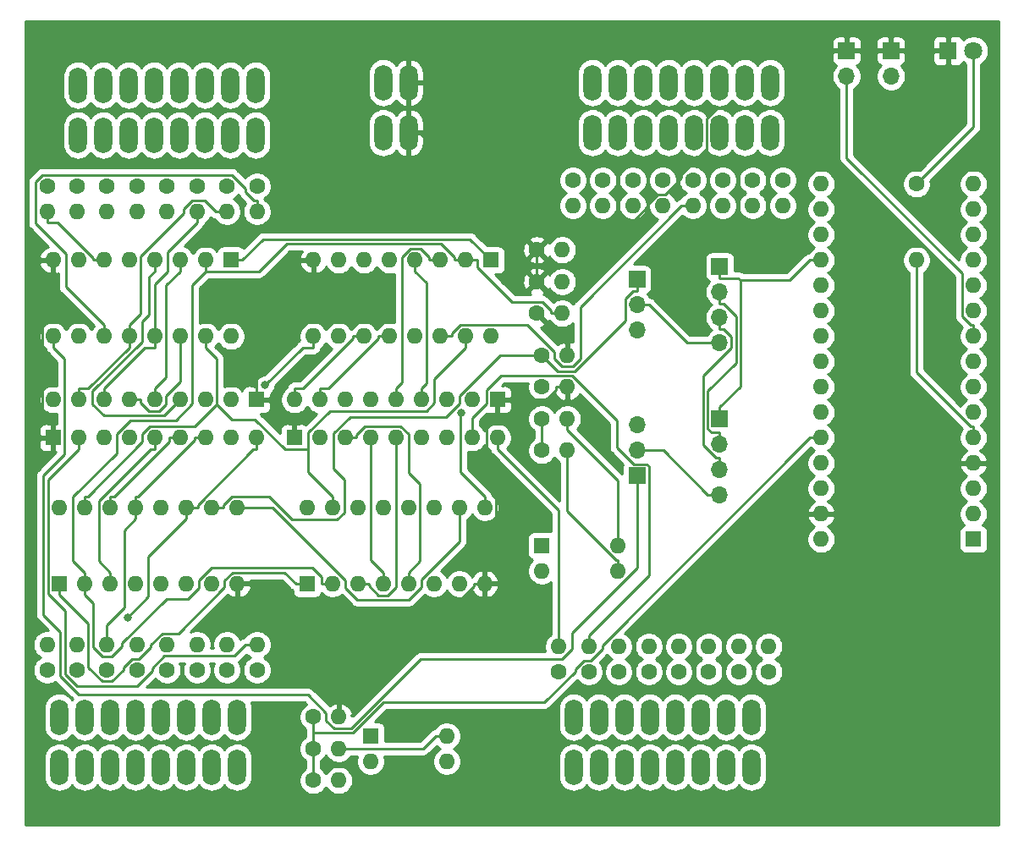
<source format=gbr>
%TF.GenerationSoftware,KiCad,Pcbnew,5.1.8-db9833491~88~ubuntu18.04.1*%
%TF.CreationDate,2021-01-18T16:59:19+01:00*%
%TF.ProjectId,Mqtt32input,4d717474-3332-4696-9e70-75742e6b6963,rev?*%
%TF.SameCoordinates,Original*%
%TF.FileFunction,Copper,L2,Bot*%
%TF.FilePolarity,Positive*%
%FSLAX46Y46*%
G04 Gerber Fmt 4.6, Leading zero omitted, Abs format (unit mm)*
G04 Created by KiCad (PCBNEW 5.1.8-db9833491~88~ubuntu18.04.1) date 2021-01-18 16:59:19*
%MOMM*%
%LPD*%
G01*
G04 APERTURE LIST*
%TA.AperFunction,ComponentPad*%
%ADD10O,1.600000X1.600000*%
%TD*%
%TA.AperFunction,ComponentPad*%
%ADD11C,1.600000*%
%TD*%
%TA.AperFunction,ComponentPad*%
%ADD12O,1.700000X1.700000*%
%TD*%
%TA.AperFunction,ComponentPad*%
%ADD13R,1.700000X1.700000*%
%TD*%
%TA.AperFunction,ComponentPad*%
%ADD14O,1.800000X3.600000*%
%TD*%
%TA.AperFunction,ComponentPad*%
%ADD15R,1.600000X1.600000*%
%TD*%
%TA.AperFunction,ComponentPad*%
%ADD16R,1.800000X1.800000*%
%TD*%
%TA.AperFunction,ComponentPad*%
%ADD17C,1.800000*%
%TD*%
%TA.AperFunction,ViaPad*%
%ADD18C,0.800000*%
%TD*%
%TA.AperFunction,Conductor*%
%ADD19C,0.250000*%
%TD*%
%TA.AperFunction,Conductor*%
%ADD20C,0.254000*%
%TD*%
%TA.AperFunction,Conductor*%
%ADD21C,0.100000*%
%TD*%
G04 APERTURE END LIST*
D10*
%TO.P,RIN32,2*%
%TO.N,Net-(RIN32-Pad2)*%
X125800000Y-85460000D03*
D11*
%TO.P,RIN32,1*%
%TO.N,Net-(J9-PadA8)*%
X125800000Y-88000000D03*
%TD*%
D10*
%TO.P,RIN31,2*%
%TO.N,Net-(RIN31-Pad2)*%
X122800000Y-85460000D03*
D11*
%TO.P,RIN31,1*%
%TO.N,Net-(J9-PadA7)*%
X122800000Y-88000000D03*
%TD*%
D10*
%TO.P,RIN30,2*%
%TO.N,Net-(RIN30-Pad2)*%
X119800000Y-85460000D03*
D11*
%TO.P,RIN30,1*%
%TO.N,Net-(J9-PadA6)*%
X119800000Y-88000000D03*
%TD*%
D10*
%TO.P,RIN29,2*%
%TO.N,Net-(RIN29-Pad2)*%
X116800000Y-85460000D03*
D11*
%TO.P,RIN29,1*%
%TO.N,Net-(J9-PadA5)*%
X116800000Y-88000000D03*
%TD*%
D10*
%TO.P,RIN28,2*%
%TO.N,Net-(RIN28-Pad2)*%
X113800000Y-85460000D03*
D11*
%TO.P,RIN28,1*%
%TO.N,Net-(J9-PadA4)*%
X113800000Y-88000000D03*
%TD*%
D10*
%TO.P,RIN27,2*%
%TO.N,Net-(RIN27-Pad2)*%
X110800000Y-85460000D03*
D11*
%TO.P,RIN27,1*%
%TO.N,Net-(J9-PadA3)*%
X110800000Y-88000000D03*
%TD*%
D10*
%TO.P,RIN26,2*%
%TO.N,Net-(RIN26-Pad2)*%
X107800000Y-85460000D03*
D11*
%TO.P,RIN26,1*%
%TO.N,Net-(J9-PadA2)*%
X107800000Y-88000000D03*
%TD*%
D10*
%TO.P,RIN25,2*%
%TO.N,Net-(RIN25-Pad2)*%
X104800000Y-85460000D03*
D11*
%TO.P,RIN25,1*%
%TO.N,Net-(J9-PadA1)*%
X104800000Y-88000000D03*
%TD*%
D10*
%TO.P,RIN24,2*%
%TO.N,Net-(RIN24-Pad2)*%
X177000000Y-85660000D03*
D11*
%TO.P,RIN24,1*%
%TO.N,Net-(J5-PadA8)*%
X177000000Y-88200000D03*
%TD*%
D10*
%TO.P,RIN23,2*%
%TO.N,Net-(RIN23-Pad2)*%
X174000000Y-85660000D03*
D11*
%TO.P,RIN23,1*%
%TO.N,Net-(J5-PadA7)*%
X174000000Y-88200000D03*
%TD*%
D10*
%TO.P,RIN22,2*%
%TO.N,Net-(RIN22-Pad2)*%
X171000000Y-85660000D03*
D11*
%TO.P,RIN22,1*%
%TO.N,Net-(J5-PadA6)*%
X171000000Y-88200000D03*
%TD*%
D10*
%TO.P,RIN21,2*%
%TO.N,Net-(RIN21-Pad2)*%
X168000000Y-85660000D03*
D11*
%TO.P,RIN21,1*%
%TO.N,Net-(J5-PadA5)*%
X168000000Y-88200000D03*
%TD*%
D10*
%TO.P,RIN20,2*%
%TO.N,Net-(RIN20-Pad2)*%
X165000000Y-85660000D03*
D11*
%TO.P,RIN20,1*%
%TO.N,Net-(J5-PadA4)*%
X165000000Y-88200000D03*
%TD*%
D10*
%TO.P,RIN19,2*%
%TO.N,Net-(RIN19-Pad2)*%
X162000000Y-85660000D03*
D11*
%TO.P,RIN19,1*%
%TO.N,Net-(J5-PadA3)*%
X162000000Y-88200000D03*
%TD*%
D10*
%TO.P,RIN18,2*%
%TO.N,Net-(RIN18-Pad2)*%
X159000000Y-85660000D03*
D11*
%TO.P,RIN18,1*%
%TO.N,Net-(J5-PadA2)*%
X159000000Y-88200000D03*
%TD*%
D10*
%TO.P,RIN17,2*%
%TO.N,Net-(RIN17-Pad2)*%
X156000000Y-85660000D03*
D11*
%TO.P,RIN17,1*%
%TO.N,Net-(J5-PadA1)*%
X156000000Y-88200000D03*
%TD*%
D10*
%TO.P,RIN16,2*%
%TO.N,Net-(RIN16-Pad2)*%
X157400000Y-41540000D03*
D11*
%TO.P,RIN16,1*%
%TO.N,Net-(J4-PadA8)*%
X157400000Y-39000000D03*
%TD*%
D10*
%TO.P,RIN15,2*%
%TO.N,Net-(RIN15-Pad2)*%
X160400000Y-41540000D03*
D11*
%TO.P,RIN15,1*%
%TO.N,Net-(J4-PadA7)*%
X160400000Y-39000000D03*
%TD*%
D10*
%TO.P,RIN14,2*%
%TO.N,Net-(RIN14-Pad2)*%
X163400000Y-41540000D03*
D11*
%TO.P,RIN14,1*%
%TO.N,Net-(J4-PadA6)*%
X163400000Y-39000000D03*
%TD*%
D10*
%TO.P,RIN13,2*%
%TO.N,Net-(RIN13-Pad2)*%
X166400000Y-41540000D03*
D11*
%TO.P,RIN13,1*%
%TO.N,Net-(J4-PadA5)*%
X166400000Y-39000000D03*
%TD*%
D10*
%TO.P,RIN12,2*%
%TO.N,Net-(RIN12-Pad2)*%
X169400000Y-41540000D03*
D11*
%TO.P,RIN12,1*%
%TO.N,Net-(J4-PadA4)*%
X169400000Y-39000000D03*
%TD*%
D10*
%TO.P,RIN11,2*%
%TO.N,Net-(RIN11-Pad2)*%
X172400000Y-41540000D03*
D11*
%TO.P,RIN11,1*%
%TO.N,Net-(J4-PadA3)*%
X172400000Y-39000000D03*
%TD*%
D10*
%TO.P,RIN10,2*%
%TO.N,Net-(RIN10-Pad2)*%
X175400000Y-41540000D03*
D11*
%TO.P,RIN10,1*%
%TO.N,Net-(J4-PadA2)*%
X175400000Y-39000000D03*
%TD*%
D10*
%TO.P,RIN9,2*%
%TO.N,Net-(RIN9-Pad2)*%
X178400000Y-41540000D03*
D11*
%TO.P,RIN9,1*%
%TO.N,Net-(J4-PadA1)*%
X178400000Y-39000000D03*
%TD*%
D10*
%TO.P,RIN8,2*%
%TO.N,Net-(RIN8-Pad2)*%
X104800000Y-42140000D03*
D11*
%TO.P,RIN8,1*%
%TO.N,Net-(J1-PadA8)*%
X104800000Y-39600000D03*
%TD*%
D10*
%TO.P,RIN7,2*%
%TO.N,Net-(RIN7-Pad2)*%
X107800000Y-42140000D03*
D11*
%TO.P,RIN7,1*%
%TO.N,Net-(J1-PadA7)*%
X107800000Y-39600000D03*
%TD*%
D10*
%TO.P,RIN6,2*%
%TO.N,Net-(RIN6-Pad2)*%
X110800000Y-42140000D03*
D11*
%TO.P,RIN6,1*%
%TO.N,Net-(J1-PadA6)*%
X110800000Y-39600000D03*
%TD*%
D10*
%TO.P,RIN5,2*%
%TO.N,Net-(RIN5-Pad2)*%
X113800000Y-42140000D03*
D11*
%TO.P,RIN5,1*%
%TO.N,Net-(J1-PadA5)*%
X113800000Y-39600000D03*
%TD*%
D10*
%TO.P,RIN4,2*%
%TO.N,Net-(RIN4-Pad2)*%
X116800000Y-42140000D03*
D11*
%TO.P,RIN4,1*%
%TO.N,Net-(J1-PadA4)*%
X116800000Y-39600000D03*
%TD*%
D10*
%TO.P,RIN3,2*%
%TO.N,Net-(RIN3-Pad2)*%
X119800000Y-42140000D03*
D11*
%TO.P,RIN3,1*%
%TO.N,Net-(J1-PadA3)*%
X119800000Y-39600000D03*
%TD*%
D10*
%TO.P,RIN2,2*%
%TO.N,Net-(RIN2-Pad2)*%
X122800000Y-42140000D03*
D11*
%TO.P,RIN2,1*%
%TO.N,Net-(J1-PadA2)*%
X122800000Y-39600000D03*
%TD*%
D10*
%TO.P,RIN1,2*%
%TO.N,Net-(RIN1-Pad2)*%
X125800000Y-42140000D03*
D11*
%TO.P,RIN1,1*%
%TO.N,Net-(J1-PadA1)*%
X125800000Y-39600000D03*
%TD*%
D12*
%TO.P,J8,3*%
%TO.N,Net-(A1-Pad8)*%
X163830000Y-63500000D03*
%TO.P,J8,2*%
%TO.N,Net-(J10-Pad4)*%
X163830000Y-66040000D03*
D13*
%TO.P,J8,1*%
%TO.N,Net-(A1-Pad6)*%
X163830000Y-68580000D03*
%TD*%
D12*
%TO.P,J7,3*%
%TO.N,Net-(A1-Pad7)*%
X163830000Y-53975000D03*
%TO.P,J7,2*%
%TO.N,Net-(J6-Pad4)*%
X163830000Y-51435000D03*
D13*
%TO.P,J7,1*%
%TO.N,Net-(J7-Pad1)*%
X163830000Y-48895000D03*
%TD*%
D14*
%TO.P,J4,A1*%
%TO.N,Net-(J4-PadA1)*%
X177165000Y-34250000D03*
%TO.P,J4,B1*%
X177165000Y-29250000D03*
%TO.P,J4,A2*%
%TO.N,Net-(J4-PadA2)*%
X174625000Y-34250000D03*
%TO.P,J4,B2*%
X174625000Y-29250000D03*
%TO.P,J4,A3*%
%TO.N,Net-(J4-PadA3)*%
X172085000Y-34250000D03*
%TO.P,J4,B3*%
X172085000Y-29250000D03*
%TO.P,J4,A4*%
%TO.N,Net-(J4-PadA4)*%
X169545000Y-34250000D03*
%TO.P,J4,B4*%
X169545000Y-29250000D03*
%TO.P,J4,A5*%
%TO.N,Net-(J4-PadA5)*%
X167005000Y-34250000D03*
%TO.P,J4,B5*%
X167005000Y-29250000D03*
%TO.P,J4,A6*%
%TO.N,Net-(J4-PadA6)*%
X164465000Y-34250000D03*
%TO.P,J4,B6*%
X164465000Y-29250000D03*
%TO.P,J4,A7*%
%TO.N,Net-(J4-PadA7)*%
X161925000Y-34250000D03*
%TO.P,J4,B7*%
X161925000Y-29250000D03*
%TO.P,J4,A8*%
%TO.N,Net-(J4-PadA8)*%
X159385000Y-34250000D03*
%TO.P,J4,B8*%
X159385000Y-29250000D03*
%TD*%
D10*
%TO.P,U3,16*%
%TO.N,+5V*%
X130810000Y-71755000D03*
%TO.P,U3,8*%
%TO.N,Earth*%
X148590000Y-79375000D03*
%TO.P,U3,15*%
%TO.N,/CE*%
X133350000Y-71755000D03*
%TO.P,U3,7*%
%TO.N,N/C*%
X146050000Y-79375000D03*
%TO.P,U3,14*%
%TO.N,Net-(RIN20-Pad2)*%
X135890000Y-71755000D03*
%TO.P,U3,6*%
%TO.N,Net-(RIN24-Pad2)*%
X143510000Y-79375000D03*
%TO.P,U3,13*%
%TO.N,Net-(RIN19-Pad2)*%
X138430000Y-71755000D03*
%TO.P,U3,5*%
%TO.N,Net-(RIN23-Pad2)*%
X140970000Y-79375000D03*
%TO.P,U3,12*%
%TO.N,Net-(RIN18-Pad2)*%
X140970000Y-71755000D03*
%TO.P,U3,4*%
%TO.N,Net-(RIN22-Pad2)*%
X138430000Y-79375000D03*
%TO.P,U3,11*%
%TO.N,Net-(RIN17-Pad2)*%
X143510000Y-71755000D03*
%TO.P,U3,3*%
%TO.N,Net-(RIN21-Pad2)*%
X135890000Y-79375000D03*
%TO.P,U3,10*%
%TO.N,Net-(U3-Pad10)*%
X146050000Y-71755000D03*
%TO.P,U3,2*%
%TO.N,/CP*%
X133350000Y-79375000D03*
%TO.P,U3,9*%
%TO.N,Net-(U2-Pad10)*%
X148590000Y-71755000D03*
D15*
%TO.P,U3,1*%
%TO.N,/PL*%
X130810000Y-79375000D03*
%TD*%
D10*
%TO.P,U1,16*%
%TO.N,+5V*%
X123190000Y-54610000D03*
%TO.P,U1,8*%
%TO.N,Earth*%
X105410000Y-46990000D03*
%TO.P,U1,15*%
%TO.N,/CE*%
X120650000Y-54610000D03*
%TO.P,U1,7*%
%TO.N,N/C*%
X107950000Y-46990000D03*
%TO.P,U1,14*%
%TO.N,Net-(RIN4-Pad2)*%
X118110000Y-54610000D03*
%TO.P,U1,6*%
%TO.N,Net-(RIN8-Pad2)*%
X110490000Y-46990000D03*
%TO.P,U1,13*%
%TO.N,Net-(RIN3-Pad2)*%
X115570000Y-54610000D03*
%TO.P,U1,5*%
%TO.N,Net-(RIN7-Pad2)*%
X113030000Y-46990000D03*
%TO.P,U1,12*%
%TO.N,Net-(RIN2-Pad2)*%
X113030000Y-54610000D03*
%TO.P,U1,4*%
%TO.N,Net-(RIN6-Pad2)*%
X115570000Y-46990000D03*
%TO.P,U1,11*%
%TO.N,Net-(RIN1-Pad2)*%
X110490000Y-54610000D03*
%TO.P,U1,3*%
%TO.N,Net-(RIN5-Pad2)*%
X118110000Y-46990000D03*
%TO.P,U1,10*%
%TO.N,Net-(U1-Pad10)*%
X107950000Y-54610000D03*
%TO.P,U1,2*%
%TO.N,/CP*%
X120650000Y-46990000D03*
%TO.P,U1,9*%
%TO.N,Net-(A1-Pad6)*%
X105410000Y-54610000D03*
D15*
%TO.P,U1,1*%
%TO.N,/PL*%
X123190000Y-46990000D03*
%TD*%
D10*
%TO.P,SW2,4*%
%TO.N,Net-(R9-Pad2)*%
X161925000Y-75565000D03*
%TO.P,SW2,2*%
%TO.N,+5V*%
X154305000Y-78105000D03*
%TO.P,SW2,3*%
%TO.N,Net-(R10-Pad2)*%
X161925000Y-78105000D03*
D15*
%TO.P,SW2,1*%
%TO.N,+5V*%
X154305000Y-75565000D03*
%TD*%
D10*
%TO.P,RN10,9*%
%TO.N,Net-(RIN25-Pad2)*%
X125730000Y-64770000D03*
%TO.P,RN10,8*%
%TO.N,Net-(RIN26-Pad2)*%
X123190000Y-64770000D03*
%TO.P,RN10,7*%
%TO.N,Net-(RIN27-Pad2)*%
X120650000Y-64770000D03*
%TO.P,RN10,6*%
%TO.N,Net-(RIN28-Pad2)*%
X118110000Y-64770000D03*
%TO.P,RN10,5*%
%TO.N,Net-(RIN29-Pad2)*%
X115570000Y-64770000D03*
%TO.P,RN10,4*%
%TO.N,Net-(RIN30-Pad2)*%
X113030000Y-64770000D03*
%TO.P,RN10,3*%
%TO.N,Net-(RIN31-Pad2)*%
X110490000Y-64770000D03*
%TO.P,RN10,2*%
%TO.N,Net-(RIN32-Pad2)*%
X107950000Y-64770000D03*
D15*
%TO.P,RN10,1*%
%TO.N,Earth*%
X105410000Y-64770000D03*
%TD*%
D10*
%TO.P,RN7,9*%
%TO.N,Net-(RIN17-Pad2)*%
X149860000Y-64770000D03*
%TO.P,RN7,8*%
%TO.N,Net-(RIN18-Pad2)*%
X147320000Y-64770000D03*
%TO.P,RN7,7*%
%TO.N,Net-(RIN19-Pad2)*%
X144780000Y-64770000D03*
%TO.P,RN7,6*%
%TO.N,Net-(RIN20-Pad2)*%
X142240000Y-64770000D03*
%TO.P,RN7,5*%
%TO.N,Net-(RIN21-Pad2)*%
X139700000Y-64770000D03*
%TO.P,RN7,4*%
%TO.N,Net-(RIN22-Pad2)*%
X137160000Y-64770000D03*
%TO.P,RN7,3*%
%TO.N,Net-(RIN23-Pad2)*%
X134620000Y-64770000D03*
%TO.P,RN7,2*%
%TO.N,Net-(RIN24-Pad2)*%
X132080000Y-64770000D03*
D15*
%TO.P,RN7,1*%
%TO.N,Earth*%
X129540000Y-64770000D03*
%TD*%
D10*
%TO.P,RN4,9*%
%TO.N,Net-(RIN9-Pad2)*%
X129540000Y-60960000D03*
%TO.P,RN4,8*%
%TO.N,Net-(RIN10-Pad2)*%
X132080000Y-60960000D03*
%TO.P,RN4,7*%
%TO.N,Net-(RIN11-Pad2)*%
X134620000Y-60960000D03*
%TO.P,RN4,6*%
%TO.N,Net-(RIN12-Pad2)*%
X137160000Y-60960000D03*
%TO.P,RN4,5*%
%TO.N,Net-(RIN13-Pad2)*%
X139700000Y-60960000D03*
%TO.P,RN4,4*%
%TO.N,Net-(RIN14-Pad2)*%
X142240000Y-60960000D03*
%TO.P,RN4,3*%
%TO.N,Net-(RIN15-Pad2)*%
X144780000Y-60960000D03*
%TO.P,RN4,2*%
%TO.N,Net-(RIN16-Pad2)*%
X147320000Y-60960000D03*
D15*
%TO.P,RN4,1*%
%TO.N,Earth*%
X149860000Y-60960000D03*
%TD*%
D10*
%TO.P,RN1,9*%
%TO.N,Net-(RIN1-Pad2)*%
X105410000Y-60960000D03*
%TO.P,RN1,8*%
%TO.N,Net-(RIN2-Pad2)*%
X107950000Y-60960000D03*
%TO.P,RN1,7*%
%TO.N,Net-(RIN3-Pad2)*%
X110490000Y-60960000D03*
%TO.P,RN1,6*%
%TO.N,Net-(RIN4-Pad2)*%
X113030000Y-60960000D03*
%TO.P,RN1,5*%
%TO.N,Net-(RIN5-Pad2)*%
X115570000Y-60960000D03*
%TO.P,RN1,4*%
%TO.N,Net-(RIN6-Pad2)*%
X118110000Y-60960000D03*
%TO.P,RN1,3*%
%TO.N,Net-(RIN7-Pad2)*%
X120650000Y-60960000D03*
%TO.P,RN1,2*%
%TO.N,Net-(RIN8-Pad2)*%
X123190000Y-60960000D03*
D15*
%TO.P,RN1,1*%
%TO.N,Earth*%
X125730000Y-60960000D03*
%TD*%
D10*
%TO.P,R11,2*%
%TO.N,Earth*%
X156845000Y-56515000D03*
D11*
%TO.P,R11,1*%
%TO.N,Net-(J7-Pad1)*%
X154305000Y-56515000D03*
%TD*%
D10*
%TO.P,R10,2*%
%TO.N,Net-(R10-Pad2)*%
X156845000Y-66040000D03*
D11*
%TO.P,R10,1*%
%TO.N,Net-(A1-Pad25)*%
X154305000Y-66040000D03*
%TD*%
D10*
%TO.P,R9,2*%
%TO.N,Net-(R9-Pad2)*%
X156845000Y-62865000D03*
D11*
%TO.P,R9,1*%
%TO.N,Net-(A1-Pad25)*%
X154305000Y-62865000D03*
%TD*%
D10*
%TO.P,R8,2*%
%TO.N,Earth*%
X156845000Y-59690000D03*
D11*
%TO.P,R8,1*%
%TO.N,Net-(A1-Pad25)*%
X154305000Y-59690000D03*
%TD*%
D12*
%TO.P,J10,4*%
%TO.N,Net-(J10-Pad4)*%
X172085000Y-70485000D03*
%TO.P,J10,3*%
%TO.N,/CP*%
X172085000Y-67945000D03*
%TO.P,J10,2*%
%TO.N,/CE*%
X172085000Y-65405000D03*
D13*
%TO.P,J10,1*%
%TO.N,/PL*%
X172085000Y-62865000D03*
%TD*%
D14*
%TO.P,J9,B8*%
%TO.N,Net-(J9-PadA8)*%
X123825000Y-97750000D03*
%TO.P,J9,A8*%
X123825000Y-92750000D03*
%TO.P,J9,B7*%
%TO.N,Net-(J9-PadA7)*%
X121285000Y-97750000D03*
%TO.P,J9,A7*%
X121285000Y-92750000D03*
%TO.P,J9,B6*%
%TO.N,Net-(J9-PadA6)*%
X118745000Y-97750000D03*
%TO.P,J9,A6*%
X118745000Y-92750000D03*
%TO.P,J9,B5*%
%TO.N,Net-(J9-PadA5)*%
X116205000Y-97750000D03*
%TO.P,J9,A5*%
X116205000Y-92750000D03*
%TO.P,J9,B4*%
%TO.N,Net-(J9-PadA4)*%
X113665000Y-97750000D03*
%TO.P,J9,A4*%
X113665000Y-92750000D03*
%TO.P,J9,B3*%
%TO.N,Net-(J9-PadA3)*%
X111125000Y-97750000D03*
%TO.P,J9,A3*%
X111125000Y-92750000D03*
%TO.P,J9,B2*%
%TO.N,Net-(J9-PadA2)*%
X108585000Y-97750000D03*
%TO.P,J9,A2*%
X108585000Y-92750000D03*
%TO.P,J9,B1*%
%TO.N,Net-(J9-PadA1)*%
X106045000Y-97750000D03*
%TO.P,J9,A1*%
X106045000Y-92750000D03*
%TD*%
D12*
%TO.P,J6,4*%
%TO.N,Net-(J6-Pad4)*%
X172085000Y-55245000D03*
%TO.P,J6,3*%
%TO.N,/CP*%
X172085000Y-52705000D03*
%TO.P,J6,2*%
%TO.N,/CE*%
X172085000Y-50165000D03*
D13*
%TO.P,J6,1*%
%TO.N,/PL*%
X172085000Y-47625000D03*
%TD*%
D14*
%TO.P,J5,B8*%
%TO.N,Net-(J5-PadA8)*%
X175260000Y-97750000D03*
%TO.P,J5,A8*%
X175260000Y-92750000D03*
%TO.P,J5,B7*%
%TO.N,Net-(J5-PadA7)*%
X172720000Y-97750000D03*
%TO.P,J5,A7*%
X172720000Y-92750000D03*
%TO.P,J5,B6*%
%TO.N,Net-(J5-PadA6)*%
X170180000Y-97750000D03*
%TO.P,J5,A6*%
X170180000Y-92750000D03*
%TO.P,J5,B5*%
%TO.N,Net-(J5-PadA5)*%
X167640000Y-97750000D03*
%TO.P,J5,A5*%
X167640000Y-92750000D03*
%TO.P,J5,B4*%
%TO.N,Net-(J5-PadA4)*%
X165100000Y-97750000D03*
%TO.P,J5,A4*%
X165100000Y-92750000D03*
%TO.P,J5,B3*%
%TO.N,Net-(J5-PadA3)*%
X162560000Y-97750000D03*
%TO.P,J5,A3*%
X162560000Y-92750000D03*
%TO.P,J5,B2*%
%TO.N,Net-(J5-PadA2)*%
X160020000Y-97750000D03*
%TO.P,J5,A2*%
X160020000Y-92750000D03*
%TO.P,J5,B1*%
%TO.N,Net-(J5-PadA1)*%
X157480000Y-97750000D03*
%TO.P,J5,A1*%
X157480000Y-92750000D03*
%TD*%
D12*
%TO.P,J3,2*%
%TO.N,Net-(A1-Pad12)*%
X189230000Y-28575000D03*
D13*
%TO.P,J3,1*%
%TO.N,Earth*%
X189230000Y-26035000D03*
%TD*%
D12*
%TO.P,J2,2*%
%TO.N,Net-(A1-Pad9)*%
X184785000Y-28575000D03*
D13*
%TO.P,J2,1*%
%TO.N,Earth*%
X184785000Y-26035000D03*
%TD*%
D15*
%TO.P,A1,1*%
%TO.N,N/C*%
X197485000Y-74930000D03*
D10*
%TO.P,A1,17*%
X182245000Y-41910000D03*
%TO.P,A1,2*%
X197485000Y-72390000D03*
%TO.P,A1,18*%
X182245000Y-44450000D03*
%TO.P,A1,3*%
X197485000Y-69850000D03*
%TO.P,A1,19*%
%TO.N,/PL*%
X182245000Y-46990000D03*
%TO.P,A1,4*%
%TO.N,Earth*%
X197485000Y-67310000D03*
%TO.P,A1,20*%
%TO.N,/CE*%
X182245000Y-49530000D03*
%TO.P,A1,5*%
%TO.N,Net-(A1-Pad5)*%
X197485000Y-64770000D03*
%TO.P,A1,21*%
%TO.N,/CP*%
X182245000Y-52070000D03*
%TO.P,A1,6*%
%TO.N,Net-(A1-Pad6)*%
X197485000Y-62230000D03*
%TO.P,A1,22*%
%TO.N,N/C*%
X182245000Y-54610000D03*
%TO.P,A1,7*%
%TO.N,Net-(A1-Pad7)*%
X197485000Y-59690000D03*
%TO.P,A1,23*%
%TO.N,N/C*%
X182245000Y-57150000D03*
%TO.P,A1,8*%
%TO.N,Net-(A1-Pad8)*%
X197485000Y-57150000D03*
%TO.P,A1,24*%
%TO.N,N/C*%
X182245000Y-59690000D03*
%TO.P,A1,9*%
%TO.N,Net-(A1-Pad9)*%
X197485000Y-54610000D03*
%TO.P,A1,25*%
%TO.N,Net-(A1-Pad25)*%
X182245000Y-62230000D03*
%TO.P,A1,10*%
%TO.N,N/C*%
X197485000Y-52070000D03*
%TO.P,A1,26*%
%TO.N,Net-(A1-Pad26)*%
X182245000Y-64770000D03*
%TO.P,A1,11*%
%TO.N,N/C*%
X197485000Y-49530000D03*
%TO.P,A1,27*%
%TO.N,+5V*%
X182245000Y-67310000D03*
%TO.P,A1,12*%
%TO.N,Net-(A1-Pad12)*%
X197485000Y-46990000D03*
%TO.P,A1,28*%
%TO.N,N/C*%
X182245000Y-69850000D03*
%TO.P,A1,13*%
X197485000Y-44450000D03*
%TO.P,A1,29*%
%TO.N,Earth*%
X182245000Y-72390000D03*
%TO.P,A1,14*%
%TO.N,N/C*%
X197485000Y-41910000D03*
%TO.P,A1,30*%
X182245000Y-74930000D03*
%TO.P,A1,15*%
X197485000Y-39370000D03*
%TO.P,A1,16*%
X182245000Y-39370000D03*
%TD*%
%TO.P,R1,2*%
%TO.N,/CP*%
X156345000Y-52315000D03*
D11*
%TO.P,R1,1*%
%TO.N,Earth*%
X153805000Y-52315000D03*
%TD*%
%TO.P,R2,1*%
%TO.N,Earth*%
X153805000Y-49140000D03*
D10*
%TO.P,R2,2*%
%TO.N,/CE*%
X156345000Y-49140000D03*
%TD*%
D11*
%TO.P,R3,1*%
%TO.N,Earth*%
X153805000Y-45965000D03*
D10*
%TO.P,R3,2*%
%TO.N,/PL*%
X156345000Y-45965000D03*
%TD*%
D15*
%TO.P,U2,1*%
%TO.N,/PL*%
X149225000Y-46990000D03*
D10*
%TO.P,U2,9*%
%TO.N,Net-(U1-Pad10)*%
X131445000Y-54610000D03*
%TO.P,U2,2*%
%TO.N,/CP*%
X146685000Y-46990000D03*
%TO.P,U2,10*%
%TO.N,Net-(U2-Pad10)*%
X133985000Y-54610000D03*
%TO.P,U2,3*%
%TO.N,Net-(RIN13-Pad2)*%
X144145000Y-46990000D03*
%TO.P,U2,11*%
%TO.N,Net-(RIN9-Pad2)*%
X136525000Y-54610000D03*
%TO.P,U2,4*%
%TO.N,Net-(RIN14-Pad2)*%
X141605000Y-46990000D03*
%TO.P,U2,12*%
%TO.N,Net-(RIN10-Pad2)*%
X139065000Y-54610000D03*
%TO.P,U2,5*%
%TO.N,Net-(RIN15-Pad2)*%
X139065000Y-46990000D03*
%TO.P,U2,13*%
%TO.N,Net-(RIN11-Pad2)*%
X141605000Y-54610000D03*
%TO.P,U2,6*%
%TO.N,Net-(RIN16-Pad2)*%
X136525000Y-46990000D03*
%TO.P,U2,14*%
%TO.N,Net-(RIN12-Pad2)*%
X144145000Y-54610000D03*
%TO.P,U2,7*%
%TO.N,N/C*%
X133985000Y-46990000D03*
%TO.P,U2,15*%
%TO.N,/CE*%
X146685000Y-54610000D03*
%TO.P,U2,8*%
%TO.N,Earth*%
X131445000Y-46990000D03*
%TO.P,U2,16*%
%TO.N,+5V*%
X149225000Y-54610000D03*
%TD*%
%TO.P,U4,16*%
%TO.N,+5V*%
X106045000Y-71755000D03*
%TO.P,U4,8*%
%TO.N,Earth*%
X123825000Y-79375000D03*
%TO.P,U4,15*%
%TO.N,/CE*%
X108585000Y-71755000D03*
%TO.P,U4,7*%
%TO.N,N/C*%
X121285000Y-79375000D03*
%TO.P,U4,14*%
%TO.N,Net-(RIN28-Pad2)*%
X111125000Y-71755000D03*
%TO.P,U4,6*%
%TO.N,Net-(RIN32-Pad2)*%
X118745000Y-79375000D03*
%TO.P,U4,13*%
%TO.N,Net-(RIN27-Pad2)*%
X113665000Y-71755000D03*
%TO.P,U4,5*%
%TO.N,Net-(RIN31-Pad2)*%
X116205000Y-79375000D03*
%TO.P,U4,12*%
%TO.N,Net-(RIN26-Pad2)*%
X116205000Y-71755000D03*
%TO.P,U4,4*%
%TO.N,Net-(RIN30-Pad2)*%
X113665000Y-79375000D03*
%TO.P,U4,11*%
%TO.N,Net-(RIN25-Pad2)*%
X118745000Y-71755000D03*
%TO.P,U4,3*%
%TO.N,Net-(RIN29-Pad2)*%
X111125000Y-79375000D03*
%TO.P,U4,10*%
%TO.N,Net-(J7-Pad1)*%
X121285000Y-71755000D03*
%TO.P,U4,2*%
%TO.N,/CP*%
X108585000Y-79375000D03*
%TO.P,U4,9*%
%TO.N,Net-(U3-Pad10)*%
X123825000Y-71755000D03*
D15*
%TO.P,U4,1*%
%TO.N,/PL*%
X106045000Y-79375000D03*
%TD*%
D11*
%TO.P,R4,1*%
%TO.N,Net-(A1-Pad26)*%
X131445000Y-92710000D03*
D10*
%TO.P,R4,2*%
%TO.N,Earth*%
X133985000Y-92710000D03*
%TD*%
%TO.P,R5,2*%
%TO.N,Net-(R5-Pad2)*%
X133985000Y-95885000D03*
D11*
%TO.P,R5,1*%
%TO.N,Net-(A1-Pad26)*%
X131445000Y-95885000D03*
%TD*%
%TO.P,R6,1*%
%TO.N,Net-(A1-Pad26)*%
X131445000Y-99060000D03*
D10*
%TO.P,R6,2*%
%TO.N,Net-(R6-Pad2)*%
X133985000Y-99060000D03*
%TD*%
D15*
%TO.P,SW1,1*%
%TO.N,+5V*%
X137160000Y-94615000D03*
D10*
%TO.P,SW1,3*%
%TO.N,Net-(R6-Pad2)*%
X144780000Y-97155000D03*
%TO.P,SW1,2*%
%TO.N,+5V*%
X137160000Y-97155000D03*
%TO.P,SW1,4*%
%TO.N,Net-(R5-Pad2)*%
X144780000Y-94615000D03*
%TD*%
D16*
%TO.P,D1,1*%
%TO.N,Earth*%
X194945000Y-26035000D03*
D17*
%TO.P,D1,2*%
%TO.N,Net-(D1-Pad2)*%
X197485000Y-26035000D03*
%TD*%
D14*
%TO.P,J1,B8*%
%TO.N,Net-(J1-PadA8)*%
X107910000Y-29500000D03*
%TO.P,J1,A8*%
X107910000Y-34500000D03*
%TO.P,J1,B7*%
%TO.N,Net-(J1-PadA7)*%
X110450000Y-29500000D03*
%TO.P,J1,A7*%
X110450000Y-34500000D03*
%TO.P,J1,B6*%
%TO.N,Net-(J1-PadA6)*%
X112990000Y-29500000D03*
%TO.P,J1,A6*%
X112990000Y-34500000D03*
%TO.P,J1,B5*%
%TO.N,Net-(J1-PadA5)*%
X115530000Y-29500000D03*
%TO.P,J1,A5*%
X115530000Y-34500000D03*
%TO.P,J1,B4*%
%TO.N,Net-(J1-PadA4)*%
X118070000Y-29500000D03*
%TO.P,J1,A4*%
X118070000Y-34500000D03*
%TO.P,J1,B3*%
%TO.N,Net-(J1-PadA3)*%
X120610000Y-29500000D03*
%TO.P,J1,A3*%
X120610000Y-34500000D03*
%TO.P,J1,B2*%
%TO.N,Net-(J1-PadA2)*%
X123150000Y-29500000D03*
%TO.P,J1,A2*%
X123150000Y-34500000D03*
%TO.P,J1,B1*%
%TO.N,Net-(J1-PadA1)*%
X125690000Y-29500000D03*
%TO.P,J1,A1*%
X125690000Y-34500000D03*
%TD*%
D11*
%TO.P,R7,1*%
%TO.N,Net-(D1-Pad2)*%
X191770000Y-39370000D03*
D10*
%TO.P,R7,2*%
%TO.N,Net-(A1-Pad5)*%
X191770000Y-46990000D03*
%TD*%
D14*
%TO.P,X1,A1*%
%TO.N,Earth*%
X140970000Y-34250000D03*
%TO.P,X1,B1*%
X140970000Y-29250000D03*
%TO.P,X1,A2*%
%TO.N,+5V*%
X138430000Y-34250000D03*
%TO.P,X1,B2*%
X138430000Y-29250000D03*
%TD*%
D18*
%TO.N,Net-(U1-Pad10)*%
X126576400Y-59523000D03*
%TO.N,Net-(U2-Pad10)*%
X146243300Y-62279600D03*
%TO.N,Net-(RIN25-Pad2)*%
X112836900Y-82748600D03*
%TD*%
D19*
%TO.N,Earth*%
X129540000Y-64770000D02*
X129540000Y-63644700D01*
X125730000Y-60960000D02*
X126855300Y-60960000D01*
X126855300Y-60960000D02*
X129540000Y-63644700D01*
X131445000Y-48115300D02*
X125730000Y-53830300D01*
X125730000Y-53830300D02*
X125730000Y-60960000D01*
X131445000Y-46990000D02*
X131445000Y-48115300D01*
X105410000Y-46990000D02*
X105410000Y-48115300D01*
X105410000Y-64770000D02*
X105410000Y-63644700D01*
X105410000Y-63644700D02*
X104284700Y-62519400D01*
X104284700Y-62519400D02*
X104284700Y-49240600D01*
X104284700Y-49240600D02*
X105410000Y-48115300D01*
X148590000Y-79375000D02*
X148590000Y-78249700D01*
X149860000Y-60960000D02*
X149860000Y-62085300D01*
X149860000Y-62085300D02*
X148734600Y-63210700D01*
X148734600Y-63210700D02*
X148734600Y-68195100D01*
X148734600Y-68195100D02*
X149715300Y-69175800D01*
X149715300Y-69175800D02*
X149715300Y-77124400D01*
X149715300Y-77124400D02*
X148590000Y-78249700D01*
X155719700Y-59690000D02*
X155719700Y-59971300D01*
X155719700Y-59971300D02*
X154731000Y-60960000D01*
X154731000Y-60960000D02*
X149860000Y-60960000D01*
X153805000Y-45965000D02*
X156731700Y-43038300D01*
X156731700Y-43038300D02*
X163509000Y-43038300D01*
X163509000Y-43038300D02*
X164900000Y-41647300D01*
X164900000Y-41647300D02*
X164900000Y-41416100D01*
X164900000Y-41416100D02*
X165901500Y-40414600D01*
X165901500Y-40414600D02*
X166599000Y-40414600D01*
X166599000Y-40414600D02*
X168264000Y-38749600D01*
X168264000Y-38749600D02*
X168264000Y-38380800D01*
X168264000Y-38380800D02*
X170815000Y-35829800D01*
X170815000Y-35829800D02*
X170815000Y-32819300D01*
X170815000Y-32819300D02*
X171884300Y-31750000D01*
X171884300Y-31750000D02*
X177894700Y-31750000D01*
X177894700Y-31750000D02*
X183609700Y-26035000D01*
X184785000Y-26035000D02*
X183609700Y-26035000D01*
X140970000Y-34250000D02*
X142090000Y-34250000D01*
X142090000Y-34250000D02*
X153805000Y-45965000D01*
X148590000Y-79375000D02*
X147464700Y-79375000D01*
X140970000Y-29250000D02*
X140970000Y-34250000D01*
X156845000Y-56515000D02*
X156845000Y-55389700D01*
X153805000Y-52315000D02*
X153805000Y-52349700D01*
X153805000Y-52349700D02*
X156845000Y-55389700D01*
X133985000Y-90660300D02*
X133985000Y-92710000D01*
X123825000Y-80500300D02*
X133985000Y-90660300D01*
X147464700Y-79375000D02*
X147464700Y-79656300D01*
X147464700Y-79656300D02*
X136460700Y-90660300D01*
X136460700Y-90660300D02*
X133985000Y-90660300D01*
X156845000Y-59690000D02*
X155719700Y-59690000D01*
X123825000Y-79375000D02*
X123825000Y-80500300D01*
X153805000Y-45965000D02*
X153805000Y-49140000D01*
%TO.N,Net-(A1-Pad5)*%
X197485000Y-64770000D02*
X197485000Y-63644700D01*
X191770000Y-46990000D02*
X191770000Y-58211000D01*
X191770000Y-58211000D02*
X197203700Y-63644700D01*
X197203700Y-63644700D02*
X197485000Y-63644700D01*
%TO.N,Net-(A1-Pad6)*%
X105410000Y-54610000D02*
X105410000Y-55735300D01*
X163830000Y-68580000D02*
X163830000Y-77810800D01*
X163830000Y-77810800D02*
X157355400Y-84285400D01*
X157355400Y-84285400D02*
X157355400Y-85907800D01*
X157355400Y-85907800D02*
X156333200Y-86930000D01*
X156333200Y-86930000D02*
X142135900Y-86930000D01*
X142135900Y-86930000D02*
X135204300Y-93861600D01*
X135204300Y-93861600D02*
X133503300Y-93861600D01*
X133503300Y-93861600D02*
X132715000Y-93073300D01*
X132715000Y-93073300D02*
X132715000Y-92328900D01*
X132715000Y-92328900D02*
X130876700Y-90490600D01*
X130876700Y-90490600D02*
X107990000Y-90490600D01*
X107990000Y-90490600D02*
X106134800Y-88635400D01*
X106134800Y-88635400D02*
X106134800Y-84208200D01*
X106134800Y-84208200D02*
X104400500Y-82473900D01*
X104400500Y-82473900D02*
X104400500Y-68578400D01*
X104400500Y-68578400D02*
X106535300Y-66443600D01*
X106535300Y-66443600D02*
X106535300Y-56860600D01*
X106535300Y-56860600D02*
X105410000Y-55735300D01*
%TO.N,Net-(A1-Pad9)*%
X197485000Y-54610000D02*
X197485000Y-53484700D01*
X197485000Y-53484700D02*
X197203600Y-53484700D01*
X197203600Y-53484700D02*
X196359700Y-52640800D01*
X196359700Y-52640800D02*
X196359700Y-48329500D01*
X196359700Y-48329500D02*
X184785000Y-36754800D01*
X184785000Y-36754800D02*
X184785000Y-28575000D01*
%TO.N,Net-(A1-Pad25)*%
X154305000Y-62865000D02*
X154305000Y-66040000D01*
%TO.N,Net-(A1-Pad26)*%
X131445000Y-99060000D02*
X131445000Y-95885000D01*
X131445000Y-94312000D02*
X135390800Y-94312000D01*
X135390800Y-94312000D02*
X138479300Y-91223500D01*
X138479300Y-91223500D02*
X154568100Y-91223500D01*
X154568100Y-91223500D02*
X157644700Y-88146900D01*
X157644700Y-88146900D02*
X157644700Y-87960200D01*
X157644700Y-87960200D02*
X158530300Y-87074600D01*
X158530300Y-87074600D02*
X159198900Y-87074600D01*
X159198900Y-87074600D02*
X160340700Y-85932800D01*
X160340700Y-85932800D02*
X160340700Y-85549000D01*
X160340700Y-85549000D02*
X181119700Y-64770000D01*
X131445000Y-94312000D02*
X131445000Y-92710000D01*
X131445000Y-95885000D02*
X131445000Y-94312000D01*
X182245000Y-64770000D02*
X181119700Y-64770000D01*
%TO.N,Net-(R5-Pad2)*%
X144780000Y-94615000D02*
X143654700Y-94615000D01*
X143654700Y-94615000D02*
X142384700Y-95885000D01*
X142384700Y-95885000D02*
X133985000Y-95885000D01*
%TO.N,Net-(D1-Pad2)*%
X191770000Y-39370000D02*
X197485000Y-33655000D01*
X197485000Y-33655000D02*
X197485000Y-26035000D01*
%TO.N,/PL*%
X106045000Y-80500300D02*
X108925400Y-83380700D01*
X108925400Y-83380700D02*
X108925400Y-87728400D01*
X108925400Y-87728400D02*
X110334200Y-89137200D01*
X110334200Y-89137200D02*
X111284800Y-89137200D01*
X111284800Y-89137200D02*
X112444700Y-87977300D01*
X112444700Y-87977300D02*
X112444700Y-87743300D01*
X112444700Y-87743300D02*
X113313400Y-86874600D01*
X113313400Y-86874600D02*
X113998900Y-86874600D01*
X113998900Y-86874600D02*
X115140700Y-85732800D01*
X115140700Y-85732800D02*
X115140700Y-85503400D01*
X115140700Y-85503400D02*
X116309500Y-84334600D01*
X116309500Y-84334600D02*
X117922900Y-84334600D01*
X117922900Y-84334600D02*
X122555000Y-79702500D01*
X122555000Y-79702500D02*
X122555000Y-79046200D01*
X122555000Y-79046200D02*
X123351500Y-78249700D01*
X123351500Y-78249700D02*
X128559400Y-78249700D01*
X128559400Y-78249700D02*
X129684700Y-79375000D01*
X130810000Y-79375000D02*
X129684700Y-79375000D01*
X106045000Y-79375000D02*
X106045000Y-80500300D01*
X124315300Y-46990000D02*
X126425200Y-44880100D01*
X126425200Y-44880100D02*
X147115100Y-44880100D01*
X147115100Y-44880100D02*
X149225000Y-46990000D01*
X172085000Y-61689700D02*
X174160900Y-59613800D01*
X174160900Y-59613800D02*
X174160900Y-49007600D01*
X174160900Y-49007600D02*
X179102100Y-49007600D01*
X179102100Y-49007600D02*
X181119700Y-46990000D01*
X172085000Y-48800300D02*
X173953600Y-48800300D01*
X173953600Y-48800300D02*
X174160900Y-49007600D01*
X182245000Y-46990000D02*
X181119700Y-46990000D01*
X123190000Y-46990000D02*
X124315300Y-46990000D01*
X172085000Y-62865000D02*
X172085000Y-61689700D01*
X172085000Y-47625000D02*
X172085000Y-48800300D01*
%TO.N,/CE*%
X108585000Y-71755000D02*
X108585000Y-70629700D01*
X121775400Y-61430000D02*
X121775400Y-56860700D01*
X121775400Y-56860700D02*
X120650000Y-55735300D01*
X108585000Y-70629700D02*
X108866300Y-70629700D01*
X108866300Y-70629700D02*
X114300000Y-65196000D01*
X114300000Y-65196000D02*
X114300000Y-64420000D01*
X114300000Y-64420000D02*
X115075400Y-63644600D01*
X115075400Y-63644600D02*
X119560800Y-63644600D01*
X119560800Y-63644600D02*
X121775400Y-61430000D01*
X130948200Y-65938300D02*
X128623300Y-65938300D01*
X128623300Y-65938300D02*
X125601300Y-62916300D01*
X125601300Y-62916300D02*
X123261700Y-62916300D01*
X123261700Y-62916300D02*
X121775400Y-61430000D01*
X130948200Y-65938300D02*
X130948200Y-68227900D01*
X130948200Y-68227900D02*
X133350000Y-70629700D01*
X146685000Y-55735300D02*
X143510000Y-58910300D01*
X143510000Y-58910300D02*
X143510000Y-61300100D01*
X143510000Y-61300100D02*
X142724700Y-62085400D01*
X142724700Y-62085400D02*
X133116500Y-62085400D01*
X133116500Y-62085400D02*
X130948200Y-64253700D01*
X130948200Y-64253700D02*
X130948200Y-65938300D01*
X120650000Y-54610000D02*
X120650000Y-55735300D01*
X146685000Y-54610000D02*
X146685000Y-55735300D01*
X133350000Y-71755000D02*
X133350000Y-70629700D01*
X172085000Y-65405000D02*
X172085000Y-64229700D01*
X172085000Y-50165000D02*
X172085000Y-51340300D01*
X172085000Y-51340300D02*
X172452300Y-51340300D01*
X172452300Y-51340300D02*
X173710600Y-52598600D01*
X173710600Y-52598600D02*
X173710600Y-57244300D01*
X173710600Y-57244300D02*
X170909700Y-60045200D01*
X170909700Y-60045200D02*
X170909700Y-63862500D01*
X170909700Y-63862500D02*
X171276900Y-64229700D01*
X171276900Y-64229700D02*
X172085000Y-64229700D01*
%TO.N,/CP*%
X108585000Y-79375000D02*
X108585000Y-80500300D01*
X108585000Y-80500300D02*
X109432400Y-81347700D01*
X109432400Y-81347700D02*
X109432400Y-85764600D01*
X109432400Y-85764600D02*
X110304100Y-86636300D01*
X110304100Y-86636300D02*
X111278800Y-86636300D01*
X111278800Y-86636300D02*
X112300000Y-85615100D01*
X112300000Y-85615100D02*
X112300000Y-85344300D01*
X112300000Y-85344300D02*
X116767900Y-80876400D01*
X116767900Y-80876400D02*
X118901500Y-80876400D01*
X118901500Y-80876400D02*
X120015000Y-79762900D01*
X120015000Y-79762900D02*
X120015000Y-79031300D01*
X120015000Y-79031300D02*
X121248400Y-77797900D01*
X121248400Y-77797900D02*
X131350900Y-77797900D01*
X131350900Y-77797900D02*
X132224700Y-78671700D01*
X132224700Y-78671700D02*
X132224700Y-79375000D01*
X108585000Y-78924900D02*
X108585000Y-79375000D01*
X133350000Y-79375000D02*
X132224700Y-79375000D01*
X108585000Y-78249700D02*
X107388900Y-77053600D01*
X107388900Y-77053600D02*
X107388900Y-70691700D01*
X107388900Y-70691700D02*
X111760000Y-66320600D01*
X111760000Y-66320600D02*
X111760000Y-64415900D01*
X111760000Y-64415900D02*
X113158500Y-63017400D01*
X113158500Y-63017400D02*
X117661200Y-63017400D01*
X117661200Y-63017400D02*
X119314200Y-61364400D01*
X119314200Y-61364400D02*
X119314200Y-49451100D01*
X119314200Y-49451100D02*
X120650000Y-48115300D01*
X108585000Y-78924900D02*
X108585000Y-78249700D01*
X146685000Y-46990000D02*
X145559700Y-46990000D01*
X156345000Y-52315000D02*
X155219700Y-52315000D01*
X146685000Y-46990000D02*
X147810300Y-46990000D01*
X147810300Y-46990000D02*
X147810300Y-47693300D01*
X147810300Y-47693300D02*
X151306700Y-51189700D01*
X151306700Y-51189700D02*
X154375800Y-51189700D01*
X154375800Y-51189700D02*
X155219700Y-52033600D01*
X155219700Y-52033600D02*
X155219700Y-52315000D01*
X120650000Y-48115300D02*
X125993000Y-48115300D01*
X125993000Y-48115300D02*
X128774800Y-45333500D01*
X128774800Y-45333500D02*
X144184500Y-45333500D01*
X144184500Y-45333500D02*
X145559700Y-46708700D01*
X145559700Y-46708700D02*
X145559700Y-46990000D01*
X120650000Y-46990000D02*
X120650000Y-48115300D01*
X172085000Y-67945000D02*
X172085000Y-66769700D01*
X172085000Y-52705000D02*
X172085000Y-53880300D01*
X172085000Y-53880300D02*
X172457200Y-53880300D01*
X172457200Y-53880300D02*
X173260300Y-54683400D01*
X173260300Y-54683400D02*
X173260300Y-55732000D01*
X173260300Y-55732000D02*
X170455300Y-58537000D01*
X170455300Y-58537000D02*
X170455300Y-65507300D01*
X170455300Y-65507300D02*
X171717700Y-66769700D01*
X171717700Y-66769700D02*
X172085000Y-66769700D01*
%TO.N,Net-(J6-Pad4)*%
X163830000Y-51435000D02*
X165005300Y-51435000D01*
X172085000Y-55245000D02*
X168815300Y-55245000D01*
X168815300Y-55245000D02*
X165005300Y-51435000D01*
%TO.N,Net-(J10-Pad4)*%
X172085000Y-70485000D02*
X170909700Y-70485000D01*
X170909700Y-70485000D02*
X166464700Y-66040000D01*
X166464700Y-66040000D02*
X163830000Y-66040000D01*
%TO.N,Net-(R9-Pad2)*%
X156845000Y-62865000D02*
X156845000Y-63990300D01*
X156845000Y-63990300D02*
X161925000Y-69070300D01*
X161925000Y-69070300D02*
X161925000Y-75565000D01*
%TO.N,Net-(R10-Pad2)*%
X161925000Y-76979700D02*
X161720400Y-76979700D01*
X161720400Y-76979700D02*
X156845000Y-72104300D01*
X156845000Y-72104300D02*
X156845000Y-67165300D01*
X161925000Y-78105000D02*
X161925000Y-76979700D01*
X156845000Y-66040000D02*
X156845000Y-67165300D01*
%TO.N,Net-(U1-Pad10)*%
X131445000Y-54610000D02*
X131445000Y-55735300D01*
X131445000Y-55735300D02*
X130364100Y-55735300D01*
X130364100Y-55735300D02*
X126576400Y-59523000D01*
%TO.N,Net-(U2-Pad10)*%
X148590000Y-71755000D02*
X148590000Y-70629700D01*
X146243300Y-62279600D02*
X146146600Y-62376300D01*
X146146600Y-62376300D02*
X146146600Y-68186300D01*
X146146600Y-68186300D02*
X148590000Y-70629700D01*
%TO.N,Net-(U3-Pad10)*%
X123825000Y-71755000D02*
X127327500Y-71755000D01*
X127327500Y-71755000D02*
X134620000Y-79047500D01*
X134620000Y-79047500D02*
X134620000Y-79775100D01*
X134620000Y-79775100D02*
X135843600Y-80998700D01*
X135843600Y-80998700D02*
X140986300Y-80998700D01*
X140986300Y-80998700D02*
X142240000Y-79745000D01*
X142240000Y-79745000D02*
X142240000Y-78956500D01*
X142240000Y-78956500D02*
X146050000Y-75146500D01*
X146050000Y-75146500D02*
X146050000Y-71755000D01*
%TO.N,Net-(J7-Pad1)*%
X121285000Y-71755000D02*
X122410300Y-71755000D01*
X122410300Y-71755000D02*
X122410300Y-71473700D01*
X122410300Y-71473700D02*
X123260100Y-70623900D01*
X123260100Y-70623900D02*
X126998900Y-70623900D01*
X126998900Y-70623900D02*
X129296100Y-72921100D01*
X129296100Y-72921100D02*
X133831700Y-72921100D01*
X133831700Y-72921100D02*
X134521500Y-72231300D01*
X134521500Y-72231300D02*
X134521500Y-68939000D01*
X134521500Y-68939000D02*
X133449500Y-67867000D01*
X133449500Y-67867000D02*
X133449500Y-64341400D01*
X133449500Y-64341400D02*
X135115200Y-62675700D01*
X135115200Y-62675700D02*
X144691900Y-62675700D01*
X144691900Y-62675700D02*
X146050000Y-61317600D01*
X146050000Y-61317600D02*
X146050000Y-60601000D01*
X146050000Y-60601000D02*
X150136000Y-56515000D01*
X150136000Y-56515000D02*
X154305000Y-56515000D01*
X154305000Y-56515000D02*
X155883000Y-58093000D01*
X155883000Y-58093000D02*
X157565900Y-58093000D01*
X157565900Y-58093000D02*
X162654700Y-53004200D01*
X162654700Y-53004200D02*
X162654700Y-50878200D01*
X162654700Y-50878200D02*
X163462600Y-50070300D01*
X163462600Y-50070300D02*
X163830000Y-50070300D01*
X163830000Y-48895000D02*
X163830000Y-50070300D01*
%TO.N,Net-(RIN1-Pad2)*%
X125800000Y-42140000D02*
X125800000Y-41014700D01*
X110490000Y-54610000D02*
X110490000Y-53484700D01*
X110490000Y-53484700D02*
X106680000Y-49674700D01*
X106680000Y-49674700D02*
X106680000Y-46337000D01*
X106680000Y-46337000D02*
X103633100Y-43290100D01*
X103633100Y-43290100D02*
X103633100Y-39162400D01*
X103633100Y-39162400D02*
X104349500Y-38446000D01*
X104349500Y-38446000D02*
X123251000Y-38446000D01*
X123251000Y-38446000D02*
X124674700Y-39869700D01*
X124674700Y-39869700D02*
X124674700Y-40170800D01*
X124674700Y-40170800D02*
X125518600Y-41014700D01*
X125518600Y-41014700D02*
X125800000Y-41014700D01*
%TO.N,Net-(RIN2-Pad2)*%
X107950000Y-60960000D02*
X107950000Y-59834700D01*
X113030000Y-54610000D02*
X113030000Y-55735300D01*
X107950000Y-59834700D02*
X108930600Y-59834700D01*
X108930600Y-59834700D02*
X113030000Y-55735300D01*
X122800000Y-42140000D02*
X121674700Y-42140000D01*
X113030000Y-54610000D02*
X113030000Y-53484700D01*
X113030000Y-53484700D02*
X114155300Y-52359400D01*
X114155300Y-52359400D02*
X114155300Y-46584900D01*
X114155300Y-46584900D02*
X118444600Y-42295600D01*
X118444600Y-42295600D02*
X118444600Y-41850000D01*
X118444600Y-41850000D02*
X119279900Y-41014700D01*
X119279900Y-41014700D02*
X120549400Y-41014700D01*
X120549400Y-41014700D02*
X121674700Y-42140000D01*
%TO.N,Net-(RIN3-Pad2)*%
X115570000Y-54610000D02*
X115570000Y-55735300D01*
X115570000Y-54610000D02*
X115570000Y-49385400D01*
X115570000Y-49385400D02*
X116840000Y-48115400D01*
X116840000Y-48115400D02*
X116840000Y-46225300D01*
X116840000Y-46225300D02*
X119800000Y-43265300D01*
X110490000Y-59834700D02*
X114589400Y-55735300D01*
X114589400Y-55735300D02*
X115570000Y-55735300D01*
X110490000Y-60960000D02*
X110490000Y-59834700D01*
X119800000Y-42140000D02*
X119800000Y-43265300D01*
%TO.N,Net-(RIN4-Pad2)*%
X113030000Y-60960000D02*
X114155300Y-60960000D01*
X114155300Y-60960000D02*
X114155300Y-61241300D01*
X114155300Y-61241300D02*
X115007600Y-62093600D01*
X115007600Y-62093600D02*
X116049500Y-62093600D01*
X116049500Y-62093600D02*
X116695400Y-61447700D01*
X116695400Y-61447700D02*
X116695400Y-60574300D01*
X116695400Y-60574300D02*
X118110000Y-59159700D01*
X118110000Y-59159700D02*
X118110000Y-54610000D01*
%TO.N,Net-(RIN5-Pad2)*%
X115570000Y-59834700D02*
X116695300Y-58709400D01*
X116695300Y-58709400D02*
X116695300Y-49530000D01*
X116695300Y-49530000D02*
X118110000Y-48115300D01*
X115570000Y-60960000D02*
X115570000Y-59834700D01*
X118110000Y-46990000D02*
X118110000Y-48115300D01*
%TO.N,Net-(RIN6-Pad2)*%
X115570000Y-48115300D02*
X115000400Y-48684900D01*
X115000400Y-48684900D02*
X115000400Y-52453000D01*
X115000400Y-52453000D02*
X114299900Y-53153500D01*
X114299900Y-53153500D02*
X114299900Y-55140400D01*
X114299900Y-55140400D02*
X109336000Y-60104300D01*
X109336000Y-60104300D02*
X109336000Y-61437800D01*
X109336000Y-61437800D02*
X110465100Y-62566900D01*
X110465100Y-62566900D02*
X116503100Y-62566900D01*
X116503100Y-62566900D02*
X118110000Y-60960000D01*
X115570000Y-46990000D02*
X115570000Y-48115300D01*
%TO.N,Net-(RIN8-Pad2)*%
X104800000Y-42140000D02*
X104800000Y-43265300D01*
X110490000Y-46990000D02*
X109364700Y-46990000D01*
X109364700Y-46990000D02*
X109364700Y-46776000D01*
X109364700Y-46776000D02*
X105854000Y-43265300D01*
X105854000Y-43265300D02*
X104800000Y-43265300D01*
%TO.N,Net-(RIN9-Pad2)*%
X129540000Y-60960000D02*
X129540000Y-59834700D01*
X136525000Y-54610000D02*
X135399700Y-54610000D01*
X135399700Y-54610000D02*
X135399700Y-54855100D01*
X135399700Y-54855100D02*
X130420100Y-59834700D01*
X130420100Y-59834700D02*
X129540000Y-59834700D01*
%TO.N,Net-(RIN10-Pad2)*%
X132080000Y-60960000D02*
X132080000Y-59834700D01*
X139065000Y-54610000D02*
X137939700Y-54610000D01*
X137939700Y-54610000D02*
X137939700Y-54855100D01*
X137939700Y-54855100D02*
X132960100Y-59834700D01*
X132960100Y-59834700D02*
X132080000Y-59834700D01*
%TO.N,Net-(RIN12-Pad2)*%
X169400000Y-41540000D02*
X168274700Y-41540000D01*
X144145000Y-54610000D02*
X145270300Y-54610000D01*
X145270300Y-54610000D02*
X145270300Y-54328700D01*
X145270300Y-54328700D02*
X146114400Y-53484600D01*
X146114400Y-53484600D02*
X152872100Y-53484600D01*
X152872100Y-53484600D02*
X155575000Y-56187500D01*
X155575000Y-56187500D02*
X155575000Y-56893900D01*
X155575000Y-56893900D02*
X156323800Y-57642700D01*
X156323800Y-57642700D02*
X157379300Y-57642700D01*
X157379300Y-57642700D02*
X158153400Y-56868600D01*
X158153400Y-56868600D02*
X158153400Y-51661300D01*
X158153400Y-51661300D02*
X168274700Y-41540000D01*
%TO.N,Net-(RIN13-Pad2)*%
X144145000Y-46990000D02*
X143019700Y-46990000D01*
X139700000Y-60960000D02*
X139700000Y-59834700D01*
X139700000Y-59834700D02*
X140283400Y-59251300D01*
X140283400Y-59251300D02*
X140283400Y-46709500D01*
X140283400Y-46709500D02*
X141128200Y-45864700D01*
X141128200Y-45864700D02*
X142175800Y-45864700D01*
X142175800Y-45864700D02*
X143019700Y-46708600D01*
X143019700Y-46708600D02*
X143019700Y-46990000D01*
%TO.N,Net-(RIN14-Pad2)*%
X142240000Y-60960000D02*
X142240000Y-59834700D01*
X141605000Y-46990000D02*
X141605000Y-48115300D01*
X141605000Y-48115300D02*
X142744000Y-49254300D01*
X142744000Y-49254300D02*
X142744000Y-59330700D01*
X142744000Y-59330700D02*
X142240000Y-59834700D01*
%TO.N,Net-(RIN17-Pad2)*%
X156000000Y-84534700D02*
X156000000Y-72035300D01*
X156000000Y-72035300D02*
X149860000Y-65895300D01*
X156000000Y-85660000D02*
X156000000Y-84534700D01*
X149860000Y-64770000D02*
X149860000Y-65895300D01*
%TO.N,Net-(RIN18-Pad2)*%
X159000000Y-85660000D02*
X159000000Y-84534700D01*
X147320000Y-64770000D02*
X147320000Y-62760200D01*
X147320000Y-62760200D02*
X148734600Y-61345600D01*
X148734600Y-61345600D02*
X148734600Y-60023500D01*
X148734600Y-60023500D02*
X150204100Y-58554000D01*
X150204100Y-58554000D02*
X157313200Y-58554000D01*
X157313200Y-58554000D02*
X161799800Y-63040600D01*
X161799800Y-63040600D02*
X161799800Y-65708500D01*
X161799800Y-65708500D02*
X163495900Y-67404600D01*
X163495900Y-67404600D02*
X164816700Y-67404600D01*
X164816700Y-67404600D02*
X165005400Y-67593300D01*
X165005400Y-67593300D02*
X165005400Y-78529300D01*
X165005400Y-78529300D02*
X159000000Y-84534700D01*
%TO.N,Net-(RIN21-Pad2)*%
X135890000Y-79375000D02*
X137015300Y-79375000D01*
X139700000Y-64770000D02*
X139700000Y-79710100D01*
X139700000Y-79710100D02*
X138886200Y-80523900D01*
X138886200Y-80523900D02*
X137959600Y-80523900D01*
X137959600Y-80523900D02*
X137015300Y-79579600D01*
X137015300Y-79579600D02*
X137015300Y-79375000D01*
%TO.N,Net-(RIN22-Pad2)*%
X138430000Y-79375000D02*
X138430000Y-78249700D01*
X137160000Y-64770000D02*
X137160000Y-76979700D01*
X137160000Y-76979700D02*
X138430000Y-78249700D01*
%TO.N,Net-(RIN23-Pad2)*%
X140970000Y-79375000D02*
X140970000Y-78249700D01*
X134620000Y-64770000D02*
X135745300Y-64770000D01*
X135745300Y-64770000D02*
X135745300Y-64488700D01*
X135745300Y-64488700D02*
X136591400Y-63642600D01*
X136591400Y-63642600D02*
X140179800Y-63642600D01*
X140179800Y-63642600D02*
X140970000Y-64432800D01*
X140970000Y-64432800D02*
X140970000Y-68277600D01*
X140970000Y-68277600D02*
X142095300Y-69402900D01*
X142095300Y-69402900D02*
X142095300Y-77124400D01*
X142095300Y-77124400D02*
X140970000Y-78249700D01*
%TO.N,Net-(RIN25-Pad2)*%
X118745000Y-71755000D02*
X118745000Y-72880300D01*
X118745000Y-71755000D02*
X119870300Y-71755000D01*
X119870300Y-71755000D02*
X119870300Y-71473700D01*
X119870300Y-71473700D02*
X125448700Y-65895300D01*
X125448700Y-65895300D02*
X125730000Y-65895300D01*
X118745000Y-72880300D02*
X114935000Y-76690300D01*
X114935000Y-76690300D02*
X114935000Y-80650500D01*
X114935000Y-80650500D02*
X112836900Y-82748600D01*
X125730000Y-64770000D02*
X125730000Y-65895300D01*
%TO.N,Net-(RIN27-Pad2)*%
X113665000Y-71755000D02*
X113665000Y-72880300D01*
X113665000Y-72880300D02*
X112539700Y-74005600D01*
X112539700Y-74005600D02*
X112539700Y-81771200D01*
X112539700Y-81771200D02*
X110800000Y-83510900D01*
X110800000Y-83510900D02*
X110800000Y-85460000D01*
X113665000Y-71192300D02*
X113665000Y-71755000D01*
X113665000Y-71192300D02*
X113665000Y-70629700D01*
X120650000Y-64770000D02*
X119524700Y-64770000D01*
X113665000Y-70629700D02*
X113881300Y-70629700D01*
X113881300Y-70629700D02*
X119524700Y-64986300D01*
X119524700Y-64986300D02*
X119524700Y-64770000D01*
%TO.N,Net-(RIN28-Pad2)*%
X118110000Y-64770000D02*
X116984700Y-64770000D01*
X111125000Y-71755000D02*
X111125000Y-70629700D01*
X111125000Y-70629700D02*
X111547000Y-70629700D01*
X111547000Y-70629700D02*
X116984700Y-65192000D01*
X116984700Y-65192000D02*
X116984700Y-64770000D01*
%TO.N,Net-(RIN29-Pad2)*%
X115570000Y-65895300D02*
X115146300Y-65895300D01*
X115146300Y-65895300D02*
X109975600Y-71066000D01*
X109975600Y-71066000D02*
X109975600Y-77100300D01*
X109975600Y-77100300D02*
X111125000Y-78249700D01*
X115570000Y-64770000D02*
X115570000Y-65895300D01*
X111125000Y-79375000D02*
X111125000Y-78249700D01*
%TO.N,Net-(RIN32-Pad2)*%
X124674700Y-85460000D02*
X123549400Y-86585300D01*
X123549400Y-86585300D02*
X116559500Y-86585300D01*
X116559500Y-86585300D02*
X115300100Y-87844700D01*
X115300100Y-87844700D02*
X115300100Y-88113400D01*
X115300100Y-88113400D02*
X113825900Y-89587600D01*
X113825900Y-89587600D02*
X107769200Y-89587600D01*
X107769200Y-89587600D02*
X106585200Y-88403600D01*
X106585200Y-88403600D02*
X106585200Y-82067200D01*
X106585200Y-82067200D02*
X104889100Y-80371100D01*
X104889100Y-80371100D02*
X104889100Y-68956200D01*
X104889100Y-68956200D02*
X107950000Y-65895300D01*
X107950000Y-64770000D02*
X107950000Y-65895300D01*
X125800000Y-85460000D02*
X124674700Y-85460000D01*
%TD*%
D20*
%TO.N,Earth*%
X200000001Y-103480000D02*
X102660000Y-103480000D01*
X102660000Y-96774593D01*
X104510000Y-96774593D01*
X104510000Y-98725408D01*
X104532211Y-98950913D01*
X104619984Y-99240261D01*
X104762520Y-99506927D01*
X104954340Y-99740661D01*
X105188074Y-99932481D01*
X105454740Y-100075017D01*
X105744088Y-100162790D01*
X106045000Y-100192427D01*
X106345913Y-100162790D01*
X106635261Y-100075017D01*
X106901927Y-99932481D01*
X107135661Y-99740661D01*
X107315000Y-99522135D01*
X107494340Y-99740661D01*
X107728074Y-99932481D01*
X107994740Y-100075017D01*
X108284088Y-100162790D01*
X108585000Y-100192427D01*
X108885913Y-100162790D01*
X109175261Y-100075017D01*
X109441927Y-99932481D01*
X109675661Y-99740661D01*
X109855000Y-99522135D01*
X110034340Y-99740661D01*
X110268074Y-99932481D01*
X110534740Y-100075017D01*
X110824088Y-100162790D01*
X111125000Y-100192427D01*
X111425913Y-100162790D01*
X111715261Y-100075017D01*
X111981927Y-99932481D01*
X112215661Y-99740661D01*
X112395000Y-99522135D01*
X112574340Y-99740661D01*
X112808074Y-99932481D01*
X113074740Y-100075017D01*
X113364088Y-100162790D01*
X113665000Y-100192427D01*
X113965913Y-100162790D01*
X114255261Y-100075017D01*
X114521927Y-99932481D01*
X114755661Y-99740661D01*
X114935000Y-99522135D01*
X115114340Y-99740661D01*
X115348074Y-99932481D01*
X115614740Y-100075017D01*
X115904088Y-100162790D01*
X116205000Y-100192427D01*
X116505913Y-100162790D01*
X116795261Y-100075017D01*
X117061927Y-99932481D01*
X117295661Y-99740661D01*
X117475000Y-99522135D01*
X117654340Y-99740661D01*
X117888074Y-99932481D01*
X118154740Y-100075017D01*
X118444088Y-100162790D01*
X118745000Y-100192427D01*
X119045913Y-100162790D01*
X119335261Y-100075017D01*
X119601927Y-99932481D01*
X119835661Y-99740661D01*
X120015000Y-99522135D01*
X120194340Y-99740661D01*
X120428074Y-99932481D01*
X120694740Y-100075017D01*
X120984088Y-100162790D01*
X121285000Y-100192427D01*
X121585913Y-100162790D01*
X121875261Y-100075017D01*
X122141927Y-99932481D01*
X122375661Y-99740661D01*
X122555000Y-99522135D01*
X122734340Y-99740661D01*
X122968074Y-99932481D01*
X123234740Y-100075017D01*
X123524088Y-100162790D01*
X123825000Y-100192427D01*
X124125913Y-100162790D01*
X124415261Y-100075017D01*
X124681927Y-99932481D01*
X124915661Y-99740661D01*
X125107481Y-99506927D01*
X125250017Y-99240261D01*
X125337790Y-98950913D01*
X125360000Y-98725408D01*
X125360000Y-96774592D01*
X125337790Y-96549087D01*
X125250017Y-96259739D01*
X125107481Y-95993073D01*
X124915661Y-95759339D01*
X124681926Y-95567519D01*
X124415260Y-95424983D01*
X124125912Y-95337210D01*
X123825000Y-95307573D01*
X123524087Y-95337210D01*
X123234739Y-95424983D01*
X122968073Y-95567519D01*
X122734339Y-95759339D01*
X122555000Y-95977865D01*
X122375661Y-95759339D01*
X122141926Y-95567519D01*
X121875260Y-95424983D01*
X121585912Y-95337210D01*
X121285000Y-95307573D01*
X120984087Y-95337210D01*
X120694739Y-95424983D01*
X120428073Y-95567519D01*
X120194339Y-95759339D01*
X120015000Y-95977865D01*
X119835661Y-95759339D01*
X119601926Y-95567519D01*
X119335260Y-95424983D01*
X119045912Y-95337210D01*
X118745000Y-95307573D01*
X118444087Y-95337210D01*
X118154739Y-95424983D01*
X117888073Y-95567519D01*
X117654339Y-95759339D01*
X117475000Y-95977865D01*
X117295661Y-95759339D01*
X117061926Y-95567519D01*
X116795260Y-95424983D01*
X116505912Y-95337210D01*
X116205000Y-95307573D01*
X115904087Y-95337210D01*
X115614739Y-95424983D01*
X115348073Y-95567519D01*
X115114339Y-95759339D01*
X114935000Y-95977865D01*
X114755661Y-95759339D01*
X114521926Y-95567519D01*
X114255260Y-95424983D01*
X113965912Y-95337210D01*
X113665000Y-95307573D01*
X113364087Y-95337210D01*
X113074739Y-95424983D01*
X112808073Y-95567519D01*
X112574339Y-95759339D01*
X112395000Y-95977865D01*
X112215661Y-95759339D01*
X111981926Y-95567519D01*
X111715260Y-95424983D01*
X111425912Y-95337210D01*
X111125000Y-95307573D01*
X110824087Y-95337210D01*
X110534739Y-95424983D01*
X110268073Y-95567519D01*
X110034339Y-95759339D01*
X109855000Y-95977865D01*
X109675661Y-95759339D01*
X109441926Y-95567519D01*
X109175260Y-95424983D01*
X108885912Y-95337210D01*
X108585000Y-95307573D01*
X108284087Y-95337210D01*
X107994739Y-95424983D01*
X107728073Y-95567519D01*
X107494339Y-95759339D01*
X107315000Y-95977865D01*
X107135661Y-95759339D01*
X106901926Y-95567519D01*
X106635260Y-95424983D01*
X106345912Y-95337210D01*
X106045000Y-95307573D01*
X105744087Y-95337210D01*
X105454739Y-95424983D01*
X105188073Y-95567519D01*
X104954339Y-95759339D01*
X104762519Y-95993074D01*
X104619983Y-96259740D01*
X104532210Y-96549088D01*
X104510000Y-96774593D01*
X102660000Y-96774593D01*
X102660000Y-65570000D01*
X103971928Y-65570000D01*
X103984188Y-65694482D01*
X104020498Y-65814180D01*
X104079463Y-65924494D01*
X104158815Y-66021185D01*
X104255506Y-66100537D01*
X104365820Y-66159502D01*
X104485518Y-66195812D01*
X104610000Y-66208072D01*
X105124250Y-66205000D01*
X105283000Y-66046250D01*
X105283000Y-64897000D01*
X104133750Y-64897000D01*
X103975000Y-65055750D01*
X103971928Y-65570000D01*
X102660000Y-65570000D01*
X102660000Y-63970000D01*
X103971928Y-63970000D01*
X103975000Y-64484250D01*
X104133750Y-64643000D01*
X105283000Y-64643000D01*
X105283000Y-63493750D01*
X105124250Y-63335000D01*
X104610000Y-63331928D01*
X104485518Y-63344188D01*
X104365820Y-63380498D01*
X104255506Y-63439463D01*
X104158815Y-63518815D01*
X104079463Y-63615506D01*
X104020498Y-63725820D01*
X103984188Y-63845518D01*
X103971928Y-63970000D01*
X102660000Y-63970000D01*
X102660000Y-47339040D01*
X104018091Y-47339040D01*
X104112930Y-47603881D01*
X104257615Y-47845131D01*
X104446586Y-48053519D01*
X104672580Y-48221037D01*
X104926913Y-48341246D01*
X105060961Y-48381904D01*
X105283000Y-48259915D01*
X105283000Y-47117000D01*
X104139376Y-47117000D01*
X104018091Y-47339040D01*
X102660000Y-47339040D01*
X102660000Y-39162400D01*
X102869424Y-39162400D01*
X102873101Y-39199732D01*
X102873100Y-43252777D01*
X102869424Y-43290100D01*
X102873100Y-43327422D01*
X102873100Y-43327432D01*
X102884097Y-43439085D01*
X102925326Y-43575000D01*
X102927554Y-43582346D01*
X102998126Y-43714376D01*
X103037971Y-43762926D01*
X103093099Y-43830101D01*
X103122103Y-43853904D01*
X104913359Y-45645160D01*
X104672580Y-45758963D01*
X104446586Y-45926481D01*
X104257615Y-46134869D01*
X104112930Y-46376119D01*
X104018091Y-46640960D01*
X104139376Y-46863000D01*
X105283000Y-46863000D01*
X105283000Y-46843000D01*
X105537000Y-46843000D01*
X105537000Y-46863000D01*
X105557000Y-46863000D01*
X105557000Y-47117000D01*
X105537000Y-47117000D01*
X105537000Y-48259915D01*
X105759039Y-48381904D01*
X105893087Y-48341246D01*
X105920000Y-48328526D01*
X105920000Y-49637377D01*
X105916324Y-49674700D01*
X105920000Y-49712022D01*
X105920000Y-49712032D01*
X105930997Y-49823685D01*
X105961852Y-49925401D01*
X105974454Y-49966946D01*
X106045026Y-50098976D01*
X106069828Y-50129197D01*
X106139999Y-50214701D01*
X106169003Y-50238504D01*
X109500551Y-53570053D01*
X109375363Y-53695241D01*
X109220000Y-53927759D01*
X109064637Y-53695241D01*
X108864759Y-53495363D01*
X108629727Y-53338320D01*
X108368574Y-53230147D01*
X108091335Y-53175000D01*
X107808665Y-53175000D01*
X107531426Y-53230147D01*
X107270273Y-53338320D01*
X107035241Y-53495363D01*
X106835363Y-53695241D01*
X106680000Y-53927759D01*
X106524637Y-53695241D01*
X106324759Y-53495363D01*
X106089727Y-53338320D01*
X105828574Y-53230147D01*
X105551335Y-53175000D01*
X105268665Y-53175000D01*
X104991426Y-53230147D01*
X104730273Y-53338320D01*
X104495241Y-53495363D01*
X104295363Y-53695241D01*
X104138320Y-53930273D01*
X104030147Y-54191426D01*
X103975000Y-54468665D01*
X103975000Y-54751335D01*
X104030147Y-55028574D01*
X104138320Y-55289727D01*
X104295363Y-55524759D01*
X104495241Y-55724637D01*
X104655843Y-55831948D01*
X104660998Y-55884286D01*
X104674180Y-55927742D01*
X104704454Y-56027546D01*
X104775026Y-56159576D01*
X104843494Y-56243003D01*
X104870000Y-56275301D01*
X104898998Y-56299099D01*
X105775301Y-57175403D01*
X105775301Y-59569550D01*
X105551335Y-59525000D01*
X105268665Y-59525000D01*
X104991426Y-59580147D01*
X104730273Y-59688320D01*
X104495241Y-59845363D01*
X104295363Y-60045241D01*
X104138320Y-60280273D01*
X104030147Y-60541426D01*
X103975000Y-60818665D01*
X103975000Y-61101335D01*
X104030147Y-61378574D01*
X104138320Y-61639727D01*
X104295363Y-61874759D01*
X104495241Y-62074637D01*
X104730273Y-62231680D01*
X104991426Y-62339853D01*
X105268665Y-62395000D01*
X105551335Y-62395000D01*
X105775300Y-62350450D01*
X105775300Y-63334525D01*
X105695750Y-63335000D01*
X105537000Y-63493750D01*
X105537000Y-64643000D01*
X105557000Y-64643000D01*
X105557000Y-64897000D01*
X105537000Y-64897000D01*
X105537000Y-66046250D01*
X105695750Y-66205000D01*
X105699078Y-66205020D01*
X103889498Y-68014601D01*
X103860500Y-68038399D01*
X103836702Y-68067397D01*
X103836701Y-68067398D01*
X103765526Y-68154124D01*
X103694954Y-68286154D01*
X103673471Y-68356976D01*
X103651498Y-68429414D01*
X103641562Y-68530299D01*
X103636824Y-68578400D01*
X103640501Y-68615732D01*
X103640500Y-82436578D01*
X103636824Y-82473900D01*
X103640500Y-82511222D01*
X103640500Y-82511232D01*
X103651497Y-82622885D01*
X103675549Y-82702174D01*
X103694954Y-82766146D01*
X103765526Y-82898176D01*
X103805371Y-82946726D01*
X103860499Y-83013901D01*
X103889503Y-83037704D01*
X104876798Y-84025000D01*
X104658665Y-84025000D01*
X104381426Y-84080147D01*
X104120273Y-84188320D01*
X103885241Y-84345363D01*
X103685363Y-84545241D01*
X103528320Y-84780273D01*
X103420147Y-85041426D01*
X103365000Y-85318665D01*
X103365000Y-85601335D01*
X103420147Y-85878574D01*
X103528320Y-86139727D01*
X103685363Y-86374759D01*
X103885241Y-86574637D01*
X104117759Y-86730000D01*
X103885241Y-86885363D01*
X103685363Y-87085241D01*
X103528320Y-87320273D01*
X103420147Y-87581426D01*
X103365000Y-87858665D01*
X103365000Y-88141335D01*
X103420147Y-88418574D01*
X103528320Y-88679727D01*
X103685363Y-88914759D01*
X103885241Y-89114637D01*
X104120273Y-89271680D01*
X104381426Y-89379853D01*
X104658665Y-89435000D01*
X104941335Y-89435000D01*
X105218574Y-89379853D01*
X105479727Y-89271680D01*
X105607823Y-89186089D01*
X105623803Y-89199204D01*
X107354425Y-90929826D01*
X107315000Y-90977865D01*
X107135661Y-90759339D01*
X106901926Y-90567519D01*
X106635260Y-90424983D01*
X106345912Y-90337210D01*
X106045000Y-90307573D01*
X105744087Y-90337210D01*
X105454739Y-90424983D01*
X105188073Y-90567519D01*
X104954339Y-90759339D01*
X104762519Y-90993074D01*
X104619983Y-91259740D01*
X104532210Y-91549088D01*
X104510000Y-91774593D01*
X104510000Y-93725408D01*
X104532211Y-93950913D01*
X104619984Y-94240261D01*
X104762520Y-94506927D01*
X104954340Y-94740661D01*
X105188074Y-94932481D01*
X105454740Y-95075017D01*
X105744088Y-95162790D01*
X106045000Y-95192427D01*
X106345913Y-95162790D01*
X106635261Y-95075017D01*
X106901927Y-94932481D01*
X107135661Y-94740661D01*
X107315001Y-94522135D01*
X107494340Y-94740661D01*
X107728074Y-94932481D01*
X107994740Y-95075017D01*
X108284088Y-95162790D01*
X108585000Y-95192427D01*
X108885913Y-95162790D01*
X109175261Y-95075017D01*
X109441927Y-94932481D01*
X109675661Y-94740661D01*
X109855001Y-94522135D01*
X110034340Y-94740661D01*
X110268074Y-94932481D01*
X110534740Y-95075017D01*
X110824088Y-95162790D01*
X111125000Y-95192427D01*
X111425913Y-95162790D01*
X111715261Y-95075017D01*
X111981927Y-94932481D01*
X112215661Y-94740661D01*
X112395001Y-94522135D01*
X112574340Y-94740661D01*
X112808074Y-94932481D01*
X113074740Y-95075017D01*
X113364088Y-95162790D01*
X113665000Y-95192427D01*
X113965913Y-95162790D01*
X114255261Y-95075017D01*
X114521927Y-94932481D01*
X114755661Y-94740661D01*
X114935001Y-94522135D01*
X115114340Y-94740661D01*
X115348074Y-94932481D01*
X115614740Y-95075017D01*
X115904088Y-95162790D01*
X116205000Y-95192427D01*
X116505913Y-95162790D01*
X116795261Y-95075017D01*
X117061927Y-94932481D01*
X117295661Y-94740661D01*
X117475001Y-94522135D01*
X117654340Y-94740661D01*
X117888074Y-94932481D01*
X118154740Y-95075017D01*
X118444088Y-95162790D01*
X118745000Y-95192427D01*
X119045913Y-95162790D01*
X119335261Y-95075017D01*
X119601927Y-94932481D01*
X119835661Y-94740661D01*
X120015001Y-94522135D01*
X120194340Y-94740661D01*
X120428074Y-94932481D01*
X120694740Y-95075017D01*
X120984088Y-95162790D01*
X121285000Y-95192427D01*
X121585913Y-95162790D01*
X121875261Y-95075017D01*
X122141927Y-94932481D01*
X122375661Y-94740661D01*
X122555001Y-94522135D01*
X122734340Y-94740661D01*
X122968074Y-94932481D01*
X123234740Y-95075017D01*
X123524088Y-95162790D01*
X123825000Y-95192427D01*
X124125913Y-95162790D01*
X124415261Y-95075017D01*
X124681927Y-94932481D01*
X124915661Y-94740661D01*
X125107481Y-94506927D01*
X125250017Y-94240261D01*
X125337790Y-93950913D01*
X125360000Y-93725408D01*
X125360000Y-91774592D01*
X125337790Y-91549087D01*
X125250017Y-91259739D01*
X125245132Y-91250600D01*
X130561899Y-91250600D01*
X130755889Y-91444590D01*
X130530241Y-91595363D01*
X130330363Y-91795241D01*
X130173320Y-92030273D01*
X130065147Y-92291426D01*
X130010000Y-92568665D01*
X130010000Y-92851335D01*
X130065147Y-93128574D01*
X130173320Y-93389727D01*
X130330363Y-93624759D01*
X130530241Y-93824637D01*
X130685000Y-93928044D01*
X130685000Y-94274667D01*
X130681323Y-94312000D01*
X130685001Y-94349342D01*
X130685001Y-94666956D01*
X130530241Y-94770363D01*
X130330363Y-94970241D01*
X130173320Y-95205273D01*
X130065147Y-95466426D01*
X130010000Y-95743665D01*
X130010000Y-96026335D01*
X130065147Y-96303574D01*
X130173320Y-96564727D01*
X130330363Y-96799759D01*
X130530241Y-96999637D01*
X130685001Y-97103044D01*
X130685000Y-97841956D01*
X130530241Y-97945363D01*
X130330363Y-98145241D01*
X130173320Y-98380273D01*
X130065147Y-98641426D01*
X130010000Y-98918665D01*
X130010000Y-99201335D01*
X130065147Y-99478574D01*
X130173320Y-99739727D01*
X130330363Y-99974759D01*
X130530241Y-100174637D01*
X130765273Y-100331680D01*
X131026426Y-100439853D01*
X131303665Y-100495000D01*
X131586335Y-100495000D01*
X131863574Y-100439853D01*
X132124727Y-100331680D01*
X132359759Y-100174637D01*
X132559637Y-99974759D01*
X132715000Y-99742241D01*
X132870363Y-99974759D01*
X133070241Y-100174637D01*
X133305273Y-100331680D01*
X133566426Y-100439853D01*
X133843665Y-100495000D01*
X134126335Y-100495000D01*
X134403574Y-100439853D01*
X134664727Y-100331680D01*
X134899759Y-100174637D01*
X135099637Y-99974759D01*
X135256680Y-99739727D01*
X135364853Y-99478574D01*
X135420000Y-99201335D01*
X135420000Y-98918665D01*
X135364853Y-98641426D01*
X135256680Y-98380273D01*
X135099637Y-98145241D01*
X134899759Y-97945363D01*
X134664727Y-97788320D01*
X134403574Y-97680147D01*
X134126335Y-97625000D01*
X133843665Y-97625000D01*
X133566426Y-97680147D01*
X133305273Y-97788320D01*
X133070241Y-97945363D01*
X132870363Y-98145241D01*
X132715000Y-98377759D01*
X132559637Y-98145241D01*
X132359759Y-97945363D01*
X132205000Y-97841957D01*
X132205000Y-97103043D01*
X132359759Y-96999637D01*
X132559637Y-96799759D01*
X132715000Y-96567241D01*
X132870363Y-96799759D01*
X133070241Y-96999637D01*
X133305273Y-97156680D01*
X133566426Y-97264853D01*
X133843665Y-97320000D01*
X134126335Y-97320000D01*
X134403574Y-97264853D01*
X134664727Y-97156680D01*
X134899759Y-96999637D01*
X135099637Y-96799759D01*
X135203043Y-96645000D01*
X135818017Y-96645000D01*
X135780147Y-96736426D01*
X135725000Y-97013665D01*
X135725000Y-97296335D01*
X135780147Y-97573574D01*
X135888320Y-97834727D01*
X136045363Y-98069759D01*
X136245241Y-98269637D01*
X136480273Y-98426680D01*
X136741426Y-98534853D01*
X137018665Y-98590000D01*
X137301335Y-98590000D01*
X137578574Y-98534853D01*
X137839727Y-98426680D01*
X138074759Y-98269637D01*
X138274637Y-98069759D01*
X138431680Y-97834727D01*
X138539853Y-97573574D01*
X138595000Y-97296335D01*
X138595000Y-97013665D01*
X138539853Y-96736426D01*
X138501983Y-96645000D01*
X142347378Y-96645000D01*
X142384700Y-96648676D01*
X142422022Y-96645000D01*
X142422033Y-96645000D01*
X142533686Y-96634003D01*
X142676947Y-96590546D01*
X142808976Y-96519974D01*
X142924701Y-96425001D01*
X142948504Y-96395997D01*
X143740053Y-95604449D01*
X143865241Y-95729637D01*
X144097759Y-95885000D01*
X143865241Y-96040363D01*
X143665363Y-96240241D01*
X143508320Y-96475273D01*
X143400147Y-96736426D01*
X143345000Y-97013665D01*
X143345000Y-97296335D01*
X143400147Y-97573574D01*
X143508320Y-97834727D01*
X143665363Y-98069759D01*
X143865241Y-98269637D01*
X144100273Y-98426680D01*
X144361426Y-98534853D01*
X144638665Y-98590000D01*
X144921335Y-98590000D01*
X145198574Y-98534853D01*
X145459727Y-98426680D01*
X145694759Y-98269637D01*
X145894637Y-98069759D01*
X146051680Y-97834727D01*
X146159853Y-97573574D01*
X146215000Y-97296335D01*
X146215000Y-97013665D01*
X146167445Y-96774593D01*
X155945000Y-96774593D01*
X155945000Y-98725408D01*
X155967211Y-98950913D01*
X156054984Y-99240261D01*
X156197520Y-99506927D01*
X156389340Y-99740661D01*
X156623074Y-99932481D01*
X156889740Y-100075017D01*
X157179088Y-100162790D01*
X157480000Y-100192427D01*
X157780913Y-100162790D01*
X158070261Y-100075017D01*
X158336927Y-99932481D01*
X158570661Y-99740661D01*
X158750001Y-99522135D01*
X158929340Y-99740661D01*
X159163074Y-99932481D01*
X159429740Y-100075017D01*
X159719088Y-100162790D01*
X160020000Y-100192427D01*
X160320913Y-100162790D01*
X160610261Y-100075017D01*
X160876927Y-99932481D01*
X161110661Y-99740661D01*
X161290001Y-99522135D01*
X161469340Y-99740661D01*
X161703074Y-99932481D01*
X161969740Y-100075017D01*
X162259088Y-100162790D01*
X162560000Y-100192427D01*
X162860913Y-100162790D01*
X163150261Y-100075017D01*
X163416927Y-99932481D01*
X163650661Y-99740661D01*
X163830001Y-99522135D01*
X164009340Y-99740661D01*
X164243074Y-99932481D01*
X164509740Y-100075017D01*
X164799088Y-100162790D01*
X165100000Y-100192427D01*
X165400913Y-100162790D01*
X165690261Y-100075017D01*
X165956927Y-99932481D01*
X166190661Y-99740661D01*
X166370001Y-99522135D01*
X166549340Y-99740661D01*
X166783074Y-99932481D01*
X167049740Y-100075017D01*
X167339088Y-100162790D01*
X167640000Y-100192427D01*
X167940913Y-100162790D01*
X168230261Y-100075017D01*
X168496927Y-99932481D01*
X168730661Y-99740661D01*
X168910001Y-99522135D01*
X169089340Y-99740661D01*
X169323074Y-99932481D01*
X169589740Y-100075017D01*
X169879088Y-100162790D01*
X170180000Y-100192427D01*
X170480913Y-100162790D01*
X170770261Y-100075017D01*
X171036927Y-99932481D01*
X171270661Y-99740661D01*
X171450001Y-99522135D01*
X171629340Y-99740661D01*
X171863074Y-99932481D01*
X172129740Y-100075017D01*
X172419088Y-100162790D01*
X172720000Y-100192427D01*
X173020913Y-100162790D01*
X173310261Y-100075017D01*
X173576927Y-99932481D01*
X173810661Y-99740661D01*
X173990001Y-99522135D01*
X174169340Y-99740661D01*
X174403074Y-99932481D01*
X174669740Y-100075017D01*
X174959088Y-100162790D01*
X175260000Y-100192427D01*
X175560913Y-100162790D01*
X175850261Y-100075017D01*
X176116927Y-99932481D01*
X176350661Y-99740661D01*
X176542481Y-99506927D01*
X176685017Y-99240261D01*
X176772790Y-98950913D01*
X176795000Y-98725408D01*
X176795000Y-96774592D01*
X176772790Y-96549087D01*
X176685017Y-96259739D01*
X176542481Y-95993073D01*
X176350661Y-95759339D01*
X176116926Y-95567519D01*
X175850260Y-95424983D01*
X175560912Y-95337210D01*
X175260000Y-95307573D01*
X174959087Y-95337210D01*
X174669739Y-95424983D01*
X174403073Y-95567519D01*
X174169339Y-95759339D01*
X173990000Y-95977865D01*
X173810661Y-95759339D01*
X173576926Y-95567519D01*
X173310260Y-95424983D01*
X173020912Y-95337210D01*
X172720000Y-95307573D01*
X172419087Y-95337210D01*
X172129739Y-95424983D01*
X171863073Y-95567519D01*
X171629339Y-95759339D01*
X171450000Y-95977865D01*
X171270661Y-95759339D01*
X171036926Y-95567519D01*
X170770260Y-95424983D01*
X170480912Y-95337210D01*
X170180000Y-95307573D01*
X169879087Y-95337210D01*
X169589739Y-95424983D01*
X169323073Y-95567519D01*
X169089339Y-95759339D01*
X168910000Y-95977865D01*
X168730661Y-95759339D01*
X168496926Y-95567519D01*
X168230260Y-95424983D01*
X167940912Y-95337210D01*
X167640000Y-95307573D01*
X167339087Y-95337210D01*
X167049739Y-95424983D01*
X166783073Y-95567519D01*
X166549339Y-95759339D01*
X166370000Y-95977865D01*
X166190661Y-95759339D01*
X165956926Y-95567519D01*
X165690260Y-95424983D01*
X165400912Y-95337210D01*
X165100000Y-95307573D01*
X164799087Y-95337210D01*
X164509739Y-95424983D01*
X164243073Y-95567519D01*
X164009339Y-95759339D01*
X163830000Y-95977865D01*
X163650661Y-95759339D01*
X163416926Y-95567519D01*
X163150260Y-95424983D01*
X162860912Y-95337210D01*
X162560000Y-95307573D01*
X162259087Y-95337210D01*
X161969739Y-95424983D01*
X161703073Y-95567519D01*
X161469339Y-95759339D01*
X161290000Y-95977865D01*
X161110661Y-95759339D01*
X160876926Y-95567519D01*
X160610260Y-95424983D01*
X160320912Y-95337210D01*
X160020000Y-95307573D01*
X159719087Y-95337210D01*
X159429739Y-95424983D01*
X159163073Y-95567519D01*
X158929339Y-95759339D01*
X158750000Y-95977865D01*
X158570661Y-95759339D01*
X158336926Y-95567519D01*
X158070260Y-95424983D01*
X157780912Y-95337210D01*
X157480000Y-95307573D01*
X157179087Y-95337210D01*
X156889739Y-95424983D01*
X156623073Y-95567519D01*
X156389339Y-95759339D01*
X156197519Y-95993074D01*
X156054983Y-96259740D01*
X155967210Y-96549088D01*
X155945000Y-96774593D01*
X146167445Y-96774593D01*
X146159853Y-96736426D01*
X146051680Y-96475273D01*
X145894637Y-96240241D01*
X145694759Y-96040363D01*
X145462241Y-95885000D01*
X145694759Y-95729637D01*
X145894637Y-95529759D01*
X146051680Y-95294727D01*
X146159853Y-95033574D01*
X146215000Y-94756335D01*
X146215000Y-94473665D01*
X146159853Y-94196426D01*
X146051680Y-93935273D01*
X145894637Y-93700241D01*
X145694759Y-93500363D01*
X145459727Y-93343320D01*
X145198574Y-93235147D01*
X144921335Y-93180000D01*
X144638665Y-93180000D01*
X144361426Y-93235147D01*
X144100273Y-93343320D01*
X143865241Y-93500363D01*
X143665363Y-93700241D01*
X143558053Y-93860842D01*
X143505714Y-93865997D01*
X143362453Y-93909454D01*
X143230424Y-93980026D01*
X143114699Y-94074999D01*
X143090901Y-94103997D01*
X142069899Y-95125000D01*
X138598072Y-95125000D01*
X138598072Y-93815000D01*
X138585812Y-93690518D01*
X138549502Y-93570820D01*
X138490537Y-93460506D01*
X138411185Y-93363815D01*
X138314494Y-93284463D01*
X138204180Y-93225498D01*
X138084482Y-93189188D01*
X137960000Y-93176928D01*
X137600674Y-93176928D01*
X138794102Y-91983500D01*
X154530778Y-91983500D01*
X154568100Y-91987176D01*
X154605422Y-91983500D01*
X154605433Y-91983500D01*
X154717086Y-91972503D01*
X154860347Y-91929046D01*
X154992376Y-91858474D01*
X155094585Y-91774593D01*
X155945000Y-91774593D01*
X155945000Y-93725408D01*
X155967211Y-93950913D01*
X156054984Y-94240261D01*
X156197520Y-94506927D01*
X156389340Y-94740661D01*
X156623074Y-94932481D01*
X156889740Y-95075017D01*
X157179088Y-95162790D01*
X157480000Y-95192427D01*
X157780913Y-95162790D01*
X158070261Y-95075017D01*
X158336927Y-94932481D01*
X158570661Y-94740661D01*
X158750001Y-94522135D01*
X158929340Y-94740661D01*
X159163074Y-94932481D01*
X159429740Y-95075017D01*
X159719088Y-95162790D01*
X160020000Y-95192427D01*
X160320913Y-95162790D01*
X160610261Y-95075017D01*
X160876927Y-94932481D01*
X161110661Y-94740661D01*
X161290001Y-94522135D01*
X161469340Y-94740661D01*
X161703074Y-94932481D01*
X161969740Y-95075017D01*
X162259088Y-95162790D01*
X162560000Y-95192427D01*
X162860913Y-95162790D01*
X163150261Y-95075017D01*
X163416927Y-94932481D01*
X163650661Y-94740661D01*
X163830001Y-94522135D01*
X164009340Y-94740661D01*
X164243074Y-94932481D01*
X164509740Y-95075017D01*
X164799088Y-95162790D01*
X165100000Y-95192427D01*
X165400913Y-95162790D01*
X165690261Y-95075017D01*
X165956927Y-94932481D01*
X166190661Y-94740661D01*
X166370001Y-94522135D01*
X166549340Y-94740661D01*
X166783074Y-94932481D01*
X167049740Y-95075017D01*
X167339088Y-95162790D01*
X167640000Y-95192427D01*
X167940913Y-95162790D01*
X168230261Y-95075017D01*
X168496927Y-94932481D01*
X168730661Y-94740661D01*
X168910001Y-94522135D01*
X169089340Y-94740661D01*
X169323074Y-94932481D01*
X169589740Y-95075017D01*
X169879088Y-95162790D01*
X170180000Y-95192427D01*
X170480913Y-95162790D01*
X170770261Y-95075017D01*
X171036927Y-94932481D01*
X171270661Y-94740661D01*
X171450001Y-94522135D01*
X171629340Y-94740661D01*
X171863074Y-94932481D01*
X172129740Y-95075017D01*
X172419088Y-95162790D01*
X172720000Y-95192427D01*
X173020913Y-95162790D01*
X173310261Y-95075017D01*
X173576927Y-94932481D01*
X173810661Y-94740661D01*
X173990001Y-94522135D01*
X174169340Y-94740661D01*
X174403074Y-94932481D01*
X174669740Y-95075017D01*
X174959088Y-95162790D01*
X175260000Y-95192427D01*
X175560913Y-95162790D01*
X175850261Y-95075017D01*
X176116927Y-94932481D01*
X176350661Y-94740661D01*
X176542481Y-94506927D01*
X176685017Y-94240261D01*
X176772790Y-93950913D01*
X176795000Y-93725408D01*
X176795000Y-91774592D01*
X176772790Y-91549087D01*
X176685017Y-91259739D01*
X176542481Y-90993073D01*
X176350661Y-90759339D01*
X176116926Y-90567519D01*
X175850260Y-90424983D01*
X175560912Y-90337210D01*
X175260000Y-90307573D01*
X174959087Y-90337210D01*
X174669739Y-90424983D01*
X174403073Y-90567519D01*
X174169339Y-90759339D01*
X173990000Y-90977865D01*
X173810661Y-90759339D01*
X173576926Y-90567519D01*
X173310260Y-90424983D01*
X173020912Y-90337210D01*
X172720000Y-90307573D01*
X172419087Y-90337210D01*
X172129739Y-90424983D01*
X171863073Y-90567519D01*
X171629339Y-90759339D01*
X171450000Y-90977865D01*
X171270661Y-90759339D01*
X171036926Y-90567519D01*
X170770260Y-90424983D01*
X170480912Y-90337210D01*
X170180000Y-90307573D01*
X169879087Y-90337210D01*
X169589739Y-90424983D01*
X169323073Y-90567519D01*
X169089339Y-90759339D01*
X168910000Y-90977865D01*
X168730661Y-90759339D01*
X168496926Y-90567519D01*
X168230260Y-90424983D01*
X167940912Y-90337210D01*
X167640000Y-90307573D01*
X167339087Y-90337210D01*
X167049739Y-90424983D01*
X166783073Y-90567519D01*
X166549339Y-90759339D01*
X166370000Y-90977865D01*
X166190661Y-90759339D01*
X165956926Y-90567519D01*
X165690260Y-90424983D01*
X165400912Y-90337210D01*
X165100000Y-90307573D01*
X164799087Y-90337210D01*
X164509739Y-90424983D01*
X164243073Y-90567519D01*
X164009339Y-90759339D01*
X163830000Y-90977865D01*
X163650661Y-90759339D01*
X163416926Y-90567519D01*
X163150260Y-90424983D01*
X162860912Y-90337210D01*
X162560000Y-90307573D01*
X162259087Y-90337210D01*
X161969739Y-90424983D01*
X161703073Y-90567519D01*
X161469339Y-90759339D01*
X161290000Y-90977865D01*
X161110661Y-90759339D01*
X160876926Y-90567519D01*
X160610260Y-90424983D01*
X160320912Y-90337210D01*
X160020000Y-90307573D01*
X159719087Y-90337210D01*
X159429739Y-90424983D01*
X159163073Y-90567519D01*
X158929339Y-90759339D01*
X158750000Y-90977865D01*
X158570661Y-90759339D01*
X158336926Y-90567519D01*
X158070260Y-90424983D01*
X157780912Y-90337210D01*
X157480000Y-90307573D01*
X157179087Y-90337210D01*
X156889739Y-90424983D01*
X156623073Y-90567519D01*
X156389339Y-90759339D01*
X156197519Y-90993074D01*
X156054983Y-91259740D01*
X155967210Y-91549088D01*
X155945000Y-91774593D01*
X155094585Y-91774593D01*
X155108101Y-91763501D01*
X155131904Y-91734497D01*
X157831803Y-89034600D01*
X157885363Y-89114759D01*
X158085241Y-89314637D01*
X158320273Y-89471680D01*
X158581426Y-89579853D01*
X158858665Y-89635000D01*
X159141335Y-89635000D01*
X159418574Y-89579853D01*
X159679727Y-89471680D01*
X159914759Y-89314637D01*
X160114637Y-89114759D01*
X160271680Y-88879727D01*
X160379853Y-88618574D01*
X160435000Y-88341335D01*
X160435000Y-88058665D01*
X160379853Y-87781426D01*
X160271680Y-87520273D01*
X160114637Y-87285241D01*
X160088849Y-87259453D01*
X160840574Y-86507728D01*
X160885363Y-86574759D01*
X161085241Y-86774637D01*
X161317759Y-86930000D01*
X161085241Y-87085363D01*
X160885363Y-87285241D01*
X160728320Y-87520273D01*
X160620147Y-87781426D01*
X160565000Y-88058665D01*
X160565000Y-88341335D01*
X160620147Y-88618574D01*
X160728320Y-88879727D01*
X160885363Y-89114759D01*
X161085241Y-89314637D01*
X161320273Y-89471680D01*
X161581426Y-89579853D01*
X161858665Y-89635000D01*
X162141335Y-89635000D01*
X162418574Y-89579853D01*
X162679727Y-89471680D01*
X162914759Y-89314637D01*
X163114637Y-89114759D01*
X163271680Y-88879727D01*
X163379853Y-88618574D01*
X163435000Y-88341335D01*
X163435000Y-88058665D01*
X163379853Y-87781426D01*
X163271680Y-87520273D01*
X163114637Y-87285241D01*
X162914759Y-87085363D01*
X162682241Y-86930000D01*
X162914759Y-86774637D01*
X163114637Y-86574759D01*
X163271680Y-86339727D01*
X163379853Y-86078574D01*
X163435000Y-85801335D01*
X163435000Y-85518665D01*
X163565000Y-85518665D01*
X163565000Y-85801335D01*
X163620147Y-86078574D01*
X163728320Y-86339727D01*
X163885363Y-86574759D01*
X164085241Y-86774637D01*
X164317759Y-86930000D01*
X164085241Y-87085363D01*
X163885363Y-87285241D01*
X163728320Y-87520273D01*
X163620147Y-87781426D01*
X163565000Y-88058665D01*
X163565000Y-88341335D01*
X163620147Y-88618574D01*
X163728320Y-88879727D01*
X163885363Y-89114759D01*
X164085241Y-89314637D01*
X164320273Y-89471680D01*
X164581426Y-89579853D01*
X164858665Y-89635000D01*
X165141335Y-89635000D01*
X165418574Y-89579853D01*
X165679727Y-89471680D01*
X165914759Y-89314637D01*
X166114637Y-89114759D01*
X166271680Y-88879727D01*
X166379853Y-88618574D01*
X166435000Y-88341335D01*
X166435000Y-88058665D01*
X166379853Y-87781426D01*
X166271680Y-87520273D01*
X166114637Y-87285241D01*
X165914759Y-87085363D01*
X165682241Y-86930000D01*
X165914759Y-86774637D01*
X166114637Y-86574759D01*
X166271680Y-86339727D01*
X166379853Y-86078574D01*
X166435000Y-85801335D01*
X166435000Y-85518665D01*
X166565000Y-85518665D01*
X166565000Y-85801335D01*
X166620147Y-86078574D01*
X166728320Y-86339727D01*
X166885363Y-86574759D01*
X167085241Y-86774637D01*
X167317759Y-86930000D01*
X167085241Y-87085363D01*
X166885363Y-87285241D01*
X166728320Y-87520273D01*
X166620147Y-87781426D01*
X166565000Y-88058665D01*
X166565000Y-88341335D01*
X166620147Y-88618574D01*
X166728320Y-88879727D01*
X166885363Y-89114759D01*
X167085241Y-89314637D01*
X167320273Y-89471680D01*
X167581426Y-89579853D01*
X167858665Y-89635000D01*
X168141335Y-89635000D01*
X168418574Y-89579853D01*
X168679727Y-89471680D01*
X168914759Y-89314637D01*
X169114637Y-89114759D01*
X169271680Y-88879727D01*
X169379853Y-88618574D01*
X169435000Y-88341335D01*
X169435000Y-88058665D01*
X169379853Y-87781426D01*
X169271680Y-87520273D01*
X169114637Y-87285241D01*
X168914759Y-87085363D01*
X168682241Y-86930000D01*
X168914759Y-86774637D01*
X169114637Y-86574759D01*
X169271680Y-86339727D01*
X169379853Y-86078574D01*
X169435000Y-85801335D01*
X169435000Y-85518665D01*
X169565000Y-85518665D01*
X169565000Y-85801335D01*
X169620147Y-86078574D01*
X169728320Y-86339727D01*
X169885363Y-86574759D01*
X170085241Y-86774637D01*
X170317759Y-86930000D01*
X170085241Y-87085363D01*
X169885363Y-87285241D01*
X169728320Y-87520273D01*
X169620147Y-87781426D01*
X169565000Y-88058665D01*
X169565000Y-88341335D01*
X169620147Y-88618574D01*
X169728320Y-88879727D01*
X169885363Y-89114759D01*
X170085241Y-89314637D01*
X170320273Y-89471680D01*
X170581426Y-89579853D01*
X170858665Y-89635000D01*
X171141335Y-89635000D01*
X171418574Y-89579853D01*
X171679727Y-89471680D01*
X171914759Y-89314637D01*
X172114637Y-89114759D01*
X172271680Y-88879727D01*
X172379853Y-88618574D01*
X172435000Y-88341335D01*
X172435000Y-88058665D01*
X172379853Y-87781426D01*
X172271680Y-87520273D01*
X172114637Y-87285241D01*
X171914759Y-87085363D01*
X171682241Y-86930000D01*
X171914759Y-86774637D01*
X172114637Y-86574759D01*
X172271680Y-86339727D01*
X172379853Y-86078574D01*
X172435000Y-85801335D01*
X172435000Y-85518665D01*
X172565000Y-85518665D01*
X172565000Y-85801335D01*
X172620147Y-86078574D01*
X172728320Y-86339727D01*
X172885363Y-86574759D01*
X173085241Y-86774637D01*
X173317759Y-86930000D01*
X173085241Y-87085363D01*
X172885363Y-87285241D01*
X172728320Y-87520273D01*
X172620147Y-87781426D01*
X172565000Y-88058665D01*
X172565000Y-88341335D01*
X172620147Y-88618574D01*
X172728320Y-88879727D01*
X172885363Y-89114759D01*
X173085241Y-89314637D01*
X173320273Y-89471680D01*
X173581426Y-89579853D01*
X173858665Y-89635000D01*
X174141335Y-89635000D01*
X174418574Y-89579853D01*
X174679727Y-89471680D01*
X174914759Y-89314637D01*
X175114637Y-89114759D01*
X175271680Y-88879727D01*
X175379853Y-88618574D01*
X175435000Y-88341335D01*
X175435000Y-88058665D01*
X175379853Y-87781426D01*
X175271680Y-87520273D01*
X175114637Y-87285241D01*
X174914759Y-87085363D01*
X174682241Y-86930000D01*
X174914759Y-86774637D01*
X175114637Y-86574759D01*
X175271680Y-86339727D01*
X175379853Y-86078574D01*
X175435000Y-85801335D01*
X175435000Y-85518665D01*
X175565000Y-85518665D01*
X175565000Y-85801335D01*
X175620147Y-86078574D01*
X175728320Y-86339727D01*
X175885363Y-86574759D01*
X176085241Y-86774637D01*
X176317759Y-86930000D01*
X176085241Y-87085363D01*
X175885363Y-87285241D01*
X175728320Y-87520273D01*
X175620147Y-87781426D01*
X175565000Y-88058665D01*
X175565000Y-88341335D01*
X175620147Y-88618574D01*
X175728320Y-88879727D01*
X175885363Y-89114759D01*
X176085241Y-89314637D01*
X176320273Y-89471680D01*
X176581426Y-89579853D01*
X176858665Y-89635000D01*
X177141335Y-89635000D01*
X177418574Y-89579853D01*
X177679727Y-89471680D01*
X177914759Y-89314637D01*
X178114637Y-89114759D01*
X178271680Y-88879727D01*
X178379853Y-88618574D01*
X178435000Y-88341335D01*
X178435000Y-88058665D01*
X178379853Y-87781426D01*
X178271680Y-87520273D01*
X178114637Y-87285241D01*
X177914759Y-87085363D01*
X177682241Y-86930000D01*
X177914759Y-86774637D01*
X178114637Y-86574759D01*
X178271680Y-86339727D01*
X178379853Y-86078574D01*
X178435000Y-85801335D01*
X178435000Y-85518665D01*
X178379853Y-85241426D01*
X178271680Y-84980273D01*
X178114637Y-84745241D01*
X177914759Y-84545363D01*
X177679727Y-84388320D01*
X177418574Y-84280147D01*
X177141335Y-84225000D01*
X176858665Y-84225000D01*
X176581426Y-84280147D01*
X176320273Y-84388320D01*
X176085241Y-84545363D01*
X175885363Y-84745241D01*
X175728320Y-84980273D01*
X175620147Y-85241426D01*
X175565000Y-85518665D01*
X175435000Y-85518665D01*
X175379853Y-85241426D01*
X175271680Y-84980273D01*
X175114637Y-84745241D01*
X174914759Y-84545363D01*
X174679727Y-84388320D01*
X174418574Y-84280147D01*
X174141335Y-84225000D01*
X173858665Y-84225000D01*
X173581426Y-84280147D01*
X173320273Y-84388320D01*
X173085241Y-84545363D01*
X172885363Y-84745241D01*
X172728320Y-84980273D01*
X172620147Y-85241426D01*
X172565000Y-85518665D01*
X172435000Y-85518665D01*
X172379853Y-85241426D01*
X172271680Y-84980273D01*
X172114637Y-84745241D01*
X171914759Y-84545363D01*
X171679727Y-84388320D01*
X171418574Y-84280147D01*
X171141335Y-84225000D01*
X170858665Y-84225000D01*
X170581426Y-84280147D01*
X170320273Y-84388320D01*
X170085241Y-84545363D01*
X169885363Y-84745241D01*
X169728320Y-84980273D01*
X169620147Y-85241426D01*
X169565000Y-85518665D01*
X169435000Y-85518665D01*
X169379853Y-85241426D01*
X169271680Y-84980273D01*
X169114637Y-84745241D01*
X168914759Y-84545363D01*
X168679727Y-84388320D01*
X168418574Y-84280147D01*
X168141335Y-84225000D01*
X167858665Y-84225000D01*
X167581426Y-84280147D01*
X167320273Y-84388320D01*
X167085241Y-84545363D01*
X166885363Y-84745241D01*
X166728320Y-84980273D01*
X166620147Y-85241426D01*
X166565000Y-85518665D01*
X166435000Y-85518665D01*
X166379853Y-85241426D01*
X166271680Y-84980273D01*
X166114637Y-84745241D01*
X165914759Y-84545363D01*
X165679727Y-84388320D01*
X165418574Y-84280147D01*
X165141335Y-84225000D01*
X164858665Y-84225000D01*
X164581426Y-84280147D01*
X164320273Y-84388320D01*
X164085241Y-84545363D01*
X163885363Y-84745241D01*
X163728320Y-84980273D01*
X163620147Y-85241426D01*
X163565000Y-85518665D01*
X163435000Y-85518665D01*
X163379853Y-85241426D01*
X163271680Y-84980273D01*
X163114637Y-84745241D01*
X162914759Y-84545363D01*
X162679727Y-84388320D01*
X162606509Y-84357992D01*
X172175836Y-74788665D01*
X180810000Y-74788665D01*
X180810000Y-75071335D01*
X180865147Y-75348574D01*
X180973320Y-75609727D01*
X181130363Y-75844759D01*
X181330241Y-76044637D01*
X181565273Y-76201680D01*
X181826426Y-76309853D01*
X182103665Y-76365000D01*
X182386335Y-76365000D01*
X182663574Y-76309853D01*
X182924727Y-76201680D01*
X183159759Y-76044637D01*
X183359637Y-75844759D01*
X183516680Y-75609727D01*
X183624853Y-75348574D01*
X183680000Y-75071335D01*
X183680000Y-74788665D01*
X183624853Y-74511426D01*
X183516680Y-74250273D01*
X183436317Y-74130000D01*
X196046928Y-74130000D01*
X196046928Y-75730000D01*
X196059188Y-75854482D01*
X196095498Y-75974180D01*
X196154463Y-76084494D01*
X196233815Y-76181185D01*
X196330506Y-76260537D01*
X196440820Y-76319502D01*
X196560518Y-76355812D01*
X196685000Y-76368072D01*
X198285000Y-76368072D01*
X198409482Y-76355812D01*
X198529180Y-76319502D01*
X198639494Y-76260537D01*
X198736185Y-76181185D01*
X198815537Y-76084494D01*
X198874502Y-75974180D01*
X198910812Y-75854482D01*
X198923072Y-75730000D01*
X198923072Y-74130000D01*
X198910812Y-74005518D01*
X198874502Y-73885820D01*
X198815537Y-73775506D01*
X198736185Y-73678815D01*
X198639494Y-73599463D01*
X198529180Y-73540498D01*
X198409482Y-73504188D01*
X198401039Y-73503357D01*
X198599637Y-73304759D01*
X198756680Y-73069727D01*
X198864853Y-72808574D01*
X198920000Y-72531335D01*
X198920000Y-72248665D01*
X198864853Y-71971426D01*
X198756680Y-71710273D01*
X198599637Y-71475241D01*
X198399759Y-71275363D01*
X198167241Y-71120000D01*
X198399759Y-70964637D01*
X198599637Y-70764759D01*
X198756680Y-70529727D01*
X198864853Y-70268574D01*
X198920000Y-69991335D01*
X198920000Y-69708665D01*
X198864853Y-69431426D01*
X198756680Y-69170273D01*
X198599637Y-68935241D01*
X198399759Y-68735363D01*
X198164727Y-68578320D01*
X198154135Y-68573933D01*
X198340131Y-68462385D01*
X198548519Y-68273414D01*
X198716037Y-68047420D01*
X198836246Y-67793087D01*
X198876904Y-67659039D01*
X198754915Y-67437000D01*
X197612000Y-67437000D01*
X197612000Y-67457000D01*
X197358000Y-67457000D01*
X197358000Y-67437000D01*
X196215085Y-67437000D01*
X196093096Y-67659039D01*
X196133754Y-67793087D01*
X196253963Y-68047420D01*
X196421481Y-68273414D01*
X196629869Y-68462385D01*
X196815865Y-68573933D01*
X196805273Y-68578320D01*
X196570241Y-68735363D01*
X196370363Y-68935241D01*
X196213320Y-69170273D01*
X196105147Y-69431426D01*
X196050000Y-69708665D01*
X196050000Y-69991335D01*
X196105147Y-70268574D01*
X196213320Y-70529727D01*
X196370363Y-70764759D01*
X196570241Y-70964637D01*
X196802759Y-71120000D01*
X196570241Y-71275363D01*
X196370363Y-71475241D01*
X196213320Y-71710273D01*
X196105147Y-71971426D01*
X196050000Y-72248665D01*
X196050000Y-72531335D01*
X196105147Y-72808574D01*
X196213320Y-73069727D01*
X196370363Y-73304759D01*
X196568961Y-73503357D01*
X196560518Y-73504188D01*
X196440820Y-73540498D01*
X196330506Y-73599463D01*
X196233815Y-73678815D01*
X196154463Y-73775506D01*
X196095498Y-73885820D01*
X196059188Y-74005518D01*
X196046928Y-74130000D01*
X183436317Y-74130000D01*
X183359637Y-74015241D01*
X183159759Y-73815363D01*
X182924727Y-73658320D01*
X182914135Y-73653933D01*
X183100131Y-73542385D01*
X183308519Y-73353414D01*
X183476037Y-73127420D01*
X183596246Y-72873087D01*
X183636904Y-72739039D01*
X183514915Y-72517000D01*
X182372000Y-72517000D01*
X182372000Y-72537000D01*
X182118000Y-72537000D01*
X182118000Y-72517000D01*
X180975085Y-72517000D01*
X180853096Y-72739039D01*
X180893754Y-72873087D01*
X181013963Y-73127420D01*
X181181481Y-73353414D01*
X181389869Y-73542385D01*
X181575865Y-73653933D01*
X181565273Y-73658320D01*
X181330241Y-73815363D01*
X181130363Y-74015241D01*
X180973320Y-74250273D01*
X180865147Y-74511426D01*
X180810000Y-74788665D01*
X172175836Y-74788665D01*
X181205053Y-65759449D01*
X181330241Y-65884637D01*
X181562759Y-66040000D01*
X181330241Y-66195363D01*
X181130363Y-66395241D01*
X180973320Y-66630273D01*
X180865147Y-66891426D01*
X180810000Y-67168665D01*
X180810000Y-67451335D01*
X180865147Y-67728574D01*
X180973320Y-67989727D01*
X181130363Y-68224759D01*
X181330241Y-68424637D01*
X181562759Y-68580000D01*
X181330241Y-68735363D01*
X181130363Y-68935241D01*
X180973320Y-69170273D01*
X180865147Y-69431426D01*
X180810000Y-69708665D01*
X180810000Y-69991335D01*
X180865147Y-70268574D01*
X180973320Y-70529727D01*
X181130363Y-70764759D01*
X181330241Y-70964637D01*
X181565273Y-71121680D01*
X181575865Y-71126067D01*
X181389869Y-71237615D01*
X181181481Y-71426586D01*
X181013963Y-71652580D01*
X180893754Y-71906913D01*
X180853096Y-72040961D01*
X180975085Y-72263000D01*
X182118000Y-72263000D01*
X182118000Y-72243000D01*
X182372000Y-72243000D01*
X182372000Y-72263000D01*
X183514915Y-72263000D01*
X183636904Y-72040961D01*
X183596246Y-71906913D01*
X183476037Y-71652580D01*
X183308519Y-71426586D01*
X183100131Y-71237615D01*
X182914135Y-71126067D01*
X182924727Y-71121680D01*
X183159759Y-70964637D01*
X183359637Y-70764759D01*
X183516680Y-70529727D01*
X183624853Y-70268574D01*
X183680000Y-69991335D01*
X183680000Y-69708665D01*
X183624853Y-69431426D01*
X183516680Y-69170273D01*
X183359637Y-68935241D01*
X183159759Y-68735363D01*
X182927241Y-68580000D01*
X183159759Y-68424637D01*
X183359637Y-68224759D01*
X183516680Y-67989727D01*
X183624853Y-67728574D01*
X183680000Y-67451335D01*
X183680000Y-67168665D01*
X183624853Y-66891426D01*
X183516680Y-66630273D01*
X183359637Y-66395241D01*
X183159759Y-66195363D01*
X182927241Y-66040000D01*
X183159759Y-65884637D01*
X183359637Y-65684759D01*
X183516680Y-65449727D01*
X183624853Y-65188574D01*
X183680000Y-64911335D01*
X183680000Y-64628665D01*
X183624853Y-64351426D01*
X183516680Y-64090273D01*
X183359637Y-63855241D01*
X183159759Y-63655363D01*
X182927241Y-63500000D01*
X183159759Y-63344637D01*
X183359637Y-63144759D01*
X183516680Y-62909727D01*
X183624853Y-62648574D01*
X183680000Y-62371335D01*
X183680000Y-62088665D01*
X183624853Y-61811426D01*
X183516680Y-61550273D01*
X183359637Y-61315241D01*
X183159759Y-61115363D01*
X182927241Y-60960000D01*
X183159759Y-60804637D01*
X183359637Y-60604759D01*
X183516680Y-60369727D01*
X183624853Y-60108574D01*
X183680000Y-59831335D01*
X183680000Y-59548665D01*
X183624853Y-59271426D01*
X183516680Y-59010273D01*
X183359637Y-58775241D01*
X183159759Y-58575363D01*
X182927241Y-58420000D01*
X183159759Y-58264637D01*
X183359637Y-58064759D01*
X183516680Y-57829727D01*
X183624853Y-57568574D01*
X183680000Y-57291335D01*
X183680000Y-57008665D01*
X183624853Y-56731426D01*
X183516680Y-56470273D01*
X183359637Y-56235241D01*
X183159759Y-56035363D01*
X182927241Y-55880000D01*
X183159759Y-55724637D01*
X183359637Y-55524759D01*
X183516680Y-55289727D01*
X183624853Y-55028574D01*
X183680000Y-54751335D01*
X183680000Y-54468665D01*
X183624853Y-54191426D01*
X183516680Y-53930273D01*
X183359637Y-53695241D01*
X183159759Y-53495363D01*
X182927241Y-53340000D01*
X183159759Y-53184637D01*
X183359637Y-52984759D01*
X183516680Y-52749727D01*
X183624853Y-52488574D01*
X183680000Y-52211335D01*
X183680000Y-51928665D01*
X183624853Y-51651426D01*
X183516680Y-51390273D01*
X183359637Y-51155241D01*
X183159759Y-50955363D01*
X182927241Y-50800000D01*
X183159759Y-50644637D01*
X183359637Y-50444759D01*
X183516680Y-50209727D01*
X183624853Y-49948574D01*
X183680000Y-49671335D01*
X183680000Y-49388665D01*
X183624853Y-49111426D01*
X183516680Y-48850273D01*
X183359637Y-48615241D01*
X183159759Y-48415363D01*
X182927241Y-48260000D01*
X183159759Y-48104637D01*
X183359637Y-47904759D01*
X183516680Y-47669727D01*
X183624853Y-47408574D01*
X183680000Y-47131335D01*
X183680000Y-46848665D01*
X183624853Y-46571426D01*
X183516680Y-46310273D01*
X183359637Y-46075241D01*
X183159759Y-45875363D01*
X182927241Y-45720000D01*
X183159759Y-45564637D01*
X183359637Y-45364759D01*
X183516680Y-45129727D01*
X183624853Y-44868574D01*
X183680000Y-44591335D01*
X183680000Y-44308665D01*
X183624853Y-44031426D01*
X183516680Y-43770273D01*
X183359637Y-43535241D01*
X183159759Y-43335363D01*
X182927241Y-43180000D01*
X183159759Y-43024637D01*
X183359637Y-42824759D01*
X183516680Y-42589727D01*
X183624853Y-42328574D01*
X183680000Y-42051335D01*
X183680000Y-41768665D01*
X183624853Y-41491426D01*
X183516680Y-41230273D01*
X183359637Y-40995241D01*
X183159759Y-40795363D01*
X182927241Y-40640000D01*
X183159759Y-40484637D01*
X183359637Y-40284759D01*
X183516680Y-40049727D01*
X183624853Y-39788574D01*
X183680000Y-39511335D01*
X183680000Y-39228665D01*
X183624853Y-38951426D01*
X183516680Y-38690273D01*
X183359637Y-38455241D01*
X183159759Y-38255363D01*
X182924727Y-38098320D01*
X182663574Y-37990147D01*
X182386335Y-37935000D01*
X182103665Y-37935000D01*
X181826426Y-37990147D01*
X181565273Y-38098320D01*
X181330241Y-38255363D01*
X181130363Y-38455241D01*
X180973320Y-38690273D01*
X180865147Y-38951426D01*
X180810000Y-39228665D01*
X180810000Y-39511335D01*
X180865147Y-39788574D01*
X180973320Y-40049727D01*
X181130363Y-40284759D01*
X181330241Y-40484637D01*
X181562759Y-40640000D01*
X181330241Y-40795363D01*
X181130363Y-40995241D01*
X180973320Y-41230273D01*
X180865147Y-41491426D01*
X180810000Y-41768665D01*
X180810000Y-42051335D01*
X180865147Y-42328574D01*
X180973320Y-42589727D01*
X181130363Y-42824759D01*
X181330241Y-43024637D01*
X181562759Y-43180000D01*
X181330241Y-43335363D01*
X181130363Y-43535241D01*
X180973320Y-43770273D01*
X180865147Y-44031426D01*
X180810000Y-44308665D01*
X180810000Y-44591335D01*
X180865147Y-44868574D01*
X180973320Y-45129727D01*
X181130363Y-45364759D01*
X181330241Y-45564637D01*
X181562759Y-45720000D01*
X181330241Y-45875363D01*
X181130363Y-46075241D01*
X181023053Y-46235842D01*
X180970714Y-46240997D01*
X180827453Y-46284454D01*
X180695424Y-46355026D01*
X180579699Y-46449999D01*
X180555901Y-46478997D01*
X178787299Y-48247600D01*
X174478127Y-48247600D01*
X174377876Y-48165326D01*
X174245847Y-48094754D01*
X174102586Y-48051297D01*
X173990933Y-48040300D01*
X173990922Y-48040300D01*
X173953600Y-48036624D01*
X173916278Y-48040300D01*
X173573072Y-48040300D01*
X173573072Y-46775000D01*
X173560812Y-46650518D01*
X173524502Y-46530820D01*
X173465537Y-46420506D01*
X173386185Y-46323815D01*
X173289494Y-46244463D01*
X173179180Y-46185498D01*
X173059482Y-46149188D01*
X172935000Y-46136928D01*
X171235000Y-46136928D01*
X171110518Y-46149188D01*
X170990820Y-46185498D01*
X170880506Y-46244463D01*
X170783815Y-46323815D01*
X170704463Y-46420506D01*
X170645498Y-46530820D01*
X170609188Y-46650518D01*
X170596928Y-46775000D01*
X170596928Y-48475000D01*
X170609188Y-48599482D01*
X170645498Y-48719180D01*
X170704463Y-48829494D01*
X170783815Y-48926185D01*
X170880506Y-49005537D01*
X170990820Y-49064502D01*
X171063380Y-49086513D01*
X170931525Y-49218368D01*
X170769010Y-49461589D01*
X170657068Y-49731842D01*
X170600000Y-50018740D01*
X170600000Y-50311260D01*
X170657068Y-50598158D01*
X170769010Y-50868411D01*
X170931525Y-51111632D01*
X171138368Y-51318475D01*
X171312760Y-51435000D01*
X171138368Y-51551525D01*
X170931525Y-51758368D01*
X170769010Y-52001589D01*
X170657068Y-52271842D01*
X170600000Y-52558740D01*
X170600000Y-52851260D01*
X170657068Y-53138158D01*
X170769010Y-53408411D01*
X170931525Y-53651632D01*
X171138368Y-53858475D01*
X171312760Y-53975000D01*
X171138368Y-54091525D01*
X170931525Y-54298368D01*
X170806822Y-54485000D01*
X169130102Y-54485000D01*
X165569104Y-50924003D01*
X165545301Y-50894999D01*
X165429576Y-50800026D01*
X165297547Y-50729454D01*
X165154286Y-50685997D01*
X165112796Y-50681911D01*
X164983475Y-50488368D01*
X164851620Y-50356513D01*
X164924180Y-50334502D01*
X165034494Y-50275537D01*
X165131185Y-50196185D01*
X165210537Y-50099494D01*
X165269502Y-49989180D01*
X165305812Y-49869482D01*
X165318072Y-49745000D01*
X165318072Y-48045000D01*
X165305812Y-47920518D01*
X165269502Y-47800820D01*
X165210537Y-47690506D01*
X165131185Y-47593815D01*
X165034494Y-47514463D01*
X164924180Y-47455498D01*
X164804482Y-47419188D01*
X164680000Y-47406928D01*
X163482573Y-47406928D01*
X168360053Y-42529449D01*
X168485241Y-42654637D01*
X168720273Y-42811680D01*
X168981426Y-42919853D01*
X169258665Y-42975000D01*
X169541335Y-42975000D01*
X169818574Y-42919853D01*
X170079727Y-42811680D01*
X170314759Y-42654637D01*
X170514637Y-42454759D01*
X170671680Y-42219727D01*
X170779853Y-41958574D01*
X170835000Y-41681335D01*
X170835000Y-41398665D01*
X170779853Y-41121426D01*
X170671680Y-40860273D01*
X170514637Y-40625241D01*
X170314759Y-40425363D01*
X170082241Y-40270000D01*
X170314759Y-40114637D01*
X170514637Y-39914759D01*
X170671680Y-39679727D01*
X170779853Y-39418574D01*
X170835000Y-39141335D01*
X170835000Y-38858665D01*
X170965000Y-38858665D01*
X170965000Y-39141335D01*
X171020147Y-39418574D01*
X171128320Y-39679727D01*
X171285363Y-39914759D01*
X171485241Y-40114637D01*
X171717759Y-40270000D01*
X171485241Y-40425363D01*
X171285363Y-40625241D01*
X171128320Y-40860273D01*
X171020147Y-41121426D01*
X170965000Y-41398665D01*
X170965000Y-41681335D01*
X171020147Y-41958574D01*
X171128320Y-42219727D01*
X171285363Y-42454759D01*
X171485241Y-42654637D01*
X171720273Y-42811680D01*
X171981426Y-42919853D01*
X172258665Y-42975000D01*
X172541335Y-42975000D01*
X172818574Y-42919853D01*
X173079727Y-42811680D01*
X173314759Y-42654637D01*
X173514637Y-42454759D01*
X173671680Y-42219727D01*
X173779853Y-41958574D01*
X173835000Y-41681335D01*
X173835000Y-41398665D01*
X173779853Y-41121426D01*
X173671680Y-40860273D01*
X173514637Y-40625241D01*
X173314759Y-40425363D01*
X173082241Y-40270000D01*
X173314759Y-40114637D01*
X173514637Y-39914759D01*
X173671680Y-39679727D01*
X173779853Y-39418574D01*
X173835000Y-39141335D01*
X173835000Y-38858665D01*
X173965000Y-38858665D01*
X173965000Y-39141335D01*
X174020147Y-39418574D01*
X174128320Y-39679727D01*
X174285363Y-39914759D01*
X174485241Y-40114637D01*
X174717759Y-40270000D01*
X174485241Y-40425363D01*
X174285363Y-40625241D01*
X174128320Y-40860273D01*
X174020147Y-41121426D01*
X173965000Y-41398665D01*
X173965000Y-41681335D01*
X174020147Y-41958574D01*
X174128320Y-42219727D01*
X174285363Y-42454759D01*
X174485241Y-42654637D01*
X174720273Y-42811680D01*
X174981426Y-42919853D01*
X175258665Y-42975000D01*
X175541335Y-42975000D01*
X175818574Y-42919853D01*
X176079727Y-42811680D01*
X176314759Y-42654637D01*
X176514637Y-42454759D01*
X176671680Y-42219727D01*
X176779853Y-41958574D01*
X176835000Y-41681335D01*
X176835000Y-41398665D01*
X176779853Y-41121426D01*
X176671680Y-40860273D01*
X176514637Y-40625241D01*
X176314759Y-40425363D01*
X176082241Y-40270000D01*
X176314759Y-40114637D01*
X176514637Y-39914759D01*
X176671680Y-39679727D01*
X176779853Y-39418574D01*
X176835000Y-39141335D01*
X176835000Y-38858665D01*
X176965000Y-38858665D01*
X176965000Y-39141335D01*
X177020147Y-39418574D01*
X177128320Y-39679727D01*
X177285363Y-39914759D01*
X177485241Y-40114637D01*
X177717759Y-40270000D01*
X177485241Y-40425363D01*
X177285363Y-40625241D01*
X177128320Y-40860273D01*
X177020147Y-41121426D01*
X176965000Y-41398665D01*
X176965000Y-41681335D01*
X177020147Y-41958574D01*
X177128320Y-42219727D01*
X177285363Y-42454759D01*
X177485241Y-42654637D01*
X177720273Y-42811680D01*
X177981426Y-42919853D01*
X178258665Y-42975000D01*
X178541335Y-42975000D01*
X178818574Y-42919853D01*
X179079727Y-42811680D01*
X179314759Y-42654637D01*
X179514637Y-42454759D01*
X179671680Y-42219727D01*
X179779853Y-41958574D01*
X179835000Y-41681335D01*
X179835000Y-41398665D01*
X179779853Y-41121426D01*
X179671680Y-40860273D01*
X179514637Y-40625241D01*
X179314759Y-40425363D01*
X179082241Y-40270000D01*
X179314759Y-40114637D01*
X179514637Y-39914759D01*
X179671680Y-39679727D01*
X179779853Y-39418574D01*
X179835000Y-39141335D01*
X179835000Y-38858665D01*
X179779853Y-38581426D01*
X179671680Y-38320273D01*
X179514637Y-38085241D01*
X179314759Y-37885363D01*
X179079727Y-37728320D01*
X178818574Y-37620147D01*
X178541335Y-37565000D01*
X178258665Y-37565000D01*
X177981426Y-37620147D01*
X177720273Y-37728320D01*
X177485241Y-37885363D01*
X177285363Y-38085241D01*
X177128320Y-38320273D01*
X177020147Y-38581426D01*
X176965000Y-38858665D01*
X176835000Y-38858665D01*
X176779853Y-38581426D01*
X176671680Y-38320273D01*
X176514637Y-38085241D01*
X176314759Y-37885363D01*
X176079727Y-37728320D01*
X175818574Y-37620147D01*
X175541335Y-37565000D01*
X175258665Y-37565000D01*
X174981426Y-37620147D01*
X174720273Y-37728320D01*
X174485241Y-37885363D01*
X174285363Y-38085241D01*
X174128320Y-38320273D01*
X174020147Y-38581426D01*
X173965000Y-38858665D01*
X173835000Y-38858665D01*
X173779853Y-38581426D01*
X173671680Y-38320273D01*
X173514637Y-38085241D01*
X173314759Y-37885363D01*
X173079727Y-37728320D01*
X172818574Y-37620147D01*
X172541335Y-37565000D01*
X172258665Y-37565000D01*
X171981426Y-37620147D01*
X171720273Y-37728320D01*
X171485241Y-37885363D01*
X171285363Y-38085241D01*
X171128320Y-38320273D01*
X171020147Y-38581426D01*
X170965000Y-38858665D01*
X170835000Y-38858665D01*
X170779853Y-38581426D01*
X170671680Y-38320273D01*
X170514637Y-38085241D01*
X170314759Y-37885363D01*
X170079727Y-37728320D01*
X169818574Y-37620147D01*
X169541335Y-37565000D01*
X169258665Y-37565000D01*
X168981426Y-37620147D01*
X168720273Y-37728320D01*
X168485241Y-37885363D01*
X168285363Y-38085241D01*
X168128320Y-38320273D01*
X168020147Y-38581426D01*
X167965000Y-38858665D01*
X167965000Y-39141335D01*
X168020147Y-39418574D01*
X168128320Y-39679727D01*
X168285363Y-39914759D01*
X168485241Y-40114637D01*
X168717759Y-40270000D01*
X168485241Y-40425363D01*
X168285363Y-40625241D01*
X168178053Y-40785842D01*
X168125714Y-40790997D01*
X167982453Y-40834454D01*
X167850424Y-40905026D01*
X167734699Y-40999999D01*
X167731281Y-41004163D01*
X167671680Y-40860273D01*
X167514637Y-40625241D01*
X167314759Y-40425363D01*
X167082241Y-40270000D01*
X167314759Y-40114637D01*
X167514637Y-39914759D01*
X167671680Y-39679727D01*
X167779853Y-39418574D01*
X167835000Y-39141335D01*
X167835000Y-38858665D01*
X167779853Y-38581426D01*
X167671680Y-38320273D01*
X167514637Y-38085241D01*
X167314759Y-37885363D01*
X167079727Y-37728320D01*
X166818574Y-37620147D01*
X166541335Y-37565000D01*
X166258665Y-37565000D01*
X165981426Y-37620147D01*
X165720273Y-37728320D01*
X165485241Y-37885363D01*
X165285363Y-38085241D01*
X165128320Y-38320273D01*
X165020147Y-38581426D01*
X164965000Y-38858665D01*
X164965000Y-39141335D01*
X165020147Y-39418574D01*
X165128320Y-39679727D01*
X165285363Y-39914759D01*
X165485241Y-40114637D01*
X165717759Y-40270000D01*
X165485241Y-40425363D01*
X165285363Y-40625241D01*
X165128320Y-40860273D01*
X165020147Y-41121426D01*
X164965000Y-41398665D01*
X164965000Y-41681335D01*
X165020147Y-41958574D01*
X165128320Y-42219727D01*
X165285363Y-42454759D01*
X165485241Y-42654637D01*
X165720273Y-42811680D01*
X165867312Y-42872586D01*
X157642398Y-51097501D01*
X157613400Y-51121299D01*
X157589602Y-51150297D01*
X157589601Y-51150298D01*
X157518426Y-51237024D01*
X157447854Y-51369054D01*
X157443338Y-51383942D01*
X157259759Y-51200363D01*
X157024727Y-51043320D01*
X156763574Y-50935147D01*
X156486335Y-50880000D01*
X156203665Y-50880000D01*
X155926426Y-50935147D01*
X155665273Y-51043320D01*
X155448838Y-51187937D01*
X154939603Y-50678702D01*
X154915801Y-50649699D01*
X154800076Y-50554726D01*
X154668047Y-50484154D01*
X154524786Y-50440697D01*
X154441986Y-50432542D01*
X154546514Y-50376671D01*
X154618097Y-50132702D01*
X153805000Y-49319605D01*
X152991903Y-50132702D01*
X153063486Y-50376671D01*
X153175557Y-50429700D01*
X151621502Y-50429700D01*
X150402314Y-49210512D01*
X152364783Y-49210512D01*
X152406213Y-49490130D01*
X152501397Y-49756292D01*
X152568329Y-49881514D01*
X152812298Y-49953097D01*
X153625395Y-49140000D01*
X153984605Y-49140000D01*
X154797702Y-49953097D01*
X155041671Y-49881514D01*
X155072194Y-49817008D01*
X155073320Y-49819727D01*
X155230363Y-50054759D01*
X155430241Y-50254637D01*
X155665273Y-50411680D01*
X155926426Y-50519853D01*
X156203665Y-50575000D01*
X156486335Y-50575000D01*
X156763574Y-50519853D01*
X157024727Y-50411680D01*
X157259759Y-50254637D01*
X157459637Y-50054759D01*
X157616680Y-49819727D01*
X157724853Y-49558574D01*
X157780000Y-49281335D01*
X157780000Y-48998665D01*
X157724853Y-48721426D01*
X157616680Y-48460273D01*
X157459637Y-48225241D01*
X157259759Y-48025363D01*
X157024727Y-47868320D01*
X156763574Y-47760147D01*
X156486335Y-47705000D01*
X156203665Y-47705000D01*
X155926426Y-47760147D01*
X155665273Y-47868320D01*
X155430241Y-48025363D01*
X155230363Y-48225241D01*
X155074085Y-48459128D01*
X155041671Y-48398486D01*
X154797702Y-48326903D01*
X153984605Y-49140000D01*
X153625395Y-49140000D01*
X152812298Y-48326903D01*
X152568329Y-48398486D01*
X152447429Y-48653996D01*
X152378700Y-48928184D01*
X152364783Y-49210512D01*
X150402314Y-49210512D01*
X149619873Y-48428072D01*
X150025000Y-48428072D01*
X150149482Y-48415812D01*
X150269180Y-48379502D01*
X150379494Y-48320537D01*
X150476185Y-48241185D01*
X150553235Y-48147298D01*
X152991903Y-48147298D01*
X153805000Y-48960395D01*
X154618097Y-48147298D01*
X154546514Y-47903329D01*
X154291004Y-47782429D01*
X154016816Y-47713700D01*
X153734488Y-47699783D01*
X153454870Y-47741213D01*
X153188708Y-47836397D01*
X153063486Y-47903329D01*
X152991903Y-48147298D01*
X150553235Y-48147298D01*
X150555537Y-48144494D01*
X150614502Y-48034180D01*
X150650812Y-47914482D01*
X150663072Y-47790000D01*
X150663072Y-46957702D01*
X152991903Y-46957702D01*
X153063486Y-47201671D01*
X153318996Y-47322571D01*
X153593184Y-47391300D01*
X153875512Y-47405217D01*
X154155130Y-47363787D01*
X154421292Y-47268603D01*
X154546514Y-47201671D01*
X154618097Y-46957702D01*
X153805000Y-46144605D01*
X152991903Y-46957702D01*
X150663072Y-46957702D01*
X150663072Y-46190000D01*
X150650812Y-46065518D01*
X150641710Y-46035512D01*
X152364783Y-46035512D01*
X152406213Y-46315130D01*
X152501397Y-46581292D01*
X152568329Y-46706514D01*
X152812298Y-46778097D01*
X153625395Y-45965000D01*
X153984605Y-45965000D01*
X154797702Y-46778097D01*
X155041671Y-46706514D01*
X155072194Y-46642008D01*
X155073320Y-46644727D01*
X155230363Y-46879759D01*
X155430241Y-47079637D01*
X155665273Y-47236680D01*
X155926426Y-47344853D01*
X156203665Y-47400000D01*
X156486335Y-47400000D01*
X156763574Y-47344853D01*
X157024727Y-47236680D01*
X157259759Y-47079637D01*
X157459637Y-46879759D01*
X157616680Y-46644727D01*
X157724853Y-46383574D01*
X157780000Y-46106335D01*
X157780000Y-45823665D01*
X157724853Y-45546426D01*
X157616680Y-45285273D01*
X157459637Y-45050241D01*
X157259759Y-44850363D01*
X157024727Y-44693320D01*
X156763574Y-44585147D01*
X156486335Y-44530000D01*
X156203665Y-44530000D01*
X155926426Y-44585147D01*
X155665273Y-44693320D01*
X155430241Y-44850363D01*
X155230363Y-45050241D01*
X155074085Y-45284128D01*
X155041671Y-45223486D01*
X154797702Y-45151903D01*
X153984605Y-45965000D01*
X153625395Y-45965000D01*
X152812298Y-45151903D01*
X152568329Y-45223486D01*
X152447429Y-45478996D01*
X152378700Y-45753184D01*
X152364783Y-46035512D01*
X150641710Y-46035512D01*
X150614502Y-45945820D01*
X150555537Y-45835506D01*
X150476185Y-45738815D01*
X150379494Y-45659463D01*
X150269180Y-45600498D01*
X150149482Y-45564188D01*
X150025000Y-45551928D01*
X148861730Y-45551928D01*
X148282100Y-44972298D01*
X152991903Y-44972298D01*
X153805000Y-45785395D01*
X154618097Y-44972298D01*
X154546514Y-44728329D01*
X154291004Y-44607429D01*
X154016816Y-44538700D01*
X153734488Y-44524783D01*
X153454870Y-44566213D01*
X153188708Y-44661397D01*
X153063486Y-44728329D01*
X152991903Y-44972298D01*
X148282100Y-44972298D01*
X147678904Y-44369103D01*
X147655101Y-44340099D01*
X147539376Y-44245126D01*
X147407347Y-44174554D01*
X147264086Y-44131097D01*
X147152433Y-44120100D01*
X147152422Y-44120100D01*
X147115100Y-44116424D01*
X147077778Y-44120100D01*
X126462522Y-44120100D01*
X126425199Y-44116424D01*
X126387876Y-44120100D01*
X126387867Y-44120100D01*
X126276214Y-44131097D01*
X126132953Y-44174554D01*
X126000924Y-44245126D01*
X125885199Y-44340099D01*
X125861401Y-44369097D01*
X124463947Y-45766551D01*
X124441185Y-45738815D01*
X124344494Y-45659463D01*
X124234180Y-45600498D01*
X124114482Y-45564188D01*
X123990000Y-45551928D01*
X122390000Y-45551928D01*
X122265518Y-45564188D01*
X122145820Y-45600498D01*
X122035506Y-45659463D01*
X121938815Y-45738815D01*
X121859463Y-45835506D01*
X121800498Y-45945820D01*
X121764188Y-46065518D01*
X121763357Y-46073961D01*
X121564759Y-45875363D01*
X121329727Y-45718320D01*
X121068574Y-45610147D01*
X120791335Y-45555000D01*
X120508665Y-45555000D01*
X120231426Y-45610147D01*
X119970273Y-45718320D01*
X119735241Y-45875363D01*
X119535363Y-46075241D01*
X119380000Y-46307759D01*
X119224637Y-46075241D01*
X119024759Y-45875363D01*
X118789727Y-45718320D01*
X118529550Y-45610551D01*
X120311003Y-43829099D01*
X120340001Y-43805301D01*
X120368748Y-43770273D01*
X120434974Y-43689577D01*
X120505546Y-43557547D01*
X120541480Y-43439085D01*
X120549003Y-43414286D01*
X120554158Y-43361947D01*
X120714759Y-43254637D01*
X120914637Y-43054759D01*
X121071680Y-42819727D01*
X121131281Y-42675837D01*
X121134699Y-42680001D01*
X121163697Y-42703799D01*
X121250424Y-42774974D01*
X121382453Y-42845546D01*
X121525714Y-42889003D01*
X121578053Y-42894158D01*
X121685363Y-43054759D01*
X121885241Y-43254637D01*
X122120273Y-43411680D01*
X122381426Y-43519853D01*
X122658665Y-43575000D01*
X122941335Y-43575000D01*
X123218574Y-43519853D01*
X123479727Y-43411680D01*
X123714759Y-43254637D01*
X123914637Y-43054759D01*
X124071680Y-42819727D01*
X124179853Y-42558574D01*
X124235000Y-42281335D01*
X124235000Y-41998665D01*
X124179853Y-41721426D01*
X124071680Y-41460273D01*
X123914637Y-41225241D01*
X123714759Y-41025363D01*
X123482241Y-40870000D01*
X123714759Y-40714637D01*
X123914637Y-40514759D01*
X123962920Y-40442497D01*
X123969154Y-40463047D01*
X124039726Y-40595076D01*
X124134699Y-40710801D01*
X124163701Y-40734602D01*
X124672937Y-41243838D01*
X124528320Y-41460273D01*
X124420147Y-41721426D01*
X124365000Y-41998665D01*
X124365000Y-42281335D01*
X124420147Y-42558574D01*
X124528320Y-42819727D01*
X124685363Y-43054759D01*
X124885241Y-43254637D01*
X125120273Y-43411680D01*
X125381426Y-43519853D01*
X125658665Y-43575000D01*
X125941335Y-43575000D01*
X126218574Y-43519853D01*
X126479727Y-43411680D01*
X126714759Y-43254637D01*
X126914637Y-43054759D01*
X127071680Y-42819727D01*
X127179853Y-42558574D01*
X127235000Y-42281335D01*
X127235000Y-41998665D01*
X127179853Y-41721426D01*
X127071680Y-41460273D01*
X126914637Y-41225241D01*
X126714759Y-41025363D01*
X126554158Y-40918053D01*
X126549003Y-40865714D01*
X126538833Y-40832187D01*
X126714759Y-40714637D01*
X126914637Y-40514759D01*
X127071680Y-40279727D01*
X127179853Y-40018574D01*
X127235000Y-39741335D01*
X127235000Y-39458665D01*
X127179853Y-39181426D01*
X127071680Y-38920273D01*
X127030515Y-38858665D01*
X155965000Y-38858665D01*
X155965000Y-39141335D01*
X156020147Y-39418574D01*
X156128320Y-39679727D01*
X156285363Y-39914759D01*
X156485241Y-40114637D01*
X156717759Y-40270000D01*
X156485241Y-40425363D01*
X156285363Y-40625241D01*
X156128320Y-40860273D01*
X156020147Y-41121426D01*
X155965000Y-41398665D01*
X155965000Y-41681335D01*
X156020147Y-41958574D01*
X156128320Y-42219727D01*
X156285363Y-42454759D01*
X156485241Y-42654637D01*
X156720273Y-42811680D01*
X156981426Y-42919853D01*
X157258665Y-42975000D01*
X157541335Y-42975000D01*
X157818574Y-42919853D01*
X158079727Y-42811680D01*
X158314759Y-42654637D01*
X158514637Y-42454759D01*
X158671680Y-42219727D01*
X158779853Y-41958574D01*
X158835000Y-41681335D01*
X158835000Y-41398665D01*
X158779853Y-41121426D01*
X158671680Y-40860273D01*
X158514637Y-40625241D01*
X158314759Y-40425363D01*
X158082241Y-40270000D01*
X158314759Y-40114637D01*
X158514637Y-39914759D01*
X158671680Y-39679727D01*
X158779853Y-39418574D01*
X158835000Y-39141335D01*
X158835000Y-38858665D01*
X158965000Y-38858665D01*
X158965000Y-39141335D01*
X159020147Y-39418574D01*
X159128320Y-39679727D01*
X159285363Y-39914759D01*
X159485241Y-40114637D01*
X159717759Y-40270000D01*
X159485241Y-40425363D01*
X159285363Y-40625241D01*
X159128320Y-40860273D01*
X159020147Y-41121426D01*
X158965000Y-41398665D01*
X158965000Y-41681335D01*
X159020147Y-41958574D01*
X159128320Y-42219727D01*
X159285363Y-42454759D01*
X159485241Y-42654637D01*
X159720273Y-42811680D01*
X159981426Y-42919853D01*
X160258665Y-42975000D01*
X160541335Y-42975000D01*
X160818574Y-42919853D01*
X161079727Y-42811680D01*
X161314759Y-42654637D01*
X161514637Y-42454759D01*
X161671680Y-42219727D01*
X161779853Y-41958574D01*
X161835000Y-41681335D01*
X161835000Y-41398665D01*
X161779853Y-41121426D01*
X161671680Y-40860273D01*
X161514637Y-40625241D01*
X161314759Y-40425363D01*
X161082241Y-40270000D01*
X161314759Y-40114637D01*
X161514637Y-39914759D01*
X161671680Y-39679727D01*
X161779853Y-39418574D01*
X161835000Y-39141335D01*
X161835000Y-38858665D01*
X161965000Y-38858665D01*
X161965000Y-39141335D01*
X162020147Y-39418574D01*
X162128320Y-39679727D01*
X162285363Y-39914759D01*
X162485241Y-40114637D01*
X162717759Y-40270000D01*
X162485241Y-40425363D01*
X162285363Y-40625241D01*
X162128320Y-40860273D01*
X162020147Y-41121426D01*
X161965000Y-41398665D01*
X161965000Y-41681335D01*
X162020147Y-41958574D01*
X162128320Y-42219727D01*
X162285363Y-42454759D01*
X162485241Y-42654637D01*
X162720273Y-42811680D01*
X162981426Y-42919853D01*
X163258665Y-42975000D01*
X163541335Y-42975000D01*
X163818574Y-42919853D01*
X164079727Y-42811680D01*
X164314759Y-42654637D01*
X164514637Y-42454759D01*
X164671680Y-42219727D01*
X164779853Y-41958574D01*
X164835000Y-41681335D01*
X164835000Y-41398665D01*
X164779853Y-41121426D01*
X164671680Y-40860273D01*
X164514637Y-40625241D01*
X164314759Y-40425363D01*
X164082241Y-40270000D01*
X164314759Y-40114637D01*
X164514637Y-39914759D01*
X164671680Y-39679727D01*
X164779853Y-39418574D01*
X164835000Y-39141335D01*
X164835000Y-38858665D01*
X164779853Y-38581426D01*
X164671680Y-38320273D01*
X164514637Y-38085241D01*
X164314759Y-37885363D01*
X164079727Y-37728320D01*
X163818574Y-37620147D01*
X163541335Y-37565000D01*
X163258665Y-37565000D01*
X162981426Y-37620147D01*
X162720273Y-37728320D01*
X162485241Y-37885363D01*
X162285363Y-38085241D01*
X162128320Y-38320273D01*
X162020147Y-38581426D01*
X161965000Y-38858665D01*
X161835000Y-38858665D01*
X161779853Y-38581426D01*
X161671680Y-38320273D01*
X161514637Y-38085241D01*
X161314759Y-37885363D01*
X161079727Y-37728320D01*
X160818574Y-37620147D01*
X160541335Y-37565000D01*
X160258665Y-37565000D01*
X159981426Y-37620147D01*
X159720273Y-37728320D01*
X159485241Y-37885363D01*
X159285363Y-38085241D01*
X159128320Y-38320273D01*
X159020147Y-38581426D01*
X158965000Y-38858665D01*
X158835000Y-38858665D01*
X158779853Y-38581426D01*
X158671680Y-38320273D01*
X158514637Y-38085241D01*
X158314759Y-37885363D01*
X158079727Y-37728320D01*
X157818574Y-37620147D01*
X157541335Y-37565000D01*
X157258665Y-37565000D01*
X156981426Y-37620147D01*
X156720273Y-37728320D01*
X156485241Y-37885363D01*
X156285363Y-38085241D01*
X156128320Y-38320273D01*
X156020147Y-38581426D01*
X155965000Y-38858665D01*
X127030515Y-38858665D01*
X126914637Y-38685241D01*
X126714759Y-38485363D01*
X126479727Y-38328320D01*
X126218574Y-38220147D01*
X125941335Y-38165000D01*
X125658665Y-38165000D01*
X125381426Y-38220147D01*
X125120273Y-38328320D01*
X124885241Y-38485363D01*
X124685363Y-38685241D01*
X124637169Y-38757368D01*
X123814801Y-37935000D01*
X123791001Y-37905999D01*
X123675276Y-37811026D01*
X123543247Y-37740454D01*
X123399986Y-37696997D01*
X123288333Y-37686000D01*
X123288322Y-37686000D01*
X123251000Y-37682324D01*
X123213678Y-37686000D01*
X104386833Y-37686000D01*
X104349500Y-37682323D01*
X104312167Y-37686000D01*
X104200514Y-37696997D01*
X104057253Y-37740454D01*
X103925224Y-37811026D01*
X103809499Y-37905999D01*
X103785701Y-37934998D01*
X103122098Y-38598601D01*
X103093100Y-38622399D01*
X103069302Y-38651397D01*
X103069301Y-38651398D01*
X102998126Y-38738124D01*
X102927554Y-38870154D01*
X102901210Y-38957002D01*
X102892414Y-38986001D01*
X102884098Y-39013415D01*
X102869424Y-39162400D01*
X102660000Y-39162400D01*
X102660000Y-33524592D01*
X106375000Y-33524592D01*
X106375000Y-35475407D01*
X106397210Y-35700912D01*
X106484983Y-35990260D01*
X106627519Y-36256926D01*
X106819339Y-36490661D01*
X107053073Y-36682481D01*
X107319739Y-36825017D01*
X107609087Y-36912790D01*
X107910000Y-36942427D01*
X108210912Y-36912790D01*
X108500260Y-36825017D01*
X108766926Y-36682481D01*
X109000661Y-36490661D01*
X109180000Y-36272135D01*
X109359339Y-36490661D01*
X109593073Y-36682481D01*
X109859739Y-36825017D01*
X110149087Y-36912790D01*
X110450000Y-36942427D01*
X110750912Y-36912790D01*
X111040260Y-36825017D01*
X111306926Y-36682481D01*
X111540661Y-36490661D01*
X111720000Y-36272135D01*
X111899339Y-36490661D01*
X112133073Y-36682481D01*
X112399739Y-36825017D01*
X112689087Y-36912790D01*
X112990000Y-36942427D01*
X113290912Y-36912790D01*
X113580260Y-36825017D01*
X113846926Y-36682481D01*
X114080661Y-36490661D01*
X114260000Y-36272135D01*
X114439339Y-36490661D01*
X114673073Y-36682481D01*
X114939739Y-36825017D01*
X115229087Y-36912790D01*
X115530000Y-36942427D01*
X115830912Y-36912790D01*
X116120260Y-36825017D01*
X116386926Y-36682481D01*
X116620661Y-36490661D01*
X116800000Y-36272135D01*
X116979339Y-36490661D01*
X117213073Y-36682481D01*
X117479739Y-36825017D01*
X117769087Y-36912790D01*
X118070000Y-36942427D01*
X118370912Y-36912790D01*
X118660260Y-36825017D01*
X118926926Y-36682481D01*
X119160661Y-36490661D01*
X119340000Y-36272135D01*
X119519339Y-36490661D01*
X119753073Y-36682481D01*
X120019739Y-36825017D01*
X120309087Y-36912790D01*
X120610000Y-36942427D01*
X120910912Y-36912790D01*
X121200260Y-36825017D01*
X121466926Y-36682481D01*
X121700661Y-36490661D01*
X121880000Y-36272135D01*
X122059339Y-36490661D01*
X122293073Y-36682481D01*
X122559739Y-36825017D01*
X122849087Y-36912790D01*
X123150000Y-36942427D01*
X123450912Y-36912790D01*
X123740260Y-36825017D01*
X124006926Y-36682481D01*
X124240661Y-36490661D01*
X124420000Y-36272135D01*
X124599339Y-36490661D01*
X124833073Y-36682481D01*
X125099739Y-36825017D01*
X125389087Y-36912790D01*
X125690000Y-36942427D01*
X125990912Y-36912790D01*
X126280260Y-36825017D01*
X126546926Y-36682481D01*
X126780661Y-36490661D01*
X126972481Y-36256927D01*
X127115017Y-35990261D01*
X127202790Y-35700913D01*
X127225000Y-35475408D01*
X127225000Y-33524592D01*
X127202790Y-33299087D01*
X127195360Y-33274592D01*
X136895000Y-33274592D01*
X136895000Y-35225407D01*
X136917210Y-35450912D01*
X137004983Y-35740260D01*
X137147519Y-36006926D01*
X137339339Y-36240661D01*
X137573073Y-36432481D01*
X137839739Y-36575017D01*
X138129087Y-36662790D01*
X138430000Y-36692427D01*
X138730912Y-36662790D01*
X139020260Y-36575017D01*
X139286926Y-36432481D01*
X139520661Y-36240661D01*
X139704781Y-36016309D01*
X139764252Y-36108396D01*
X139974394Y-36325210D01*
X140222796Y-36496862D01*
X140499913Y-36616755D01*
X140605260Y-36641036D01*
X140843000Y-36520378D01*
X140843000Y-34377000D01*
X141097000Y-34377000D01*
X141097000Y-36520378D01*
X141334740Y-36641036D01*
X141440087Y-36616755D01*
X141717204Y-36496862D01*
X141965606Y-36325210D01*
X142175748Y-36108396D01*
X142339554Y-35854751D01*
X142450729Y-35574023D01*
X142505000Y-35277000D01*
X142505000Y-34377000D01*
X141097000Y-34377000D01*
X140843000Y-34377000D01*
X140823000Y-34377000D01*
X140823000Y-34123000D01*
X140843000Y-34123000D01*
X140843000Y-31979622D01*
X141097000Y-31979622D01*
X141097000Y-34123000D01*
X142505000Y-34123000D01*
X142505000Y-33274592D01*
X157850000Y-33274592D01*
X157850000Y-35225407D01*
X157872210Y-35450912D01*
X157959983Y-35740260D01*
X158102519Y-36006926D01*
X158294339Y-36240661D01*
X158528073Y-36432481D01*
X158794739Y-36575017D01*
X159084087Y-36662790D01*
X159385000Y-36692427D01*
X159685912Y-36662790D01*
X159975260Y-36575017D01*
X160241926Y-36432481D01*
X160475661Y-36240661D01*
X160655000Y-36022135D01*
X160834339Y-36240661D01*
X161068073Y-36432481D01*
X161334739Y-36575017D01*
X161624087Y-36662790D01*
X161925000Y-36692427D01*
X162225912Y-36662790D01*
X162515260Y-36575017D01*
X162781926Y-36432481D01*
X163015661Y-36240661D01*
X163195000Y-36022135D01*
X163374339Y-36240661D01*
X163608073Y-36432481D01*
X163874739Y-36575017D01*
X164164087Y-36662790D01*
X164465000Y-36692427D01*
X164765912Y-36662790D01*
X165055260Y-36575017D01*
X165321926Y-36432481D01*
X165555661Y-36240661D01*
X165735000Y-36022135D01*
X165914339Y-36240661D01*
X166148073Y-36432481D01*
X166414739Y-36575017D01*
X166704087Y-36662790D01*
X167005000Y-36692427D01*
X167305912Y-36662790D01*
X167595260Y-36575017D01*
X167861926Y-36432481D01*
X168095661Y-36240661D01*
X168275000Y-36022135D01*
X168454339Y-36240661D01*
X168688073Y-36432481D01*
X168954739Y-36575017D01*
X169244087Y-36662790D01*
X169545000Y-36692427D01*
X169845912Y-36662790D01*
X170135260Y-36575017D01*
X170401926Y-36432481D01*
X170635661Y-36240661D01*
X170815000Y-36022135D01*
X170994339Y-36240661D01*
X171228073Y-36432481D01*
X171494739Y-36575017D01*
X171784087Y-36662790D01*
X172085000Y-36692427D01*
X172385912Y-36662790D01*
X172675260Y-36575017D01*
X172941926Y-36432481D01*
X173175661Y-36240661D01*
X173355000Y-36022135D01*
X173534339Y-36240661D01*
X173768073Y-36432481D01*
X174034739Y-36575017D01*
X174324087Y-36662790D01*
X174625000Y-36692427D01*
X174925912Y-36662790D01*
X175215260Y-36575017D01*
X175481926Y-36432481D01*
X175715661Y-36240661D01*
X175895000Y-36022135D01*
X176074339Y-36240661D01*
X176308073Y-36432481D01*
X176574739Y-36575017D01*
X176864087Y-36662790D01*
X177165000Y-36692427D01*
X177465912Y-36662790D01*
X177755260Y-36575017D01*
X178021926Y-36432481D01*
X178255661Y-36240661D01*
X178447481Y-36006927D01*
X178590017Y-35740261D01*
X178677790Y-35450913D01*
X178700000Y-35225408D01*
X178700000Y-33274592D01*
X178677790Y-33049087D01*
X178590017Y-32759739D01*
X178447481Y-32493073D01*
X178255661Y-32259339D01*
X178021927Y-32067519D01*
X177755261Y-31924983D01*
X177465913Y-31837210D01*
X177165000Y-31807573D01*
X176864088Y-31837210D01*
X176574740Y-31924983D01*
X176308074Y-32067519D01*
X176074340Y-32259339D01*
X175895001Y-32477865D01*
X175715661Y-32259339D01*
X175481927Y-32067519D01*
X175215261Y-31924983D01*
X174925913Y-31837210D01*
X174625000Y-31807573D01*
X174324088Y-31837210D01*
X174034740Y-31924983D01*
X173768074Y-32067519D01*
X173534340Y-32259339D01*
X173355001Y-32477865D01*
X173175661Y-32259339D01*
X172941927Y-32067519D01*
X172675261Y-31924983D01*
X172385913Y-31837210D01*
X172085000Y-31807573D01*
X171784088Y-31837210D01*
X171494740Y-31924983D01*
X171228074Y-32067519D01*
X170994340Y-32259339D01*
X170815001Y-32477865D01*
X170635661Y-32259339D01*
X170401927Y-32067519D01*
X170135261Y-31924983D01*
X169845913Y-31837210D01*
X169545000Y-31807573D01*
X169244088Y-31837210D01*
X168954740Y-31924983D01*
X168688074Y-32067519D01*
X168454340Y-32259339D01*
X168275001Y-32477865D01*
X168095661Y-32259339D01*
X167861927Y-32067519D01*
X167595261Y-31924983D01*
X167305913Y-31837210D01*
X167005000Y-31807573D01*
X166704088Y-31837210D01*
X166414740Y-31924983D01*
X166148074Y-32067519D01*
X165914340Y-32259339D01*
X165735001Y-32477865D01*
X165555661Y-32259339D01*
X165321927Y-32067519D01*
X165055261Y-31924983D01*
X164765913Y-31837210D01*
X164465000Y-31807573D01*
X164164088Y-31837210D01*
X163874740Y-31924983D01*
X163608074Y-32067519D01*
X163374340Y-32259339D01*
X163195001Y-32477865D01*
X163015661Y-32259339D01*
X162781927Y-32067519D01*
X162515261Y-31924983D01*
X162225913Y-31837210D01*
X161925000Y-31807573D01*
X161624088Y-31837210D01*
X161334740Y-31924983D01*
X161068074Y-32067519D01*
X160834340Y-32259339D01*
X160655001Y-32477865D01*
X160475661Y-32259339D01*
X160241927Y-32067519D01*
X159975261Y-31924983D01*
X159685913Y-31837210D01*
X159385000Y-31807573D01*
X159084088Y-31837210D01*
X158794740Y-31924983D01*
X158528074Y-32067519D01*
X158294340Y-32259339D01*
X158102520Y-32493073D01*
X157959984Y-32759739D01*
X157872211Y-33049087D01*
X157850000Y-33274592D01*
X142505000Y-33274592D01*
X142505000Y-33223000D01*
X142450729Y-32925977D01*
X142339554Y-32645249D01*
X142175748Y-32391604D01*
X141965606Y-32174790D01*
X141717204Y-32003138D01*
X141440087Y-31883245D01*
X141334740Y-31858964D01*
X141097000Y-31979622D01*
X140843000Y-31979622D01*
X140605260Y-31858964D01*
X140499913Y-31883245D01*
X140222796Y-32003138D01*
X139974394Y-32174790D01*
X139764252Y-32391604D01*
X139704781Y-32483691D01*
X139520661Y-32259339D01*
X139286927Y-32067519D01*
X139020261Y-31924983D01*
X138730913Y-31837210D01*
X138430000Y-31807573D01*
X138129088Y-31837210D01*
X137839740Y-31924983D01*
X137573074Y-32067519D01*
X137339340Y-32259339D01*
X137147520Y-32493073D01*
X137004984Y-32759739D01*
X136917211Y-33049087D01*
X136895000Y-33274592D01*
X127195360Y-33274592D01*
X127115017Y-33009739D01*
X126972481Y-32743073D01*
X126780661Y-32509339D01*
X126546927Y-32317519D01*
X126280261Y-32174983D01*
X125990913Y-32087210D01*
X125690000Y-32057573D01*
X125389088Y-32087210D01*
X125099740Y-32174983D01*
X124833074Y-32317519D01*
X124599340Y-32509339D01*
X124420001Y-32727865D01*
X124240661Y-32509339D01*
X124006927Y-32317519D01*
X123740261Y-32174983D01*
X123450913Y-32087210D01*
X123150000Y-32057573D01*
X122849088Y-32087210D01*
X122559740Y-32174983D01*
X122293074Y-32317519D01*
X122059340Y-32509339D01*
X121880001Y-32727865D01*
X121700661Y-32509339D01*
X121466927Y-32317519D01*
X121200261Y-32174983D01*
X120910913Y-32087210D01*
X120610000Y-32057573D01*
X120309088Y-32087210D01*
X120019740Y-32174983D01*
X119753074Y-32317519D01*
X119519340Y-32509339D01*
X119340001Y-32727865D01*
X119160661Y-32509339D01*
X118926927Y-32317519D01*
X118660261Y-32174983D01*
X118370913Y-32087210D01*
X118070000Y-32057573D01*
X117769088Y-32087210D01*
X117479740Y-32174983D01*
X117213074Y-32317519D01*
X116979340Y-32509339D01*
X116800001Y-32727865D01*
X116620661Y-32509339D01*
X116386927Y-32317519D01*
X116120261Y-32174983D01*
X115830913Y-32087210D01*
X115530000Y-32057573D01*
X115229088Y-32087210D01*
X114939740Y-32174983D01*
X114673074Y-32317519D01*
X114439340Y-32509339D01*
X114260001Y-32727865D01*
X114080661Y-32509339D01*
X113846927Y-32317519D01*
X113580261Y-32174983D01*
X113290913Y-32087210D01*
X112990000Y-32057573D01*
X112689088Y-32087210D01*
X112399740Y-32174983D01*
X112133074Y-32317519D01*
X111899340Y-32509339D01*
X111720001Y-32727865D01*
X111540661Y-32509339D01*
X111306927Y-32317519D01*
X111040261Y-32174983D01*
X110750913Y-32087210D01*
X110450000Y-32057573D01*
X110149088Y-32087210D01*
X109859740Y-32174983D01*
X109593074Y-32317519D01*
X109359340Y-32509339D01*
X109180001Y-32727865D01*
X109000661Y-32509339D01*
X108766927Y-32317519D01*
X108500261Y-32174983D01*
X108210913Y-32087210D01*
X107910000Y-32057573D01*
X107609088Y-32087210D01*
X107319740Y-32174983D01*
X107053074Y-32317519D01*
X106819340Y-32509339D01*
X106627520Y-32743073D01*
X106484984Y-33009739D01*
X106397211Y-33299087D01*
X106375000Y-33524592D01*
X102660000Y-33524592D01*
X102660000Y-28524592D01*
X106375000Y-28524592D01*
X106375000Y-30475407D01*
X106397210Y-30700912D01*
X106484983Y-30990260D01*
X106627519Y-31256926D01*
X106819339Y-31490661D01*
X107053073Y-31682481D01*
X107319739Y-31825017D01*
X107609087Y-31912790D01*
X107910000Y-31942427D01*
X108210912Y-31912790D01*
X108500260Y-31825017D01*
X108766926Y-31682481D01*
X109000661Y-31490661D01*
X109180000Y-31272135D01*
X109359339Y-31490661D01*
X109593073Y-31682481D01*
X109859739Y-31825017D01*
X110149087Y-31912790D01*
X110450000Y-31942427D01*
X110750912Y-31912790D01*
X111040260Y-31825017D01*
X111306926Y-31682481D01*
X111540661Y-31490661D01*
X111720000Y-31272135D01*
X111899339Y-31490661D01*
X112133073Y-31682481D01*
X112399739Y-31825017D01*
X112689087Y-31912790D01*
X112990000Y-31942427D01*
X113290912Y-31912790D01*
X113580260Y-31825017D01*
X113846926Y-31682481D01*
X114080661Y-31490661D01*
X114260000Y-31272135D01*
X114439339Y-31490661D01*
X114673073Y-31682481D01*
X114939739Y-31825017D01*
X115229087Y-31912790D01*
X115530000Y-31942427D01*
X115830912Y-31912790D01*
X116120260Y-31825017D01*
X116386926Y-31682481D01*
X116620661Y-31490661D01*
X116800000Y-31272135D01*
X116979339Y-31490661D01*
X117213073Y-31682481D01*
X117479739Y-31825017D01*
X117769087Y-31912790D01*
X118070000Y-31942427D01*
X118370912Y-31912790D01*
X118660260Y-31825017D01*
X118926926Y-31682481D01*
X119160661Y-31490661D01*
X119340000Y-31272135D01*
X119519339Y-31490661D01*
X119753073Y-31682481D01*
X120019739Y-31825017D01*
X120309087Y-31912790D01*
X120610000Y-31942427D01*
X120910912Y-31912790D01*
X121200260Y-31825017D01*
X121466926Y-31682481D01*
X121700661Y-31490661D01*
X121880000Y-31272135D01*
X122059339Y-31490661D01*
X122293073Y-31682481D01*
X122559739Y-31825017D01*
X122849087Y-31912790D01*
X123150000Y-31942427D01*
X123450912Y-31912790D01*
X123740260Y-31825017D01*
X124006926Y-31682481D01*
X124240661Y-31490661D01*
X124420000Y-31272135D01*
X124599339Y-31490661D01*
X124833073Y-31682481D01*
X125099739Y-31825017D01*
X125389087Y-31912790D01*
X125690000Y-31942427D01*
X125990912Y-31912790D01*
X126280260Y-31825017D01*
X126546926Y-31682481D01*
X126780661Y-31490661D01*
X126972481Y-31256927D01*
X127115017Y-30990261D01*
X127202790Y-30700913D01*
X127225000Y-30475408D01*
X127225000Y-28524592D01*
X127202790Y-28299087D01*
X127195360Y-28274592D01*
X136895000Y-28274592D01*
X136895000Y-30225407D01*
X136917210Y-30450912D01*
X137004983Y-30740260D01*
X137147519Y-31006926D01*
X137339339Y-31240661D01*
X137573073Y-31432481D01*
X137839739Y-31575017D01*
X138129087Y-31662790D01*
X138430000Y-31692427D01*
X138730912Y-31662790D01*
X139020260Y-31575017D01*
X139286926Y-31432481D01*
X139520661Y-31240661D01*
X139704781Y-31016309D01*
X139764252Y-31108396D01*
X139974394Y-31325210D01*
X140222796Y-31496862D01*
X140499913Y-31616755D01*
X140605260Y-31641036D01*
X140843000Y-31520378D01*
X140843000Y-29377000D01*
X141097000Y-29377000D01*
X141097000Y-31520378D01*
X141334740Y-31641036D01*
X141440087Y-31616755D01*
X141717204Y-31496862D01*
X141965606Y-31325210D01*
X142175748Y-31108396D01*
X142339554Y-30854751D01*
X142450729Y-30574023D01*
X142505000Y-30277000D01*
X142505000Y-29377000D01*
X141097000Y-29377000D01*
X140843000Y-29377000D01*
X140823000Y-29377000D01*
X140823000Y-29123000D01*
X140843000Y-29123000D01*
X140843000Y-26979622D01*
X141097000Y-26979622D01*
X141097000Y-29123000D01*
X142505000Y-29123000D01*
X142505000Y-28274592D01*
X157850000Y-28274592D01*
X157850000Y-30225407D01*
X157872210Y-30450912D01*
X157959983Y-30740260D01*
X158102519Y-31006926D01*
X158294339Y-31240661D01*
X158528073Y-31432481D01*
X158794739Y-31575017D01*
X159084087Y-31662790D01*
X159385000Y-31692427D01*
X159685912Y-31662790D01*
X159975260Y-31575017D01*
X160241926Y-31432481D01*
X160475661Y-31240661D01*
X160655000Y-31022135D01*
X160834339Y-31240661D01*
X161068073Y-31432481D01*
X161334739Y-31575017D01*
X161624087Y-31662790D01*
X161925000Y-31692427D01*
X162225912Y-31662790D01*
X162515260Y-31575017D01*
X162781926Y-31432481D01*
X163015661Y-31240661D01*
X163195000Y-31022135D01*
X163374339Y-31240661D01*
X163608073Y-31432481D01*
X163874739Y-31575017D01*
X164164087Y-31662790D01*
X164465000Y-31692427D01*
X164765912Y-31662790D01*
X165055260Y-31575017D01*
X165321926Y-31432481D01*
X165555661Y-31240661D01*
X165735000Y-31022135D01*
X165914339Y-31240661D01*
X166148073Y-31432481D01*
X166414739Y-31575017D01*
X166704087Y-31662790D01*
X167005000Y-31692427D01*
X167305912Y-31662790D01*
X167595260Y-31575017D01*
X167861926Y-31432481D01*
X168095661Y-31240661D01*
X168275000Y-31022135D01*
X168454339Y-31240661D01*
X168688073Y-31432481D01*
X168954739Y-31575017D01*
X169244087Y-31662790D01*
X169545000Y-31692427D01*
X169845912Y-31662790D01*
X170135260Y-31575017D01*
X170401926Y-31432481D01*
X170635661Y-31240661D01*
X170815000Y-31022135D01*
X170994339Y-31240661D01*
X171228073Y-31432481D01*
X171494739Y-31575017D01*
X171784087Y-31662790D01*
X172085000Y-31692427D01*
X172385912Y-31662790D01*
X172675260Y-31575017D01*
X172941926Y-31432481D01*
X173175661Y-31240661D01*
X173355000Y-31022135D01*
X173534339Y-31240661D01*
X173768073Y-31432481D01*
X174034739Y-31575017D01*
X174324087Y-31662790D01*
X174625000Y-31692427D01*
X174925912Y-31662790D01*
X175215260Y-31575017D01*
X175481926Y-31432481D01*
X175715661Y-31240661D01*
X175895000Y-31022135D01*
X176074339Y-31240661D01*
X176308073Y-31432481D01*
X176574739Y-31575017D01*
X176864087Y-31662790D01*
X177165000Y-31692427D01*
X177465912Y-31662790D01*
X177755260Y-31575017D01*
X178021926Y-31432481D01*
X178255661Y-31240661D01*
X178447481Y-31006927D01*
X178590017Y-30740261D01*
X178677790Y-30450913D01*
X178700000Y-30225408D01*
X178700000Y-28274592D01*
X178677790Y-28049087D01*
X178590017Y-27759739D01*
X178447481Y-27493073D01*
X178255661Y-27259339D01*
X178021927Y-27067519D01*
X177755261Y-26924983D01*
X177623456Y-26885000D01*
X183296928Y-26885000D01*
X183309188Y-27009482D01*
X183345498Y-27129180D01*
X183404463Y-27239494D01*
X183483815Y-27336185D01*
X183580506Y-27415537D01*
X183690820Y-27474502D01*
X183763380Y-27496513D01*
X183631525Y-27628368D01*
X183469010Y-27871589D01*
X183357068Y-28141842D01*
X183300000Y-28428740D01*
X183300000Y-28721260D01*
X183357068Y-29008158D01*
X183469010Y-29278411D01*
X183631525Y-29521632D01*
X183838368Y-29728475D01*
X184025001Y-29853179D01*
X184025000Y-36717478D01*
X184021324Y-36754800D01*
X184025000Y-36792122D01*
X184025000Y-36792132D01*
X184035997Y-36903785D01*
X184047719Y-36942427D01*
X184079454Y-37047046D01*
X184150026Y-37179076D01*
X184189871Y-37227626D01*
X184244999Y-37294801D01*
X184274003Y-37318604D01*
X195599701Y-48644303D01*
X195599700Y-52603477D01*
X195596024Y-52640800D01*
X195599700Y-52678122D01*
X195599700Y-52678132D01*
X195610697Y-52789785D01*
X195632377Y-52861254D01*
X195654154Y-52933046D01*
X195724726Y-53065076D01*
X195760284Y-53108403D01*
X195819699Y-53180801D01*
X195848702Y-53204603D01*
X196357937Y-53713838D01*
X196213320Y-53930273D01*
X196105147Y-54191426D01*
X196050000Y-54468665D01*
X196050000Y-54751335D01*
X196105147Y-55028574D01*
X196213320Y-55289727D01*
X196370363Y-55524759D01*
X196570241Y-55724637D01*
X196802759Y-55880000D01*
X196570241Y-56035363D01*
X196370363Y-56235241D01*
X196213320Y-56470273D01*
X196105147Y-56731426D01*
X196050000Y-57008665D01*
X196050000Y-57291335D01*
X196105147Y-57568574D01*
X196213320Y-57829727D01*
X196370363Y-58064759D01*
X196570241Y-58264637D01*
X196802759Y-58420000D01*
X196570241Y-58575363D01*
X196370363Y-58775241D01*
X196213320Y-59010273D01*
X196105147Y-59271426D01*
X196050000Y-59548665D01*
X196050000Y-59831335D01*
X196105147Y-60108574D01*
X196213320Y-60369727D01*
X196370363Y-60604759D01*
X196570241Y-60804637D01*
X196802759Y-60960000D01*
X196570241Y-61115363D01*
X196370363Y-61315241D01*
X196213320Y-61550273D01*
X196204754Y-61570953D01*
X192530000Y-57896199D01*
X192530000Y-48208043D01*
X192684759Y-48104637D01*
X192884637Y-47904759D01*
X193041680Y-47669727D01*
X193149853Y-47408574D01*
X193205000Y-47131335D01*
X193205000Y-46848665D01*
X193149853Y-46571426D01*
X193041680Y-46310273D01*
X192884637Y-46075241D01*
X192684759Y-45875363D01*
X192449727Y-45718320D01*
X192188574Y-45610147D01*
X191911335Y-45555000D01*
X191628665Y-45555000D01*
X191351426Y-45610147D01*
X191090273Y-45718320D01*
X190855241Y-45875363D01*
X190655363Y-46075241D01*
X190498320Y-46310273D01*
X190390147Y-46571426D01*
X190335000Y-46848665D01*
X190335000Y-47131335D01*
X190390147Y-47408574D01*
X190498320Y-47669727D01*
X190655363Y-47904759D01*
X190855241Y-48104637D01*
X191010000Y-48208043D01*
X191010001Y-58173668D01*
X191006324Y-58211000D01*
X191010001Y-58248333D01*
X191020998Y-58359986D01*
X191028661Y-58385247D01*
X191064454Y-58503246D01*
X191135026Y-58635276D01*
X191184637Y-58695726D01*
X191230000Y-58751001D01*
X191258998Y-58774799D01*
X196357977Y-63873779D01*
X196213320Y-64090273D01*
X196105147Y-64351426D01*
X196050000Y-64628665D01*
X196050000Y-64911335D01*
X196105147Y-65188574D01*
X196213320Y-65449727D01*
X196370363Y-65684759D01*
X196570241Y-65884637D01*
X196805273Y-66041680D01*
X196815865Y-66046067D01*
X196629869Y-66157615D01*
X196421481Y-66346586D01*
X196253963Y-66572580D01*
X196133754Y-66826913D01*
X196093096Y-66960961D01*
X196215085Y-67183000D01*
X197358000Y-67183000D01*
X197358000Y-67163000D01*
X197612000Y-67163000D01*
X197612000Y-67183000D01*
X198754915Y-67183000D01*
X198876904Y-66960961D01*
X198836246Y-66826913D01*
X198716037Y-66572580D01*
X198548519Y-66346586D01*
X198340131Y-66157615D01*
X198154135Y-66046067D01*
X198164727Y-66041680D01*
X198399759Y-65884637D01*
X198599637Y-65684759D01*
X198756680Y-65449727D01*
X198864853Y-65188574D01*
X198920000Y-64911335D01*
X198920000Y-64628665D01*
X198864853Y-64351426D01*
X198756680Y-64090273D01*
X198599637Y-63855241D01*
X198399759Y-63655363D01*
X198239158Y-63548053D01*
X198234003Y-63495714D01*
X198223833Y-63462187D01*
X198399759Y-63344637D01*
X198599637Y-63144759D01*
X198756680Y-62909727D01*
X198864853Y-62648574D01*
X198920000Y-62371335D01*
X198920000Y-62088665D01*
X198864853Y-61811426D01*
X198756680Y-61550273D01*
X198599637Y-61315241D01*
X198399759Y-61115363D01*
X198167241Y-60960000D01*
X198399759Y-60804637D01*
X198599637Y-60604759D01*
X198756680Y-60369727D01*
X198864853Y-60108574D01*
X198920000Y-59831335D01*
X198920000Y-59548665D01*
X198864853Y-59271426D01*
X198756680Y-59010273D01*
X198599637Y-58775241D01*
X198399759Y-58575363D01*
X198167241Y-58420000D01*
X198399759Y-58264637D01*
X198599637Y-58064759D01*
X198756680Y-57829727D01*
X198864853Y-57568574D01*
X198920000Y-57291335D01*
X198920000Y-57008665D01*
X198864853Y-56731426D01*
X198756680Y-56470273D01*
X198599637Y-56235241D01*
X198399759Y-56035363D01*
X198167241Y-55880000D01*
X198399759Y-55724637D01*
X198599637Y-55524759D01*
X198756680Y-55289727D01*
X198864853Y-55028574D01*
X198920000Y-54751335D01*
X198920000Y-54468665D01*
X198864853Y-54191426D01*
X198756680Y-53930273D01*
X198599637Y-53695241D01*
X198399759Y-53495363D01*
X198239158Y-53388053D01*
X198234003Y-53335714D01*
X198223833Y-53302187D01*
X198399759Y-53184637D01*
X198599637Y-52984759D01*
X198756680Y-52749727D01*
X198864853Y-52488574D01*
X198920000Y-52211335D01*
X198920000Y-51928665D01*
X198864853Y-51651426D01*
X198756680Y-51390273D01*
X198599637Y-51155241D01*
X198399759Y-50955363D01*
X198167241Y-50800000D01*
X198399759Y-50644637D01*
X198599637Y-50444759D01*
X198756680Y-50209727D01*
X198864853Y-49948574D01*
X198920000Y-49671335D01*
X198920000Y-49388665D01*
X198864853Y-49111426D01*
X198756680Y-48850273D01*
X198599637Y-48615241D01*
X198399759Y-48415363D01*
X198167241Y-48260000D01*
X198399759Y-48104637D01*
X198599637Y-47904759D01*
X198756680Y-47669727D01*
X198864853Y-47408574D01*
X198920000Y-47131335D01*
X198920000Y-46848665D01*
X198864853Y-46571426D01*
X198756680Y-46310273D01*
X198599637Y-46075241D01*
X198399759Y-45875363D01*
X198167241Y-45720000D01*
X198399759Y-45564637D01*
X198599637Y-45364759D01*
X198756680Y-45129727D01*
X198864853Y-44868574D01*
X198920000Y-44591335D01*
X198920000Y-44308665D01*
X198864853Y-44031426D01*
X198756680Y-43770273D01*
X198599637Y-43535241D01*
X198399759Y-43335363D01*
X198167241Y-43180000D01*
X198399759Y-43024637D01*
X198599637Y-42824759D01*
X198756680Y-42589727D01*
X198864853Y-42328574D01*
X198920000Y-42051335D01*
X198920000Y-41768665D01*
X198864853Y-41491426D01*
X198756680Y-41230273D01*
X198599637Y-40995241D01*
X198399759Y-40795363D01*
X198167241Y-40640000D01*
X198399759Y-40484637D01*
X198599637Y-40284759D01*
X198756680Y-40049727D01*
X198864853Y-39788574D01*
X198920000Y-39511335D01*
X198920000Y-39228665D01*
X198864853Y-38951426D01*
X198756680Y-38690273D01*
X198599637Y-38455241D01*
X198399759Y-38255363D01*
X198164727Y-38098320D01*
X197903574Y-37990147D01*
X197626335Y-37935000D01*
X197343665Y-37935000D01*
X197066426Y-37990147D01*
X196805273Y-38098320D01*
X196570241Y-38255363D01*
X196370363Y-38455241D01*
X196213320Y-38690273D01*
X196105147Y-38951426D01*
X196050000Y-39228665D01*
X196050000Y-39511335D01*
X196105147Y-39788574D01*
X196213320Y-40049727D01*
X196370363Y-40284759D01*
X196570241Y-40484637D01*
X196802759Y-40640000D01*
X196570241Y-40795363D01*
X196370363Y-40995241D01*
X196213320Y-41230273D01*
X196105147Y-41491426D01*
X196050000Y-41768665D01*
X196050000Y-42051335D01*
X196105147Y-42328574D01*
X196213320Y-42589727D01*
X196370363Y-42824759D01*
X196570241Y-43024637D01*
X196802759Y-43180000D01*
X196570241Y-43335363D01*
X196370363Y-43535241D01*
X196213320Y-43770273D01*
X196105147Y-44031426D01*
X196050000Y-44308665D01*
X196050000Y-44591335D01*
X196105147Y-44868574D01*
X196213320Y-45129727D01*
X196370363Y-45364759D01*
X196570241Y-45564637D01*
X196802759Y-45720000D01*
X196570241Y-45875363D01*
X196370363Y-46075241D01*
X196213320Y-46310273D01*
X196105147Y-46571426D01*
X196050000Y-46848665D01*
X196050000Y-46944998D01*
X188333667Y-39228665D01*
X190335000Y-39228665D01*
X190335000Y-39511335D01*
X190390147Y-39788574D01*
X190498320Y-40049727D01*
X190655363Y-40284759D01*
X190855241Y-40484637D01*
X191090273Y-40641680D01*
X191351426Y-40749853D01*
X191628665Y-40805000D01*
X191911335Y-40805000D01*
X192188574Y-40749853D01*
X192449727Y-40641680D01*
X192684759Y-40484637D01*
X192884637Y-40284759D01*
X193041680Y-40049727D01*
X193149853Y-39788574D01*
X193205000Y-39511335D01*
X193205000Y-39228665D01*
X193168688Y-39046113D01*
X197996004Y-34218798D01*
X198025001Y-34195001D01*
X198119974Y-34079276D01*
X198190546Y-33947247D01*
X198234003Y-33803986D01*
X198245000Y-33692333D01*
X198245000Y-33692332D01*
X198248677Y-33655000D01*
X198245000Y-33617667D01*
X198245000Y-27373313D01*
X198463505Y-27227312D01*
X198677312Y-27013505D01*
X198845299Y-26762095D01*
X198961011Y-26482743D01*
X199020000Y-26186184D01*
X199020000Y-25883816D01*
X198961011Y-25587257D01*
X198845299Y-25307905D01*
X198677312Y-25056495D01*
X198463505Y-24842688D01*
X198212095Y-24674701D01*
X197932743Y-24558989D01*
X197636184Y-24500000D01*
X197333816Y-24500000D01*
X197037257Y-24558989D01*
X196757905Y-24674701D01*
X196506495Y-24842688D01*
X196440056Y-24909127D01*
X196434502Y-24890820D01*
X196375537Y-24780506D01*
X196296185Y-24683815D01*
X196199494Y-24604463D01*
X196089180Y-24545498D01*
X195969482Y-24509188D01*
X195845000Y-24496928D01*
X195230750Y-24500000D01*
X195072000Y-24658750D01*
X195072000Y-25908000D01*
X195092000Y-25908000D01*
X195092000Y-26162000D01*
X195072000Y-26162000D01*
X195072000Y-27411250D01*
X195230750Y-27570000D01*
X195845000Y-27573072D01*
X195969482Y-27560812D01*
X196089180Y-27524502D01*
X196199494Y-27465537D01*
X196296185Y-27386185D01*
X196375537Y-27289494D01*
X196434502Y-27179180D01*
X196440056Y-27160873D01*
X196506495Y-27227312D01*
X196725001Y-27373313D01*
X196725000Y-33340198D01*
X192093887Y-37971312D01*
X191911335Y-37935000D01*
X191628665Y-37935000D01*
X191351426Y-37990147D01*
X191090273Y-38098320D01*
X190855241Y-38255363D01*
X190655363Y-38455241D01*
X190498320Y-38690273D01*
X190390147Y-38951426D01*
X190335000Y-39228665D01*
X188333667Y-39228665D01*
X185545000Y-36439999D01*
X185545000Y-29853178D01*
X185731632Y-29728475D01*
X185938475Y-29521632D01*
X186100990Y-29278411D01*
X186212932Y-29008158D01*
X186270000Y-28721260D01*
X186270000Y-28428740D01*
X186212932Y-28141842D01*
X186100990Y-27871589D01*
X185938475Y-27628368D01*
X185806620Y-27496513D01*
X185879180Y-27474502D01*
X185989494Y-27415537D01*
X186086185Y-27336185D01*
X186165537Y-27239494D01*
X186224502Y-27129180D01*
X186260812Y-27009482D01*
X186273072Y-26885000D01*
X187741928Y-26885000D01*
X187754188Y-27009482D01*
X187790498Y-27129180D01*
X187849463Y-27239494D01*
X187928815Y-27336185D01*
X188025506Y-27415537D01*
X188135820Y-27474502D01*
X188208380Y-27496513D01*
X188076525Y-27628368D01*
X187914010Y-27871589D01*
X187802068Y-28141842D01*
X187745000Y-28428740D01*
X187745000Y-28721260D01*
X187802068Y-29008158D01*
X187914010Y-29278411D01*
X188076525Y-29521632D01*
X188283368Y-29728475D01*
X188526589Y-29890990D01*
X188796842Y-30002932D01*
X189083740Y-30060000D01*
X189376260Y-30060000D01*
X189663158Y-30002932D01*
X189933411Y-29890990D01*
X190176632Y-29728475D01*
X190383475Y-29521632D01*
X190545990Y-29278411D01*
X190657932Y-29008158D01*
X190715000Y-28721260D01*
X190715000Y-28428740D01*
X190657932Y-28141842D01*
X190545990Y-27871589D01*
X190383475Y-27628368D01*
X190251620Y-27496513D01*
X190324180Y-27474502D01*
X190434494Y-27415537D01*
X190531185Y-27336185D01*
X190610537Y-27239494D01*
X190669502Y-27129180D01*
X190705812Y-27009482D01*
X190713147Y-26935000D01*
X193406928Y-26935000D01*
X193419188Y-27059482D01*
X193455498Y-27179180D01*
X193514463Y-27289494D01*
X193593815Y-27386185D01*
X193690506Y-27465537D01*
X193800820Y-27524502D01*
X193920518Y-27560812D01*
X194045000Y-27573072D01*
X194659250Y-27570000D01*
X194818000Y-27411250D01*
X194818000Y-26162000D01*
X193568750Y-26162000D01*
X193410000Y-26320750D01*
X193406928Y-26935000D01*
X190713147Y-26935000D01*
X190718072Y-26885000D01*
X190715000Y-26320750D01*
X190556250Y-26162000D01*
X189357000Y-26162000D01*
X189357000Y-26182000D01*
X189103000Y-26182000D01*
X189103000Y-26162000D01*
X187903750Y-26162000D01*
X187745000Y-26320750D01*
X187741928Y-26885000D01*
X186273072Y-26885000D01*
X186270000Y-26320750D01*
X186111250Y-26162000D01*
X184912000Y-26162000D01*
X184912000Y-26182000D01*
X184658000Y-26182000D01*
X184658000Y-26162000D01*
X183458750Y-26162000D01*
X183300000Y-26320750D01*
X183296928Y-26885000D01*
X177623456Y-26885000D01*
X177465913Y-26837210D01*
X177165000Y-26807573D01*
X176864088Y-26837210D01*
X176574740Y-26924983D01*
X176308074Y-27067519D01*
X176074340Y-27259339D01*
X175895001Y-27477865D01*
X175715661Y-27259339D01*
X175481927Y-27067519D01*
X175215261Y-26924983D01*
X174925913Y-26837210D01*
X174625000Y-26807573D01*
X174324088Y-26837210D01*
X174034740Y-26924983D01*
X173768074Y-27067519D01*
X173534340Y-27259339D01*
X173355001Y-27477865D01*
X173175661Y-27259339D01*
X172941927Y-27067519D01*
X172675261Y-26924983D01*
X172385913Y-26837210D01*
X172085000Y-26807573D01*
X171784088Y-26837210D01*
X171494740Y-26924983D01*
X171228074Y-27067519D01*
X170994340Y-27259339D01*
X170815001Y-27477865D01*
X170635661Y-27259339D01*
X170401927Y-27067519D01*
X170135261Y-26924983D01*
X169845913Y-26837210D01*
X169545000Y-26807573D01*
X169244088Y-26837210D01*
X168954740Y-26924983D01*
X168688074Y-27067519D01*
X168454340Y-27259339D01*
X168275001Y-27477865D01*
X168095661Y-27259339D01*
X167861927Y-27067519D01*
X167595261Y-26924983D01*
X167305913Y-26837210D01*
X167005000Y-26807573D01*
X166704088Y-26837210D01*
X166414740Y-26924983D01*
X166148074Y-27067519D01*
X165914340Y-27259339D01*
X165735001Y-27477865D01*
X165555661Y-27259339D01*
X165321927Y-27067519D01*
X165055261Y-26924983D01*
X164765913Y-26837210D01*
X164465000Y-26807573D01*
X164164088Y-26837210D01*
X163874740Y-26924983D01*
X163608074Y-27067519D01*
X163374340Y-27259339D01*
X163195001Y-27477865D01*
X163015661Y-27259339D01*
X162781927Y-27067519D01*
X162515261Y-26924983D01*
X162225913Y-26837210D01*
X161925000Y-26807573D01*
X161624088Y-26837210D01*
X161334740Y-26924983D01*
X161068074Y-27067519D01*
X160834340Y-27259339D01*
X160655001Y-27477865D01*
X160475661Y-27259339D01*
X160241927Y-27067519D01*
X159975261Y-26924983D01*
X159685913Y-26837210D01*
X159385000Y-26807573D01*
X159084088Y-26837210D01*
X158794740Y-26924983D01*
X158528074Y-27067519D01*
X158294340Y-27259339D01*
X158102520Y-27493073D01*
X157959984Y-27759739D01*
X157872211Y-28049087D01*
X157850000Y-28274592D01*
X142505000Y-28274592D01*
X142505000Y-28223000D01*
X142450729Y-27925977D01*
X142339554Y-27645249D01*
X142175748Y-27391604D01*
X141965606Y-27174790D01*
X141717204Y-27003138D01*
X141440087Y-26883245D01*
X141334740Y-26858964D01*
X141097000Y-26979622D01*
X140843000Y-26979622D01*
X140605260Y-26858964D01*
X140499913Y-26883245D01*
X140222796Y-27003138D01*
X139974394Y-27174790D01*
X139764252Y-27391604D01*
X139704781Y-27483691D01*
X139520661Y-27259339D01*
X139286927Y-27067519D01*
X139020261Y-26924983D01*
X138730913Y-26837210D01*
X138430000Y-26807573D01*
X138129088Y-26837210D01*
X137839740Y-26924983D01*
X137573074Y-27067519D01*
X137339340Y-27259339D01*
X137147520Y-27493073D01*
X137004984Y-27759739D01*
X136917211Y-28049087D01*
X136895000Y-28274592D01*
X127195360Y-28274592D01*
X127115017Y-28009739D01*
X126972481Y-27743073D01*
X126780661Y-27509339D01*
X126546927Y-27317519D01*
X126280261Y-27174983D01*
X125990913Y-27087210D01*
X125690000Y-27057573D01*
X125389088Y-27087210D01*
X125099740Y-27174983D01*
X124833074Y-27317519D01*
X124599340Y-27509339D01*
X124420001Y-27727865D01*
X124240661Y-27509339D01*
X124006927Y-27317519D01*
X123740261Y-27174983D01*
X123450913Y-27087210D01*
X123150000Y-27057573D01*
X122849088Y-27087210D01*
X122559740Y-27174983D01*
X122293074Y-27317519D01*
X122059340Y-27509339D01*
X121880001Y-27727865D01*
X121700661Y-27509339D01*
X121466927Y-27317519D01*
X121200261Y-27174983D01*
X120910913Y-27087210D01*
X120610000Y-27057573D01*
X120309088Y-27087210D01*
X120019740Y-27174983D01*
X119753074Y-27317519D01*
X119519340Y-27509339D01*
X119340001Y-27727865D01*
X119160661Y-27509339D01*
X118926927Y-27317519D01*
X118660261Y-27174983D01*
X118370913Y-27087210D01*
X118070000Y-27057573D01*
X117769088Y-27087210D01*
X117479740Y-27174983D01*
X117213074Y-27317519D01*
X116979340Y-27509339D01*
X116800001Y-27727865D01*
X116620661Y-27509339D01*
X116386927Y-27317519D01*
X116120261Y-27174983D01*
X115830913Y-27087210D01*
X115530000Y-27057573D01*
X115229088Y-27087210D01*
X114939740Y-27174983D01*
X114673074Y-27317519D01*
X114439340Y-27509339D01*
X114260001Y-27727865D01*
X114080661Y-27509339D01*
X113846927Y-27317519D01*
X113580261Y-27174983D01*
X113290913Y-27087210D01*
X112990000Y-27057573D01*
X112689088Y-27087210D01*
X112399740Y-27174983D01*
X112133074Y-27317519D01*
X111899340Y-27509339D01*
X111720001Y-27727865D01*
X111540661Y-27509339D01*
X111306927Y-27317519D01*
X111040261Y-27174983D01*
X110750913Y-27087210D01*
X110450000Y-27057573D01*
X110149088Y-27087210D01*
X109859740Y-27174983D01*
X109593074Y-27317519D01*
X109359340Y-27509339D01*
X109180001Y-27727865D01*
X109000661Y-27509339D01*
X108766927Y-27317519D01*
X108500261Y-27174983D01*
X108210913Y-27087210D01*
X107910000Y-27057573D01*
X107609088Y-27087210D01*
X107319740Y-27174983D01*
X107053074Y-27317519D01*
X106819340Y-27509339D01*
X106627520Y-27743073D01*
X106484984Y-28009739D01*
X106397211Y-28299087D01*
X106375000Y-28524592D01*
X102660000Y-28524592D01*
X102660000Y-25185000D01*
X183296928Y-25185000D01*
X183300000Y-25749250D01*
X183458750Y-25908000D01*
X184658000Y-25908000D01*
X184658000Y-24708750D01*
X184912000Y-24708750D01*
X184912000Y-25908000D01*
X186111250Y-25908000D01*
X186270000Y-25749250D01*
X186273072Y-25185000D01*
X187741928Y-25185000D01*
X187745000Y-25749250D01*
X187903750Y-25908000D01*
X189103000Y-25908000D01*
X189103000Y-24708750D01*
X189357000Y-24708750D01*
X189357000Y-25908000D01*
X190556250Y-25908000D01*
X190715000Y-25749250D01*
X190718072Y-25185000D01*
X190713148Y-25135000D01*
X193406928Y-25135000D01*
X193410000Y-25749250D01*
X193568750Y-25908000D01*
X194818000Y-25908000D01*
X194818000Y-24658750D01*
X194659250Y-24500000D01*
X194045000Y-24496928D01*
X193920518Y-24509188D01*
X193800820Y-24545498D01*
X193690506Y-24604463D01*
X193593815Y-24683815D01*
X193514463Y-24780506D01*
X193455498Y-24890820D01*
X193419188Y-25010518D01*
X193406928Y-25135000D01*
X190713148Y-25135000D01*
X190705812Y-25060518D01*
X190669502Y-24940820D01*
X190610537Y-24830506D01*
X190531185Y-24733815D01*
X190434494Y-24654463D01*
X190324180Y-24595498D01*
X190204482Y-24559188D01*
X190080000Y-24546928D01*
X189515750Y-24550000D01*
X189357000Y-24708750D01*
X189103000Y-24708750D01*
X188944250Y-24550000D01*
X188380000Y-24546928D01*
X188255518Y-24559188D01*
X188135820Y-24595498D01*
X188025506Y-24654463D01*
X187928815Y-24733815D01*
X187849463Y-24830506D01*
X187790498Y-24940820D01*
X187754188Y-25060518D01*
X187741928Y-25185000D01*
X186273072Y-25185000D01*
X186260812Y-25060518D01*
X186224502Y-24940820D01*
X186165537Y-24830506D01*
X186086185Y-24733815D01*
X185989494Y-24654463D01*
X185879180Y-24595498D01*
X185759482Y-24559188D01*
X185635000Y-24546928D01*
X185070750Y-24550000D01*
X184912000Y-24708750D01*
X184658000Y-24708750D01*
X184499250Y-24550000D01*
X183935000Y-24546928D01*
X183810518Y-24559188D01*
X183690820Y-24595498D01*
X183580506Y-24654463D01*
X183483815Y-24733815D01*
X183404463Y-24830506D01*
X183345498Y-24940820D01*
X183309188Y-25060518D01*
X183296928Y-25185000D01*
X102660000Y-25185000D01*
X102660000Y-23060000D01*
X200000000Y-23060000D01*
X200000001Y-103480000D01*
%TA.AperFunction,Conductor*%
D21*
G36*
X200000001Y-103480000D02*
G01*
X102660000Y-103480000D01*
X102660000Y-96774593D01*
X104510000Y-96774593D01*
X104510000Y-98725408D01*
X104532211Y-98950913D01*
X104619984Y-99240261D01*
X104762520Y-99506927D01*
X104954340Y-99740661D01*
X105188074Y-99932481D01*
X105454740Y-100075017D01*
X105744088Y-100162790D01*
X106045000Y-100192427D01*
X106345913Y-100162790D01*
X106635261Y-100075017D01*
X106901927Y-99932481D01*
X107135661Y-99740661D01*
X107315000Y-99522135D01*
X107494340Y-99740661D01*
X107728074Y-99932481D01*
X107994740Y-100075017D01*
X108284088Y-100162790D01*
X108585000Y-100192427D01*
X108885913Y-100162790D01*
X109175261Y-100075017D01*
X109441927Y-99932481D01*
X109675661Y-99740661D01*
X109855000Y-99522135D01*
X110034340Y-99740661D01*
X110268074Y-99932481D01*
X110534740Y-100075017D01*
X110824088Y-100162790D01*
X111125000Y-100192427D01*
X111425913Y-100162790D01*
X111715261Y-100075017D01*
X111981927Y-99932481D01*
X112215661Y-99740661D01*
X112395000Y-99522135D01*
X112574340Y-99740661D01*
X112808074Y-99932481D01*
X113074740Y-100075017D01*
X113364088Y-100162790D01*
X113665000Y-100192427D01*
X113965913Y-100162790D01*
X114255261Y-100075017D01*
X114521927Y-99932481D01*
X114755661Y-99740661D01*
X114935000Y-99522135D01*
X115114340Y-99740661D01*
X115348074Y-99932481D01*
X115614740Y-100075017D01*
X115904088Y-100162790D01*
X116205000Y-100192427D01*
X116505913Y-100162790D01*
X116795261Y-100075017D01*
X117061927Y-99932481D01*
X117295661Y-99740661D01*
X117475000Y-99522135D01*
X117654340Y-99740661D01*
X117888074Y-99932481D01*
X118154740Y-100075017D01*
X118444088Y-100162790D01*
X118745000Y-100192427D01*
X119045913Y-100162790D01*
X119335261Y-100075017D01*
X119601927Y-99932481D01*
X119835661Y-99740661D01*
X120015000Y-99522135D01*
X120194340Y-99740661D01*
X120428074Y-99932481D01*
X120694740Y-100075017D01*
X120984088Y-100162790D01*
X121285000Y-100192427D01*
X121585913Y-100162790D01*
X121875261Y-100075017D01*
X122141927Y-99932481D01*
X122375661Y-99740661D01*
X122555000Y-99522135D01*
X122734340Y-99740661D01*
X122968074Y-99932481D01*
X123234740Y-100075017D01*
X123524088Y-100162790D01*
X123825000Y-100192427D01*
X124125913Y-100162790D01*
X124415261Y-100075017D01*
X124681927Y-99932481D01*
X124915661Y-99740661D01*
X125107481Y-99506927D01*
X125250017Y-99240261D01*
X125337790Y-98950913D01*
X125360000Y-98725408D01*
X125360000Y-96774592D01*
X125337790Y-96549087D01*
X125250017Y-96259739D01*
X125107481Y-95993073D01*
X124915661Y-95759339D01*
X124681926Y-95567519D01*
X124415260Y-95424983D01*
X124125912Y-95337210D01*
X123825000Y-95307573D01*
X123524087Y-95337210D01*
X123234739Y-95424983D01*
X122968073Y-95567519D01*
X122734339Y-95759339D01*
X122555000Y-95977865D01*
X122375661Y-95759339D01*
X122141926Y-95567519D01*
X121875260Y-95424983D01*
X121585912Y-95337210D01*
X121285000Y-95307573D01*
X120984087Y-95337210D01*
X120694739Y-95424983D01*
X120428073Y-95567519D01*
X120194339Y-95759339D01*
X120015000Y-95977865D01*
X119835661Y-95759339D01*
X119601926Y-95567519D01*
X119335260Y-95424983D01*
X119045912Y-95337210D01*
X118745000Y-95307573D01*
X118444087Y-95337210D01*
X118154739Y-95424983D01*
X117888073Y-95567519D01*
X117654339Y-95759339D01*
X117475000Y-95977865D01*
X117295661Y-95759339D01*
X117061926Y-95567519D01*
X116795260Y-95424983D01*
X116505912Y-95337210D01*
X116205000Y-95307573D01*
X115904087Y-95337210D01*
X115614739Y-95424983D01*
X115348073Y-95567519D01*
X115114339Y-95759339D01*
X114935000Y-95977865D01*
X114755661Y-95759339D01*
X114521926Y-95567519D01*
X114255260Y-95424983D01*
X113965912Y-95337210D01*
X113665000Y-95307573D01*
X113364087Y-95337210D01*
X113074739Y-95424983D01*
X112808073Y-95567519D01*
X112574339Y-95759339D01*
X112395000Y-95977865D01*
X112215661Y-95759339D01*
X111981926Y-95567519D01*
X111715260Y-95424983D01*
X111425912Y-95337210D01*
X111125000Y-95307573D01*
X110824087Y-95337210D01*
X110534739Y-95424983D01*
X110268073Y-95567519D01*
X110034339Y-95759339D01*
X109855000Y-95977865D01*
X109675661Y-95759339D01*
X109441926Y-95567519D01*
X109175260Y-95424983D01*
X108885912Y-95337210D01*
X108585000Y-95307573D01*
X108284087Y-95337210D01*
X107994739Y-95424983D01*
X107728073Y-95567519D01*
X107494339Y-95759339D01*
X107315000Y-95977865D01*
X107135661Y-95759339D01*
X106901926Y-95567519D01*
X106635260Y-95424983D01*
X106345912Y-95337210D01*
X106045000Y-95307573D01*
X105744087Y-95337210D01*
X105454739Y-95424983D01*
X105188073Y-95567519D01*
X104954339Y-95759339D01*
X104762519Y-95993074D01*
X104619983Y-96259740D01*
X104532210Y-96549088D01*
X104510000Y-96774593D01*
X102660000Y-96774593D01*
X102660000Y-65570000D01*
X103971928Y-65570000D01*
X103984188Y-65694482D01*
X104020498Y-65814180D01*
X104079463Y-65924494D01*
X104158815Y-66021185D01*
X104255506Y-66100537D01*
X104365820Y-66159502D01*
X104485518Y-66195812D01*
X104610000Y-66208072D01*
X105124250Y-66205000D01*
X105283000Y-66046250D01*
X105283000Y-64897000D01*
X104133750Y-64897000D01*
X103975000Y-65055750D01*
X103971928Y-65570000D01*
X102660000Y-65570000D01*
X102660000Y-63970000D01*
X103971928Y-63970000D01*
X103975000Y-64484250D01*
X104133750Y-64643000D01*
X105283000Y-64643000D01*
X105283000Y-63493750D01*
X105124250Y-63335000D01*
X104610000Y-63331928D01*
X104485518Y-63344188D01*
X104365820Y-63380498D01*
X104255506Y-63439463D01*
X104158815Y-63518815D01*
X104079463Y-63615506D01*
X104020498Y-63725820D01*
X103984188Y-63845518D01*
X103971928Y-63970000D01*
X102660000Y-63970000D01*
X102660000Y-47339040D01*
X104018091Y-47339040D01*
X104112930Y-47603881D01*
X104257615Y-47845131D01*
X104446586Y-48053519D01*
X104672580Y-48221037D01*
X104926913Y-48341246D01*
X105060961Y-48381904D01*
X105283000Y-48259915D01*
X105283000Y-47117000D01*
X104139376Y-47117000D01*
X104018091Y-47339040D01*
X102660000Y-47339040D01*
X102660000Y-39162400D01*
X102869424Y-39162400D01*
X102873101Y-39199732D01*
X102873100Y-43252777D01*
X102869424Y-43290100D01*
X102873100Y-43327422D01*
X102873100Y-43327432D01*
X102884097Y-43439085D01*
X102925326Y-43575000D01*
X102927554Y-43582346D01*
X102998126Y-43714376D01*
X103037971Y-43762926D01*
X103093099Y-43830101D01*
X103122103Y-43853904D01*
X104913359Y-45645160D01*
X104672580Y-45758963D01*
X104446586Y-45926481D01*
X104257615Y-46134869D01*
X104112930Y-46376119D01*
X104018091Y-46640960D01*
X104139376Y-46863000D01*
X105283000Y-46863000D01*
X105283000Y-46843000D01*
X105537000Y-46843000D01*
X105537000Y-46863000D01*
X105557000Y-46863000D01*
X105557000Y-47117000D01*
X105537000Y-47117000D01*
X105537000Y-48259915D01*
X105759039Y-48381904D01*
X105893087Y-48341246D01*
X105920000Y-48328526D01*
X105920000Y-49637377D01*
X105916324Y-49674700D01*
X105920000Y-49712022D01*
X105920000Y-49712032D01*
X105930997Y-49823685D01*
X105961852Y-49925401D01*
X105974454Y-49966946D01*
X106045026Y-50098976D01*
X106069828Y-50129197D01*
X106139999Y-50214701D01*
X106169003Y-50238504D01*
X109500551Y-53570053D01*
X109375363Y-53695241D01*
X109220000Y-53927759D01*
X109064637Y-53695241D01*
X108864759Y-53495363D01*
X108629727Y-53338320D01*
X108368574Y-53230147D01*
X108091335Y-53175000D01*
X107808665Y-53175000D01*
X107531426Y-53230147D01*
X107270273Y-53338320D01*
X107035241Y-53495363D01*
X106835363Y-53695241D01*
X106680000Y-53927759D01*
X106524637Y-53695241D01*
X106324759Y-53495363D01*
X106089727Y-53338320D01*
X105828574Y-53230147D01*
X105551335Y-53175000D01*
X105268665Y-53175000D01*
X104991426Y-53230147D01*
X104730273Y-53338320D01*
X104495241Y-53495363D01*
X104295363Y-53695241D01*
X104138320Y-53930273D01*
X104030147Y-54191426D01*
X103975000Y-54468665D01*
X103975000Y-54751335D01*
X104030147Y-55028574D01*
X104138320Y-55289727D01*
X104295363Y-55524759D01*
X104495241Y-55724637D01*
X104655843Y-55831948D01*
X104660998Y-55884286D01*
X104674180Y-55927742D01*
X104704454Y-56027546D01*
X104775026Y-56159576D01*
X104843494Y-56243003D01*
X104870000Y-56275301D01*
X104898998Y-56299099D01*
X105775301Y-57175403D01*
X105775301Y-59569550D01*
X105551335Y-59525000D01*
X105268665Y-59525000D01*
X104991426Y-59580147D01*
X104730273Y-59688320D01*
X104495241Y-59845363D01*
X104295363Y-60045241D01*
X104138320Y-60280273D01*
X104030147Y-60541426D01*
X103975000Y-60818665D01*
X103975000Y-61101335D01*
X104030147Y-61378574D01*
X104138320Y-61639727D01*
X104295363Y-61874759D01*
X104495241Y-62074637D01*
X104730273Y-62231680D01*
X104991426Y-62339853D01*
X105268665Y-62395000D01*
X105551335Y-62395000D01*
X105775300Y-62350450D01*
X105775300Y-63334525D01*
X105695750Y-63335000D01*
X105537000Y-63493750D01*
X105537000Y-64643000D01*
X105557000Y-64643000D01*
X105557000Y-64897000D01*
X105537000Y-64897000D01*
X105537000Y-66046250D01*
X105695750Y-66205000D01*
X105699078Y-66205020D01*
X103889498Y-68014601D01*
X103860500Y-68038399D01*
X103836702Y-68067397D01*
X103836701Y-68067398D01*
X103765526Y-68154124D01*
X103694954Y-68286154D01*
X103673471Y-68356976D01*
X103651498Y-68429414D01*
X103641562Y-68530299D01*
X103636824Y-68578400D01*
X103640501Y-68615732D01*
X103640500Y-82436578D01*
X103636824Y-82473900D01*
X103640500Y-82511222D01*
X103640500Y-82511232D01*
X103651497Y-82622885D01*
X103675549Y-82702174D01*
X103694954Y-82766146D01*
X103765526Y-82898176D01*
X103805371Y-82946726D01*
X103860499Y-83013901D01*
X103889503Y-83037704D01*
X104876798Y-84025000D01*
X104658665Y-84025000D01*
X104381426Y-84080147D01*
X104120273Y-84188320D01*
X103885241Y-84345363D01*
X103685363Y-84545241D01*
X103528320Y-84780273D01*
X103420147Y-85041426D01*
X103365000Y-85318665D01*
X103365000Y-85601335D01*
X103420147Y-85878574D01*
X103528320Y-86139727D01*
X103685363Y-86374759D01*
X103885241Y-86574637D01*
X104117759Y-86730000D01*
X103885241Y-86885363D01*
X103685363Y-87085241D01*
X103528320Y-87320273D01*
X103420147Y-87581426D01*
X103365000Y-87858665D01*
X103365000Y-88141335D01*
X103420147Y-88418574D01*
X103528320Y-88679727D01*
X103685363Y-88914759D01*
X103885241Y-89114637D01*
X104120273Y-89271680D01*
X104381426Y-89379853D01*
X104658665Y-89435000D01*
X104941335Y-89435000D01*
X105218574Y-89379853D01*
X105479727Y-89271680D01*
X105607823Y-89186089D01*
X105623803Y-89199204D01*
X107354425Y-90929826D01*
X107315000Y-90977865D01*
X107135661Y-90759339D01*
X106901926Y-90567519D01*
X106635260Y-90424983D01*
X106345912Y-90337210D01*
X106045000Y-90307573D01*
X105744087Y-90337210D01*
X105454739Y-90424983D01*
X105188073Y-90567519D01*
X104954339Y-90759339D01*
X104762519Y-90993074D01*
X104619983Y-91259740D01*
X104532210Y-91549088D01*
X104510000Y-91774593D01*
X104510000Y-93725408D01*
X104532211Y-93950913D01*
X104619984Y-94240261D01*
X104762520Y-94506927D01*
X104954340Y-94740661D01*
X105188074Y-94932481D01*
X105454740Y-95075017D01*
X105744088Y-95162790D01*
X106045000Y-95192427D01*
X106345913Y-95162790D01*
X106635261Y-95075017D01*
X106901927Y-94932481D01*
X107135661Y-94740661D01*
X107315001Y-94522135D01*
X107494340Y-94740661D01*
X107728074Y-94932481D01*
X107994740Y-95075017D01*
X108284088Y-95162790D01*
X108585000Y-95192427D01*
X108885913Y-95162790D01*
X109175261Y-95075017D01*
X109441927Y-94932481D01*
X109675661Y-94740661D01*
X109855001Y-94522135D01*
X110034340Y-94740661D01*
X110268074Y-94932481D01*
X110534740Y-95075017D01*
X110824088Y-95162790D01*
X111125000Y-95192427D01*
X111425913Y-95162790D01*
X111715261Y-95075017D01*
X111981927Y-94932481D01*
X112215661Y-94740661D01*
X112395001Y-94522135D01*
X112574340Y-94740661D01*
X112808074Y-94932481D01*
X113074740Y-95075017D01*
X113364088Y-95162790D01*
X113665000Y-95192427D01*
X113965913Y-95162790D01*
X114255261Y-95075017D01*
X114521927Y-94932481D01*
X114755661Y-94740661D01*
X114935001Y-94522135D01*
X115114340Y-94740661D01*
X115348074Y-94932481D01*
X115614740Y-95075017D01*
X115904088Y-95162790D01*
X116205000Y-95192427D01*
X116505913Y-95162790D01*
X116795261Y-95075017D01*
X117061927Y-94932481D01*
X117295661Y-94740661D01*
X117475001Y-94522135D01*
X117654340Y-94740661D01*
X117888074Y-94932481D01*
X118154740Y-95075017D01*
X118444088Y-95162790D01*
X118745000Y-95192427D01*
X119045913Y-95162790D01*
X119335261Y-95075017D01*
X119601927Y-94932481D01*
X119835661Y-94740661D01*
X120015001Y-94522135D01*
X120194340Y-94740661D01*
X120428074Y-94932481D01*
X120694740Y-95075017D01*
X120984088Y-95162790D01*
X121285000Y-95192427D01*
X121585913Y-95162790D01*
X121875261Y-95075017D01*
X122141927Y-94932481D01*
X122375661Y-94740661D01*
X122555001Y-94522135D01*
X122734340Y-94740661D01*
X122968074Y-94932481D01*
X123234740Y-95075017D01*
X123524088Y-95162790D01*
X123825000Y-95192427D01*
X124125913Y-95162790D01*
X124415261Y-95075017D01*
X124681927Y-94932481D01*
X124915661Y-94740661D01*
X125107481Y-94506927D01*
X125250017Y-94240261D01*
X125337790Y-93950913D01*
X125360000Y-93725408D01*
X125360000Y-91774592D01*
X125337790Y-91549087D01*
X125250017Y-91259739D01*
X125245132Y-91250600D01*
X130561899Y-91250600D01*
X130755889Y-91444590D01*
X130530241Y-91595363D01*
X130330363Y-91795241D01*
X130173320Y-92030273D01*
X130065147Y-92291426D01*
X130010000Y-92568665D01*
X130010000Y-92851335D01*
X130065147Y-93128574D01*
X130173320Y-93389727D01*
X130330363Y-93624759D01*
X130530241Y-93824637D01*
X130685000Y-93928044D01*
X130685000Y-94274667D01*
X130681323Y-94312000D01*
X130685001Y-94349342D01*
X130685001Y-94666956D01*
X130530241Y-94770363D01*
X130330363Y-94970241D01*
X130173320Y-95205273D01*
X130065147Y-95466426D01*
X130010000Y-95743665D01*
X130010000Y-96026335D01*
X130065147Y-96303574D01*
X130173320Y-96564727D01*
X130330363Y-96799759D01*
X130530241Y-96999637D01*
X130685001Y-97103044D01*
X130685000Y-97841956D01*
X130530241Y-97945363D01*
X130330363Y-98145241D01*
X130173320Y-98380273D01*
X130065147Y-98641426D01*
X130010000Y-98918665D01*
X130010000Y-99201335D01*
X130065147Y-99478574D01*
X130173320Y-99739727D01*
X130330363Y-99974759D01*
X130530241Y-100174637D01*
X130765273Y-100331680D01*
X131026426Y-100439853D01*
X131303665Y-100495000D01*
X131586335Y-100495000D01*
X131863574Y-100439853D01*
X132124727Y-100331680D01*
X132359759Y-100174637D01*
X132559637Y-99974759D01*
X132715000Y-99742241D01*
X132870363Y-99974759D01*
X133070241Y-100174637D01*
X133305273Y-100331680D01*
X133566426Y-100439853D01*
X133843665Y-100495000D01*
X134126335Y-100495000D01*
X134403574Y-100439853D01*
X134664727Y-100331680D01*
X134899759Y-100174637D01*
X135099637Y-99974759D01*
X135256680Y-99739727D01*
X135364853Y-99478574D01*
X135420000Y-99201335D01*
X135420000Y-98918665D01*
X135364853Y-98641426D01*
X135256680Y-98380273D01*
X135099637Y-98145241D01*
X134899759Y-97945363D01*
X134664727Y-97788320D01*
X134403574Y-97680147D01*
X134126335Y-97625000D01*
X133843665Y-97625000D01*
X133566426Y-97680147D01*
X133305273Y-97788320D01*
X133070241Y-97945363D01*
X132870363Y-98145241D01*
X132715000Y-98377759D01*
X132559637Y-98145241D01*
X132359759Y-97945363D01*
X132205000Y-97841957D01*
X132205000Y-97103043D01*
X132359759Y-96999637D01*
X132559637Y-96799759D01*
X132715000Y-96567241D01*
X132870363Y-96799759D01*
X133070241Y-96999637D01*
X133305273Y-97156680D01*
X133566426Y-97264853D01*
X133843665Y-97320000D01*
X134126335Y-97320000D01*
X134403574Y-97264853D01*
X134664727Y-97156680D01*
X134899759Y-96999637D01*
X135099637Y-96799759D01*
X135203043Y-96645000D01*
X135818017Y-96645000D01*
X135780147Y-96736426D01*
X135725000Y-97013665D01*
X135725000Y-97296335D01*
X135780147Y-97573574D01*
X135888320Y-97834727D01*
X136045363Y-98069759D01*
X136245241Y-98269637D01*
X136480273Y-98426680D01*
X136741426Y-98534853D01*
X137018665Y-98590000D01*
X137301335Y-98590000D01*
X137578574Y-98534853D01*
X137839727Y-98426680D01*
X138074759Y-98269637D01*
X138274637Y-98069759D01*
X138431680Y-97834727D01*
X138539853Y-97573574D01*
X138595000Y-97296335D01*
X138595000Y-97013665D01*
X138539853Y-96736426D01*
X138501983Y-96645000D01*
X142347378Y-96645000D01*
X142384700Y-96648676D01*
X142422022Y-96645000D01*
X142422033Y-96645000D01*
X142533686Y-96634003D01*
X142676947Y-96590546D01*
X142808976Y-96519974D01*
X142924701Y-96425001D01*
X142948504Y-96395997D01*
X143740053Y-95604449D01*
X143865241Y-95729637D01*
X144097759Y-95885000D01*
X143865241Y-96040363D01*
X143665363Y-96240241D01*
X143508320Y-96475273D01*
X143400147Y-96736426D01*
X143345000Y-97013665D01*
X143345000Y-97296335D01*
X143400147Y-97573574D01*
X143508320Y-97834727D01*
X143665363Y-98069759D01*
X143865241Y-98269637D01*
X144100273Y-98426680D01*
X144361426Y-98534853D01*
X144638665Y-98590000D01*
X144921335Y-98590000D01*
X145198574Y-98534853D01*
X145459727Y-98426680D01*
X145694759Y-98269637D01*
X145894637Y-98069759D01*
X146051680Y-97834727D01*
X146159853Y-97573574D01*
X146215000Y-97296335D01*
X146215000Y-97013665D01*
X146167445Y-96774593D01*
X155945000Y-96774593D01*
X155945000Y-98725408D01*
X155967211Y-98950913D01*
X156054984Y-99240261D01*
X156197520Y-99506927D01*
X156389340Y-99740661D01*
X156623074Y-99932481D01*
X156889740Y-100075017D01*
X157179088Y-100162790D01*
X157480000Y-100192427D01*
X157780913Y-100162790D01*
X158070261Y-100075017D01*
X158336927Y-99932481D01*
X158570661Y-99740661D01*
X158750001Y-99522135D01*
X158929340Y-99740661D01*
X159163074Y-99932481D01*
X159429740Y-100075017D01*
X159719088Y-100162790D01*
X160020000Y-100192427D01*
X160320913Y-100162790D01*
X160610261Y-100075017D01*
X160876927Y-99932481D01*
X161110661Y-99740661D01*
X161290001Y-99522135D01*
X161469340Y-99740661D01*
X161703074Y-99932481D01*
X161969740Y-100075017D01*
X162259088Y-100162790D01*
X162560000Y-100192427D01*
X162860913Y-100162790D01*
X163150261Y-100075017D01*
X163416927Y-99932481D01*
X163650661Y-99740661D01*
X163830001Y-99522135D01*
X164009340Y-99740661D01*
X164243074Y-99932481D01*
X164509740Y-100075017D01*
X164799088Y-100162790D01*
X165100000Y-100192427D01*
X165400913Y-100162790D01*
X165690261Y-100075017D01*
X165956927Y-99932481D01*
X166190661Y-99740661D01*
X166370001Y-99522135D01*
X166549340Y-99740661D01*
X166783074Y-99932481D01*
X167049740Y-100075017D01*
X167339088Y-100162790D01*
X167640000Y-100192427D01*
X167940913Y-100162790D01*
X168230261Y-100075017D01*
X168496927Y-99932481D01*
X168730661Y-99740661D01*
X168910001Y-99522135D01*
X169089340Y-99740661D01*
X169323074Y-99932481D01*
X169589740Y-100075017D01*
X169879088Y-100162790D01*
X170180000Y-100192427D01*
X170480913Y-100162790D01*
X170770261Y-100075017D01*
X171036927Y-99932481D01*
X171270661Y-99740661D01*
X171450001Y-99522135D01*
X171629340Y-99740661D01*
X171863074Y-99932481D01*
X172129740Y-100075017D01*
X172419088Y-100162790D01*
X172720000Y-100192427D01*
X173020913Y-100162790D01*
X173310261Y-100075017D01*
X173576927Y-99932481D01*
X173810661Y-99740661D01*
X173990001Y-99522135D01*
X174169340Y-99740661D01*
X174403074Y-99932481D01*
X174669740Y-100075017D01*
X174959088Y-100162790D01*
X175260000Y-100192427D01*
X175560913Y-100162790D01*
X175850261Y-100075017D01*
X176116927Y-99932481D01*
X176350661Y-99740661D01*
X176542481Y-99506927D01*
X176685017Y-99240261D01*
X176772790Y-98950913D01*
X176795000Y-98725408D01*
X176795000Y-96774592D01*
X176772790Y-96549087D01*
X176685017Y-96259739D01*
X176542481Y-95993073D01*
X176350661Y-95759339D01*
X176116926Y-95567519D01*
X175850260Y-95424983D01*
X175560912Y-95337210D01*
X175260000Y-95307573D01*
X174959087Y-95337210D01*
X174669739Y-95424983D01*
X174403073Y-95567519D01*
X174169339Y-95759339D01*
X173990000Y-95977865D01*
X173810661Y-95759339D01*
X173576926Y-95567519D01*
X173310260Y-95424983D01*
X173020912Y-95337210D01*
X172720000Y-95307573D01*
X172419087Y-95337210D01*
X172129739Y-95424983D01*
X171863073Y-95567519D01*
X171629339Y-95759339D01*
X171450000Y-95977865D01*
X171270661Y-95759339D01*
X171036926Y-95567519D01*
X170770260Y-95424983D01*
X170480912Y-95337210D01*
X170180000Y-95307573D01*
X169879087Y-95337210D01*
X169589739Y-95424983D01*
X169323073Y-95567519D01*
X169089339Y-95759339D01*
X168910000Y-95977865D01*
X168730661Y-95759339D01*
X168496926Y-95567519D01*
X168230260Y-95424983D01*
X167940912Y-95337210D01*
X167640000Y-95307573D01*
X167339087Y-95337210D01*
X167049739Y-95424983D01*
X166783073Y-95567519D01*
X166549339Y-95759339D01*
X166370000Y-95977865D01*
X166190661Y-95759339D01*
X165956926Y-95567519D01*
X165690260Y-95424983D01*
X165400912Y-95337210D01*
X165100000Y-95307573D01*
X164799087Y-95337210D01*
X164509739Y-95424983D01*
X164243073Y-95567519D01*
X164009339Y-95759339D01*
X163830000Y-95977865D01*
X163650661Y-95759339D01*
X163416926Y-95567519D01*
X163150260Y-95424983D01*
X162860912Y-95337210D01*
X162560000Y-95307573D01*
X162259087Y-95337210D01*
X161969739Y-95424983D01*
X161703073Y-95567519D01*
X161469339Y-95759339D01*
X161290000Y-95977865D01*
X161110661Y-95759339D01*
X160876926Y-95567519D01*
X160610260Y-95424983D01*
X160320912Y-95337210D01*
X160020000Y-95307573D01*
X159719087Y-95337210D01*
X159429739Y-95424983D01*
X159163073Y-95567519D01*
X158929339Y-95759339D01*
X158750000Y-95977865D01*
X158570661Y-95759339D01*
X158336926Y-95567519D01*
X158070260Y-95424983D01*
X157780912Y-95337210D01*
X157480000Y-95307573D01*
X157179087Y-95337210D01*
X156889739Y-95424983D01*
X156623073Y-95567519D01*
X156389339Y-95759339D01*
X156197519Y-95993074D01*
X156054983Y-96259740D01*
X155967210Y-96549088D01*
X155945000Y-96774593D01*
X146167445Y-96774593D01*
X146159853Y-96736426D01*
X146051680Y-96475273D01*
X145894637Y-96240241D01*
X145694759Y-96040363D01*
X145462241Y-95885000D01*
X145694759Y-95729637D01*
X145894637Y-95529759D01*
X146051680Y-95294727D01*
X146159853Y-95033574D01*
X146215000Y-94756335D01*
X146215000Y-94473665D01*
X146159853Y-94196426D01*
X146051680Y-93935273D01*
X145894637Y-93700241D01*
X145694759Y-93500363D01*
X145459727Y-93343320D01*
X145198574Y-93235147D01*
X144921335Y-93180000D01*
X144638665Y-93180000D01*
X144361426Y-93235147D01*
X144100273Y-93343320D01*
X143865241Y-93500363D01*
X143665363Y-93700241D01*
X143558053Y-93860842D01*
X143505714Y-93865997D01*
X143362453Y-93909454D01*
X143230424Y-93980026D01*
X143114699Y-94074999D01*
X143090901Y-94103997D01*
X142069899Y-95125000D01*
X138598072Y-95125000D01*
X138598072Y-93815000D01*
X138585812Y-93690518D01*
X138549502Y-93570820D01*
X138490537Y-93460506D01*
X138411185Y-93363815D01*
X138314494Y-93284463D01*
X138204180Y-93225498D01*
X138084482Y-93189188D01*
X137960000Y-93176928D01*
X137600674Y-93176928D01*
X138794102Y-91983500D01*
X154530778Y-91983500D01*
X154568100Y-91987176D01*
X154605422Y-91983500D01*
X154605433Y-91983500D01*
X154717086Y-91972503D01*
X154860347Y-91929046D01*
X154992376Y-91858474D01*
X155094585Y-91774593D01*
X155945000Y-91774593D01*
X155945000Y-93725408D01*
X155967211Y-93950913D01*
X156054984Y-94240261D01*
X156197520Y-94506927D01*
X156389340Y-94740661D01*
X156623074Y-94932481D01*
X156889740Y-95075017D01*
X157179088Y-95162790D01*
X157480000Y-95192427D01*
X157780913Y-95162790D01*
X158070261Y-95075017D01*
X158336927Y-94932481D01*
X158570661Y-94740661D01*
X158750001Y-94522135D01*
X158929340Y-94740661D01*
X159163074Y-94932481D01*
X159429740Y-95075017D01*
X159719088Y-95162790D01*
X160020000Y-95192427D01*
X160320913Y-95162790D01*
X160610261Y-95075017D01*
X160876927Y-94932481D01*
X161110661Y-94740661D01*
X161290001Y-94522135D01*
X161469340Y-94740661D01*
X161703074Y-94932481D01*
X161969740Y-95075017D01*
X162259088Y-95162790D01*
X162560000Y-95192427D01*
X162860913Y-95162790D01*
X163150261Y-95075017D01*
X163416927Y-94932481D01*
X163650661Y-94740661D01*
X163830001Y-94522135D01*
X164009340Y-94740661D01*
X164243074Y-94932481D01*
X164509740Y-95075017D01*
X164799088Y-95162790D01*
X165100000Y-95192427D01*
X165400913Y-95162790D01*
X165690261Y-95075017D01*
X165956927Y-94932481D01*
X166190661Y-94740661D01*
X166370001Y-94522135D01*
X166549340Y-94740661D01*
X166783074Y-94932481D01*
X167049740Y-95075017D01*
X167339088Y-95162790D01*
X167640000Y-95192427D01*
X167940913Y-95162790D01*
X168230261Y-95075017D01*
X168496927Y-94932481D01*
X168730661Y-94740661D01*
X168910001Y-94522135D01*
X169089340Y-94740661D01*
X169323074Y-94932481D01*
X169589740Y-95075017D01*
X169879088Y-95162790D01*
X170180000Y-95192427D01*
X170480913Y-95162790D01*
X170770261Y-95075017D01*
X171036927Y-94932481D01*
X171270661Y-94740661D01*
X171450001Y-94522135D01*
X171629340Y-94740661D01*
X171863074Y-94932481D01*
X172129740Y-95075017D01*
X172419088Y-95162790D01*
X172720000Y-95192427D01*
X173020913Y-95162790D01*
X173310261Y-95075017D01*
X173576927Y-94932481D01*
X173810661Y-94740661D01*
X173990001Y-94522135D01*
X174169340Y-94740661D01*
X174403074Y-94932481D01*
X174669740Y-95075017D01*
X174959088Y-95162790D01*
X175260000Y-95192427D01*
X175560913Y-95162790D01*
X175850261Y-95075017D01*
X176116927Y-94932481D01*
X176350661Y-94740661D01*
X176542481Y-94506927D01*
X176685017Y-94240261D01*
X176772790Y-93950913D01*
X176795000Y-93725408D01*
X176795000Y-91774592D01*
X176772790Y-91549087D01*
X176685017Y-91259739D01*
X176542481Y-90993073D01*
X176350661Y-90759339D01*
X176116926Y-90567519D01*
X175850260Y-90424983D01*
X175560912Y-90337210D01*
X175260000Y-90307573D01*
X174959087Y-90337210D01*
X174669739Y-90424983D01*
X174403073Y-90567519D01*
X174169339Y-90759339D01*
X173990000Y-90977865D01*
X173810661Y-90759339D01*
X173576926Y-90567519D01*
X173310260Y-90424983D01*
X173020912Y-90337210D01*
X172720000Y-90307573D01*
X172419087Y-90337210D01*
X172129739Y-90424983D01*
X171863073Y-90567519D01*
X171629339Y-90759339D01*
X171450000Y-90977865D01*
X171270661Y-90759339D01*
X171036926Y-90567519D01*
X170770260Y-90424983D01*
X170480912Y-90337210D01*
X170180000Y-90307573D01*
X169879087Y-90337210D01*
X169589739Y-90424983D01*
X169323073Y-90567519D01*
X169089339Y-90759339D01*
X168910000Y-90977865D01*
X168730661Y-90759339D01*
X168496926Y-90567519D01*
X168230260Y-90424983D01*
X167940912Y-90337210D01*
X167640000Y-90307573D01*
X167339087Y-90337210D01*
X167049739Y-90424983D01*
X166783073Y-90567519D01*
X166549339Y-90759339D01*
X166370000Y-90977865D01*
X166190661Y-90759339D01*
X165956926Y-90567519D01*
X165690260Y-90424983D01*
X165400912Y-90337210D01*
X165100000Y-90307573D01*
X164799087Y-90337210D01*
X164509739Y-90424983D01*
X164243073Y-90567519D01*
X164009339Y-90759339D01*
X163830000Y-90977865D01*
X163650661Y-90759339D01*
X163416926Y-90567519D01*
X163150260Y-90424983D01*
X162860912Y-90337210D01*
X162560000Y-90307573D01*
X162259087Y-90337210D01*
X161969739Y-90424983D01*
X161703073Y-90567519D01*
X161469339Y-90759339D01*
X161290000Y-90977865D01*
X161110661Y-90759339D01*
X160876926Y-90567519D01*
X160610260Y-90424983D01*
X160320912Y-90337210D01*
X160020000Y-90307573D01*
X159719087Y-90337210D01*
X159429739Y-90424983D01*
X159163073Y-90567519D01*
X158929339Y-90759339D01*
X158750000Y-90977865D01*
X158570661Y-90759339D01*
X158336926Y-90567519D01*
X158070260Y-90424983D01*
X157780912Y-90337210D01*
X157480000Y-90307573D01*
X157179087Y-90337210D01*
X156889739Y-90424983D01*
X156623073Y-90567519D01*
X156389339Y-90759339D01*
X156197519Y-90993074D01*
X156054983Y-91259740D01*
X155967210Y-91549088D01*
X155945000Y-91774593D01*
X155094585Y-91774593D01*
X155108101Y-91763501D01*
X155131904Y-91734497D01*
X157831803Y-89034600D01*
X157885363Y-89114759D01*
X158085241Y-89314637D01*
X158320273Y-89471680D01*
X158581426Y-89579853D01*
X158858665Y-89635000D01*
X159141335Y-89635000D01*
X159418574Y-89579853D01*
X159679727Y-89471680D01*
X159914759Y-89314637D01*
X160114637Y-89114759D01*
X160271680Y-88879727D01*
X160379853Y-88618574D01*
X160435000Y-88341335D01*
X160435000Y-88058665D01*
X160379853Y-87781426D01*
X160271680Y-87520273D01*
X160114637Y-87285241D01*
X160088849Y-87259453D01*
X160840574Y-86507728D01*
X160885363Y-86574759D01*
X161085241Y-86774637D01*
X161317759Y-86930000D01*
X161085241Y-87085363D01*
X160885363Y-87285241D01*
X160728320Y-87520273D01*
X160620147Y-87781426D01*
X160565000Y-88058665D01*
X160565000Y-88341335D01*
X160620147Y-88618574D01*
X160728320Y-88879727D01*
X160885363Y-89114759D01*
X161085241Y-89314637D01*
X161320273Y-89471680D01*
X161581426Y-89579853D01*
X161858665Y-89635000D01*
X162141335Y-89635000D01*
X162418574Y-89579853D01*
X162679727Y-89471680D01*
X162914759Y-89314637D01*
X163114637Y-89114759D01*
X163271680Y-88879727D01*
X163379853Y-88618574D01*
X163435000Y-88341335D01*
X163435000Y-88058665D01*
X163379853Y-87781426D01*
X163271680Y-87520273D01*
X163114637Y-87285241D01*
X162914759Y-87085363D01*
X162682241Y-86930000D01*
X162914759Y-86774637D01*
X163114637Y-86574759D01*
X163271680Y-86339727D01*
X163379853Y-86078574D01*
X163435000Y-85801335D01*
X163435000Y-85518665D01*
X163565000Y-85518665D01*
X163565000Y-85801335D01*
X163620147Y-86078574D01*
X163728320Y-86339727D01*
X163885363Y-86574759D01*
X164085241Y-86774637D01*
X164317759Y-86930000D01*
X164085241Y-87085363D01*
X163885363Y-87285241D01*
X163728320Y-87520273D01*
X163620147Y-87781426D01*
X163565000Y-88058665D01*
X163565000Y-88341335D01*
X163620147Y-88618574D01*
X163728320Y-88879727D01*
X163885363Y-89114759D01*
X164085241Y-89314637D01*
X164320273Y-89471680D01*
X164581426Y-89579853D01*
X164858665Y-89635000D01*
X165141335Y-89635000D01*
X165418574Y-89579853D01*
X165679727Y-89471680D01*
X165914759Y-89314637D01*
X166114637Y-89114759D01*
X166271680Y-88879727D01*
X166379853Y-88618574D01*
X166435000Y-88341335D01*
X166435000Y-88058665D01*
X166379853Y-87781426D01*
X166271680Y-87520273D01*
X166114637Y-87285241D01*
X165914759Y-87085363D01*
X165682241Y-86930000D01*
X165914759Y-86774637D01*
X166114637Y-86574759D01*
X166271680Y-86339727D01*
X166379853Y-86078574D01*
X166435000Y-85801335D01*
X166435000Y-85518665D01*
X166565000Y-85518665D01*
X166565000Y-85801335D01*
X166620147Y-86078574D01*
X166728320Y-86339727D01*
X166885363Y-86574759D01*
X167085241Y-86774637D01*
X167317759Y-86930000D01*
X167085241Y-87085363D01*
X166885363Y-87285241D01*
X166728320Y-87520273D01*
X166620147Y-87781426D01*
X166565000Y-88058665D01*
X166565000Y-88341335D01*
X166620147Y-88618574D01*
X166728320Y-88879727D01*
X166885363Y-89114759D01*
X167085241Y-89314637D01*
X167320273Y-89471680D01*
X167581426Y-89579853D01*
X167858665Y-89635000D01*
X168141335Y-89635000D01*
X168418574Y-89579853D01*
X168679727Y-89471680D01*
X168914759Y-89314637D01*
X169114637Y-89114759D01*
X169271680Y-88879727D01*
X169379853Y-88618574D01*
X169435000Y-88341335D01*
X169435000Y-88058665D01*
X169379853Y-87781426D01*
X169271680Y-87520273D01*
X169114637Y-87285241D01*
X168914759Y-87085363D01*
X168682241Y-86930000D01*
X168914759Y-86774637D01*
X169114637Y-86574759D01*
X169271680Y-86339727D01*
X169379853Y-86078574D01*
X169435000Y-85801335D01*
X169435000Y-85518665D01*
X169565000Y-85518665D01*
X169565000Y-85801335D01*
X169620147Y-86078574D01*
X169728320Y-86339727D01*
X169885363Y-86574759D01*
X170085241Y-86774637D01*
X170317759Y-86930000D01*
X170085241Y-87085363D01*
X169885363Y-87285241D01*
X169728320Y-87520273D01*
X169620147Y-87781426D01*
X169565000Y-88058665D01*
X169565000Y-88341335D01*
X169620147Y-88618574D01*
X169728320Y-88879727D01*
X169885363Y-89114759D01*
X170085241Y-89314637D01*
X170320273Y-89471680D01*
X170581426Y-89579853D01*
X170858665Y-89635000D01*
X171141335Y-89635000D01*
X171418574Y-89579853D01*
X171679727Y-89471680D01*
X171914759Y-89314637D01*
X172114637Y-89114759D01*
X172271680Y-88879727D01*
X172379853Y-88618574D01*
X172435000Y-88341335D01*
X172435000Y-88058665D01*
X172379853Y-87781426D01*
X172271680Y-87520273D01*
X172114637Y-87285241D01*
X171914759Y-87085363D01*
X171682241Y-86930000D01*
X171914759Y-86774637D01*
X172114637Y-86574759D01*
X172271680Y-86339727D01*
X172379853Y-86078574D01*
X172435000Y-85801335D01*
X172435000Y-85518665D01*
X172565000Y-85518665D01*
X172565000Y-85801335D01*
X172620147Y-86078574D01*
X172728320Y-86339727D01*
X172885363Y-86574759D01*
X173085241Y-86774637D01*
X173317759Y-86930000D01*
X173085241Y-87085363D01*
X172885363Y-87285241D01*
X172728320Y-87520273D01*
X172620147Y-87781426D01*
X172565000Y-88058665D01*
X172565000Y-88341335D01*
X172620147Y-88618574D01*
X172728320Y-88879727D01*
X172885363Y-89114759D01*
X173085241Y-89314637D01*
X173320273Y-89471680D01*
X173581426Y-89579853D01*
X173858665Y-89635000D01*
X174141335Y-89635000D01*
X174418574Y-89579853D01*
X174679727Y-89471680D01*
X174914759Y-89314637D01*
X175114637Y-89114759D01*
X175271680Y-88879727D01*
X175379853Y-88618574D01*
X175435000Y-88341335D01*
X175435000Y-88058665D01*
X175379853Y-87781426D01*
X175271680Y-87520273D01*
X175114637Y-87285241D01*
X174914759Y-87085363D01*
X174682241Y-86930000D01*
X174914759Y-86774637D01*
X175114637Y-86574759D01*
X175271680Y-86339727D01*
X175379853Y-86078574D01*
X175435000Y-85801335D01*
X175435000Y-85518665D01*
X175565000Y-85518665D01*
X175565000Y-85801335D01*
X175620147Y-86078574D01*
X175728320Y-86339727D01*
X175885363Y-86574759D01*
X176085241Y-86774637D01*
X176317759Y-86930000D01*
X176085241Y-87085363D01*
X175885363Y-87285241D01*
X175728320Y-87520273D01*
X175620147Y-87781426D01*
X175565000Y-88058665D01*
X175565000Y-88341335D01*
X175620147Y-88618574D01*
X175728320Y-88879727D01*
X175885363Y-89114759D01*
X176085241Y-89314637D01*
X176320273Y-89471680D01*
X176581426Y-89579853D01*
X176858665Y-89635000D01*
X177141335Y-89635000D01*
X177418574Y-89579853D01*
X177679727Y-89471680D01*
X177914759Y-89314637D01*
X178114637Y-89114759D01*
X178271680Y-88879727D01*
X178379853Y-88618574D01*
X178435000Y-88341335D01*
X178435000Y-88058665D01*
X178379853Y-87781426D01*
X178271680Y-87520273D01*
X178114637Y-87285241D01*
X177914759Y-87085363D01*
X177682241Y-86930000D01*
X177914759Y-86774637D01*
X178114637Y-86574759D01*
X178271680Y-86339727D01*
X178379853Y-86078574D01*
X178435000Y-85801335D01*
X178435000Y-85518665D01*
X178379853Y-85241426D01*
X178271680Y-84980273D01*
X178114637Y-84745241D01*
X177914759Y-84545363D01*
X177679727Y-84388320D01*
X177418574Y-84280147D01*
X177141335Y-84225000D01*
X176858665Y-84225000D01*
X176581426Y-84280147D01*
X176320273Y-84388320D01*
X176085241Y-84545363D01*
X175885363Y-84745241D01*
X175728320Y-84980273D01*
X175620147Y-85241426D01*
X175565000Y-85518665D01*
X175435000Y-85518665D01*
X175379853Y-85241426D01*
X175271680Y-84980273D01*
X175114637Y-84745241D01*
X174914759Y-84545363D01*
X174679727Y-84388320D01*
X174418574Y-84280147D01*
X174141335Y-84225000D01*
X173858665Y-84225000D01*
X173581426Y-84280147D01*
X173320273Y-84388320D01*
X173085241Y-84545363D01*
X172885363Y-84745241D01*
X172728320Y-84980273D01*
X172620147Y-85241426D01*
X172565000Y-85518665D01*
X172435000Y-85518665D01*
X172379853Y-85241426D01*
X172271680Y-84980273D01*
X172114637Y-84745241D01*
X171914759Y-84545363D01*
X171679727Y-84388320D01*
X171418574Y-84280147D01*
X171141335Y-84225000D01*
X170858665Y-84225000D01*
X170581426Y-84280147D01*
X170320273Y-84388320D01*
X170085241Y-84545363D01*
X169885363Y-84745241D01*
X169728320Y-84980273D01*
X169620147Y-85241426D01*
X169565000Y-85518665D01*
X169435000Y-85518665D01*
X169379853Y-85241426D01*
X169271680Y-84980273D01*
X169114637Y-84745241D01*
X168914759Y-84545363D01*
X168679727Y-84388320D01*
X168418574Y-84280147D01*
X168141335Y-84225000D01*
X167858665Y-84225000D01*
X167581426Y-84280147D01*
X167320273Y-84388320D01*
X167085241Y-84545363D01*
X166885363Y-84745241D01*
X166728320Y-84980273D01*
X166620147Y-85241426D01*
X166565000Y-85518665D01*
X166435000Y-85518665D01*
X166379853Y-85241426D01*
X166271680Y-84980273D01*
X166114637Y-84745241D01*
X165914759Y-84545363D01*
X165679727Y-84388320D01*
X165418574Y-84280147D01*
X165141335Y-84225000D01*
X164858665Y-84225000D01*
X164581426Y-84280147D01*
X164320273Y-84388320D01*
X164085241Y-84545363D01*
X163885363Y-84745241D01*
X163728320Y-84980273D01*
X163620147Y-85241426D01*
X163565000Y-85518665D01*
X163435000Y-85518665D01*
X163379853Y-85241426D01*
X163271680Y-84980273D01*
X163114637Y-84745241D01*
X162914759Y-84545363D01*
X162679727Y-84388320D01*
X162606509Y-84357992D01*
X172175836Y-74788665D01*
X180810000Y-74788665D01*
X180810000Y-75071335D01*
X180865147Y-75348574D01*
X180973320Y-75609727D01*
X181130363Y-75844759D01*
X181330241Y-76044637D01*
X181565273Y-76201680D01*
X181826426Y-76309853D01*
X182103665Y-76365000D01*
X182386335Y-76365000D01*
X182663574Y-76309853D01*
X182924727Y-76201680D01*
X183159759Y-76044637D01*
X183359637Y-75844759D01*
X183516680Y-75609727D01*
X183624853Y-75348574D01*
X183680000Y-75071335D01*
X183680000Y-74788665D01*
X183624853Y-74511426D01*
X183516680Y-74250273D01*
X183436317Y-74130000D01*
X196046928Y-74130000D01*
X196046928Y-75730000D01*
X196059188Y-75854482D01*
X196095498Y-75974180D01*
X196154463Y-76084494D01*
X196233815Y-76181185D01*
X196330506Y-76260537D01*
X196440820Y-76319502D01*
X196560518Y-76355812D01*
X196685000Y-76368072D01*
X198285000Y-76368072D01*
X198409482Y-76355812D01*
X198529180Y-76319502D01*
X198639494Y-76260537D01*
X198736185Y-76181185D01*
X198815537Y-76084494D01*
X198874502Y-75974180D01*
X198910812Y-75854482D01*
X198923072Y-75730000D01*
X198923072Y-74130000D01*
X198910812Y-74005518D01*
X198874502Y-73885820D01*
X198815537Y-73775506D01*
X198736185Y-73678815D01*
X198639494Y-73599463D01*
X198529180Y-73540498D01*
X198409482Y-73504188D01*
X198401039Y-73503357D01*
X198599637Y-73304759D01*
X198756680Y-73069727D01*
X198864853Y-72808574D01*
X198920000Y-72531335D01*
X198920000Y-72248665D01*
X198864853Y-71971426D01*
X198756680Y-71710273D01*
X198599637Y-71475241D01*
X198399759Y-71275363D01*
X198167241Y-71120000D01*
X198399759Y-70964637D01*
X198599637Y-70764759D01*
X198756680Y-70529727D01*
X198864853Y-70268574D01*
X198920000Y-69991335D01*
X198920000Y-69708665D01*
X198864853Y-69431426D01*
X198756680Y-69170273D01*
X198599637Y-68935241D01*
X198399759Y-68735363D01*
X198164727Y-68578320D01*
X198154135Y-68573933D01*
X198340131Y-68462385D01*
X198548519Y-68273414D01*
X198716037Y-68047420D01*
X198836246Y-67793087D01*
X198876904Y-67659039D01*
X198754915Y-67437000D01*
X197612000Y-67437000D01*
X197612000Y-67457000D01*
X197358000Y-67457000D01*
X197358000Y-67437000D01*
X196215085Y-67437000D01*
X196093096Y-67659039D01*
X196133754Y-67793087D01*
X196253963Y-68047420D01*
X196421481Y-68273414D01*
X196629869Y-68462385D01*
X196815865Y-68573933D01*
X196805273Y-68578320D01*
X196570241Y-68735363D01*
X196370363Y-68935241D01*
X196213320Y-69170273D01*
X196105147Y-69431426D01*
X196050000Y-69708665D01*
X196050000Y-69991335D01*
X196105147Y-70268574D01*
X196213320Y-70529727D01*
X196370363Y-70764759D01*
X196570241Y-70964637D01*
X196802759Y-71120000D01*
X196570241Y-71275363D01*
X196370363Y-71475241D01*
X196213320Y-71710273D01*
X196105147Y-71971426D01*
X196050000Y-72248665D01*
X196050000Y-72531335D01*
X196105147Y-72808574D01*
X196213320Y-73069727D01*
X196370363Y-73304759D01*
X196568961Y-73503357D01*
X196560518Y-73504188D01*
X196440820Y-73540498D01*
X196330506Y-73599463D01*
X196233815Y-73678815D01*
X196154463Y-73775506D01*
X196095498Y-73885820D01*
X196059188Y-74005518D01*
X196046928Y-74130000D01*
X183436317Y-74130000D01*
X183359637Y-74015241D01*
X183159759Y-73815363D01*
X182924727Y-73658320D01*
X182914135Y-73653933D01*
X183100131Y-73542385D01*
X183308519Y-73353414D01*
X183476037Y-73127420D01*
X183596246Y-72873087D01*
X183636904Y-72739039D01*
X183514915Y-72517000D01*
X182372000Y-72517000D01*
X182372000Y-72537000D01*
X182118000Y-72537000D01*
X182118000Y-72517000D01*
X180975085Y-72517000D01*
X180853096Y-72739039D01*
X180893754Y-72873087D01*
X181013963Y-73127420D01*
X181181481Y-73353414D01*
X181389869Y-73542385D01*
X181575865Y-73653933D01*
X181565273Y-73658320D01*
X181330241Y-73815363D01*
X181130363Y-74015241D01*
X180973320Y-74250273D01*
X180865147Y-74511426D01*
X180810000Y-74788665D01*
X172175836Y-74788665D01*
X181205053Y-65759449D01*
X181330241Y-65884637D01*
X181562759Y-66040000D01*
X181330241Y-66195363D01*
X181130363Y-66395241D01*
X180973320Y-66630273D01*
X180865147Y-66891426D01*
X180810000Y-67168665D01*
X180810000Y-67451335D01*
X180865147Y-67728574D01*
X180973320Y-67989727D01*
X181130363Y-68224759D01*
X181330241Y-68424637D01*
X181562759Y-68580000D01*
X181330241Y-68735363D01*
X181130363Y-68935241D01*
X180973320Y-69170273D01*
X180865147Y-69431426D01*
X180810000Y-69708665D01*
X180810000Y-69991335D01*
X180865147Y-70268574D01*
X180973320Y-70529727D01*
X181130363Y-70764759D01*
X181330241Y-70964637D01*
X181565273Y-71121680D01*
X181575865Y-71126067D01*
X181389869Y-71237615D01*
X181181481Y-71426586D01*
X181013963Y-71652580D01*
X180893754Y-71906913D01*
X180853096Y-72040961D01*
X180975085Y-72263000D01*
X182118000Y-72263000D01*
X182118000Y-72243000D01*
X182372000Y-72243000D01*
X182372000Y-72263000D01*
X183514915Y-72263000D01*
X183636904Y-72040961D01*
X183596246Y-71906913D01*
X183476037Y-71652580D01*
X183308519Y-71426586D01*
X183100131Y-71237615D01*
X182914135Y-71126067D01*
X182924727Y-71121680D01*
X183159759Y-70964637D01*
X183359637Y-70764759D01*
X183516680Y-70529727D01*
X183624853Y-70268574D01*
X183680000Y-69991335D01*
X183680000Y-69708665D01*
X183624853Y-69431426D01*
X183516680Y-69170273D01*
X183359637Y-68935241D01*
X183159759Y-68735363D01*
X182927241Y-68580000D01*
X183159759Y-68424637D01*
X183359637Y-68224759D01*
X183516680Y-67989727D01*
X183624853Y-67728574D01*
X183680000Y-67451335D01*
X183680000Y-67168665D01*
X183624853Y-66891426D01*
X183516680Y-66630273D01*
X183359637Y-66395241D01*
X183159759Y-66195363D01*
X182927241Y-66040000D01*
X183159759Y-65884637D01*
X183359637Y-65684759D01*
X183516680Y-65449727D01*
X183624853Y-65188574D01*
X183680000Y-64911335D01*
X183680000Y-64628665D01*
X183624853Y-64351426D01*
X183516680Y-64090273D01*
X183359637Y-63855241D01*
X183159759Y-63655363D01*
X182927241Y-63500000D01*
X183159759Y-63344637D01*
X183359637Y-63144759D01*
X183516680Y-62909727D01*
X183624853Y-62648574D01*
X183680000Y-62371335D01*
X183680000Y-62088665D01*
X183624853Y-61811426D01*
X183516680Y-61550273D01*
X183359637Y-61315241D01*
X183159759Y-61115363D01*
X182927241Y-60960000D01*
X183159759Y-60804637D01*
X183359637Y-60604759D01*
X183516680Y-60369727D01*
X183624853Y-60108574D01*
X183680000Y-59831335D01*
X183680000Y-59548665D01*
X183624853Y-59271426D01*
X183516680Y-59010273D01*
X183359637Y-58775241D01*
X183159759Y-58575363D01*
X182927241Y-58420000D01*
X183159759Y-58264637D01*
X183359637Y-58064759D01*
X183516680Y-57829727D01*
X183624853Y-57568574D01*
X183680000Y-57291335D01*
X183680000Y-57008665D01*
X183624853Y-56731426D01*
X183516680Y-56470273D01*
X183359637Y-56235241D01*
X183159759Y-56035363D01*
X182927241Y-55880000D01*
X183159759Y-55724637D01*
X183359637Y-55524759D01*
X183516680Y-55289727D01*
X183624853Y-55028574D01*
X183680000Y-54751335D01*
X183680000Y-54468665D01*
X183624853Y-54191426D01*
X183516680Y-53930273D01*
X183359637Y-53695241D01*
X183159759Y-53495363D01*
X182927241Y-53340000D01*
X183159759Y-53184637D01*
X183359637Y-52984759D01*
X183516680Y-52749727D01*
X183624853Y-52488574D01*
X183680000Y-52211335D01*
X183680000Y-51928665D01*
X183624853Y-51651426D01*
X183516680Y-51390273D01*
X183359637Y-51155241D01*
X183159759Y-50955363D01*
X182927241Y-50800000D01*
X183159759Y-50644637D01*
X183359637Y-50444759D01*
X183516680Y-50209727D01*
X183624853Y-49948574D01*
X183680000Y-49671335D01*
X183680000Y-49388665D01*
X183624853Y-49111426D01*
X183516680Y-48850273D01*
X183359637Y-48615241D01*
X183159759Y-48415363D01*
X182927241Y-48260000D01*
X183159759Y-48104637D01*
X183359637Y-47904759D01*
X183516680Y-47669727D01*
X183624853Y-47408574D01*
X183680000Y-47131335D01*
X183680000Y-46848665D01*
X183624853Y-46571426D01*
X183516680Y-46310273D01*
X183359637Y-46075241D01*
X183159759Y-45875363D01*
X182927241Y-45720000D01*
X183159759Y-45564637D01*
X183359637Y-45364759D01*
X183516680Y-45129727D01*
X183624853Y-44868574D01*
X183680000Y-44591335D01*
X183680000Y-44308665D01*
X183624853Y-44031426D01*
X183516680Y-43770273D01*
X183359637Y-43535241D01*
X183159759Y-43335363D01*
X182927241Y-43180000D01*
X183159759Y-43024637D01*
X183359637Y-42824759D01*
X183516680Y-42589727D01*
X183624853Y-42328574D01*
X183680000Y-42051335D01*
X183680000Y-41768665D01*
X183624853Y-41491426D01*
X183516680Y-41230273D01*
X183359637Y-40995241D01*
X183159759Y-40795363D01*
X182927241Y-40640000D01*
X183159759Y-40484637D01*
X183359637Y-40284759D01*
X183516680Y-40049727D01*
X183624853Y-39788574D01*
X183680000Y-39511335D01*
X183680000Y-39228665D01*
X183624853Y-38951426D01*
X183516680Y-38690273D01*
X183359637Y-38455241D01*
X183159759Y-38255363D01*
X182924727Y-38098320D01*
X182663574Y-37990147D01*
X182386335Y-37935000D01*
X182103665Y-37935000D01*
X181826426Y-37990147D01*
X181565273Y-38098320D01*
X181330241Y-38255363D01*
X181130363Y-38455241D01*
X180973320Y-38690273D01*
X180865147Y-38951426D01*
X180810000Y-39228665D01*
X180810000Y-39511335D01*
X180865147Y-39788574D01*
X180973320Y-40049727D01*
X181130363Y-40284759D01*
X181330241Y-40484637D01*
X181562759Y-40640000D01*
X181330241Y-40795363D01*
X181130363Y-40995241D01*
X180973320Y-41230273D01*
X180865147Y-41491426D01*
X180810000Y-41768665D01*
X180810000Y-42051335D01*
X180865147Y-42328574D01*
X180973320Y-42589727D01*
X181130363Y-42824759D01*
X181330241Y-43024637D01*
X181562759Y-43180000D01*
X181330241Y-43335363D01*
X181130363Y-43535241D01*
X180973320Y-43770273D01*
X180865147Y-44031426D01*
X180810000Y-44308665D01*
X180810000Y-44591335D01*
X180865147Y-44868574D01*
X180973320Y-45129727D01*
X181130363Y-45364759D01*
X181330241Y-45564637D01*
X181562759Y-45720000D01*
X181330241Y-45875363D01*
X181130363Y-46075241D01*
X181023053Y-46235842D01*
X180970714Y-46240997D01*
X180827453Y-46284454D01*
X180695424Y-46355026D01*
X180579699Y-46449999D01*
X180555901Y-46478997D01*
X178787299Y-48247600D01*
X174478127Y-48247600D01*
X174377876Y-48165326D01*
X174245847Y-48094754D01*
X174102586Y-48051297D01*
X173990933Y-48040300D01*
X173990922Y-48040300D01*
X173953600Y-48036624D01*
X173916278Y-48040300D01*
X173573072Y-48040300D01*
X173573072Y-46775000D01*
X173560812Y-46650518D01*
X173524502Y-46530820D01*
X173465537Y-46420506D01*
X173386185Y-46323815D01*
X173289494Y-46244463D01*
X173179180Y-46185498D01*
X173059482Y-46149188D01*
X172935000Y-46136928D01*
X171235000Y-46136928D01*
X171110518Y-46149188D01*
X170990820Y-46185498D01*
X170880506Y-46244463D01*
X170783815Y-46323815D01*
X170704463Y-46420506D01*
X170645498Y-46530820D01*
X170609188Y-46650518D01*
X170596928Y-46775000D01*
X170596928Y-48475000D01*
X170609188Y-48599482D01*
X170645498Y-48719180D01*
X170704463Y-48829494D01*
X170783815Y-48926185D01*
X170880506Y-49005537D01*
X170990820Y-49064502D01*
X171063380Y-49086513D01*
X170931525Y-49218368D01*
X170769010Y-49461589D01*
X170657068Y-49731842D01*
X170600000Y-50018740D01*
X170600000Y-50311260D01*
X170657068Y-50598158D01*
X170769010Y-50868411D01*
X170931525Y-51111632D01*
X171138368Y-51318475D01*
X171312760Y-51435000D01*
X171138368Y-51551525D01*
X170931525Y-51758368D01*
X170769010Y-52001589D01*
X170657068Y-52271842D01*
X170600000Y-52558740D01*
X170600000Y-52851260D01*
X170657068Y-53138158D01*
X170769010Y-53408411D01*
X170931525Y-53651632D01*
X171138368Y-53858475D01*
X171312760Y-53975000D01*
X171138368Y-54091525D01*
X170931525Y-54298368D01*
X170806822Y-54485000D01*
X169130102Y-54485000D01*
X165569104Y-50924003D01*
X165545301Y-50894999D01*
X165429576Y-50800026D01*
X165297547Y-50729454D01*
X165154286Y-50685997D01*
X165112796Y-50681911D01*
X164983475Y-50488368D01*
X164851620Y-50356513D01*
X164924180Y-50334502D01*
X165034494Y-50275537D01*
X165131185Y-50196185D01*
X165210537Y-50099494D01*
X165269502Y-49989180D01*
X165305812Y-49869482D01*
X165318072Y-49745000D01*
X165318072Y-48045000D01*
X165305812Y-47920518D01*
X165269502Y-47800820D01*
X165210537Y-47690506D01*
X165131185Y-47593815D01*
X165034494Y-47514463D01*
X164924180Y-47455498D01*
X164804482Y-47419188D01*
X164680000Y-47406928D01*
X163482573Y-47406928D01*
X168360053Y-42529449D01*
X168485241Y-42654637D01*
X168720273Y-42811680D01*
X168981426Y-42919853D01*
X169258665Y-42975000D01*
X169541335Y-42975000D01*
X169818574Y-42919853D01*
X170079727Y-42811680D01*
X170314759Y-42654637D01*
X170514637Y-42454759D01*
X170671680Y-42219727D01*
X170779853Y-41958574D01*
X170835000Y-41681335D01*
X170835000Y-41398665D01*
X170779853Y-41121426D01*
X170671680Y-40860273D01*
X170514637Y-40625241D01*
X170314759Y-40425363D01*
X170082241Y-40270000D01*
X170314759Y-40114637D01*
X170514637Y-39914759D01*
X170671680Y-39679727D01*
X170779853Y-39418574D01*
X170835000Y-39141335D01*
X170835000Y-38858665D01*
X170965000Y-38858665D01*
X170965000Y-39141335D01*
X171020147Y-39418574D01*
X171128320Y-39679727D01*
X171285363Y-39914759D01*
X171485241Y-40114637D01*
X171717759Y-40270000D01*
X171485241Y-40425363D01*
X171285363Y-40625241D01*
X171128320Y-40860273D01*
X171020147Y-41121426D01*
X170965000Y-41398665D01*
X170965000Y-41681335D01*
X171020147Y-41958574D01*
X171128320Y-42219727D01*
X171285363Y-42454759D01*
X171485241Y-42654637D01*
X171720273Y-42811680D01*
X171981426Y-42919853D01*
X172258665Y-42975000D01*
X172541335Y-42975000D01*
X172818574Y-42919853D01*
X173079727Y-42811680D01*
X173314759Y-42654637D01*
X173514637Y-42454759D01*
X173671680Y-42219727D01*
X173779853Y-41958574D01*
X173835000Y-41681335D01*
X173835000Y-41398665D01*
X173779853Y-41121426D01*
X173671680Y-40860273D01*
X173514637Y-40625241D01*
X173314759Y-40425363D01*
X173082241Y-40270000D01*
X173314759Y-40114637D01*
X173514637Y-39914759D01*
X173671680Y-39679727D01*
X173779853Y-39418574D01*
X173835000Y-39141335D01*
X173835000Y-38858665D01*
X173965000Y-38858665D01*
X173965000Y-39141335D01*
X174020147Y-39418574D01*
X174128320Y-39679727D01*
X174285363Y-39914759D01*
X174485241Y-40114637D01*
X174717759Y-40270000D01*
X174485241Y-40425363D01*
X174285363Y-40625241D01*
X174128320Y-40860273D01*
X174020147Y-41121426D01*
X173965000Y-41398665D01*
X173965000Y-41681335D01*
X174020147Y-41958574D01*
X174128320Y-42219727D01*
X174285363Y-42454759D01*
X174485241Y-42654637D01*
X174720273Y-42811680D01*
X174981426Y-42919853D01*
X175258665Y-42975000D01*
X175541335Y-42975000D01*
X175818574Y-42919853D01*
X176079727Y-42811680D01*
X176314759Y-42654637D01*
X176514637Y-42454759D01*
X176671680Y-42219727D01*
X176779853Y-41958574D01*
X176835000Y-41681335D01*
X176835000Y-41398665D01*
X176779853Y-41121426D01*
X176671680Y-40860273D01*
X176514637Y-40625241D01*
X176314759Y-40425363D01*
X176082241Y-40270000D01*
X176314759Y-40114637D01*
X176514637Y-39914759D01*
X176671680Y-39679727D01*
X176779853Y-39418574D01*
X176835000Y-39141335D01*
X176835000Y-38858665D01*
X176965000Y-38858665D01*
X176965000Y-39141335D01*
X177020147Y-39418574D01*
X177128320Y-39679727D01*
X177285363Y-39914759D01*
X177485241Y-40114637D01*
X177717759Y-40270000D01*
X177485241Y-40425363D01*
X177285363Y-40625241D01*
X177128320Y-40860273D01*
X177020147Y-41121426D01*
X176965000Y-41398665D01*
X176965000Y-41681335D01*
X177020147Y-41958574D01*
X177128320Y-42219727D01*
X177285363Y-42454759D01*
X177485241Y-42654637D01*
X177720273Y-42811680D01*
X177981426Y-42919853D01*
X178258665Y-42975000D01*
X178541335Y-42975000D01*
X178818574Y-42919853D01*
X179079727Y-42811680D01*
X179314759Y-42654637D01*
X179514637Y-42454759D01*
X179671680Y-42219727D01*
X179779853Y-41958574D01*
X179835000Y-41681335D01*
X179835000Y-41398665D01*
X179779853Y-41121426D01*
X179671680Y-40860273D01*
X179514637Y-40625241D01*
X179314759Y-40425363D01*
X179082241Y-40270000D01*
X179314759Y-40114637D01*
X179514637Y-39914759D01*
X179671680Y-39679727D01*
X179779853Y-39418574D01*
X179835000Y-39141335D01*
X179835000Y-38858665D01*
X179779853Y-38581426D01*
X179671680Y-38320273D01*
X179514637Y-38085241D01*
X179314759Y-37885363D01*
X179079727Y-37728320D01*
X178818574Y-37620147D01*
X178541335Y-37565000D01*
X178258665Y-37565000D01*
X177981426Y-37620147D01*
X177720273Y-37728320D01*
X177485241Y-37885363D01*
X177285363Y-38085241D01*
X177128320Y-38320273D01*
X177020147Y-38581426D01*
X176965000Y-38858665D01*
X176835000Y-38858665D01*
X176779853Y-38581426D01*
X176671680Y-38320273D01*
X176514637Y-38085241D01*
X176314759Y-37885363D01*
X176079727Y-37728320D01*
X175818574Y-37620147D01*
X175541335Y-37565000D01*
X175258665Y-37565000D01*
X174981426Y-37620147D01*
X174720273Y-37728320D01*
X174485241Y-37885363D01*
X174285363Y-38085241D01*
X174128320Y-38320273D01*
X174020147Y-38581426D01*
X173965000Y-38858665D01*
X173835000Y-38858665D01*
X173779853Y-38581426D01*
X173671680Y-38320273D01*
X173514637Y-38085241D01*
X173314759Y-37885363D01*
X173079727Y-37728320D01*
X172818574Y-37620147D01*
X172541335Y-37565000D01*
X172258665Y-37565000D01*
X171981426Y-37620147D01*
X171720273Y-37728320D01*
X171485241Y-37885363D01*
X171285363Y-38085241D01*
X171128320Y-38320273D01*
X171020147Y-38581426D01*
X170965000Y-38858665D01*
X170835000Y-38858665D01*
X170779853Y-38581426D01*
X170671680Y-38320273D01*
X170514637Y-38085241D01*
X170314759Y-37885363D01*
X170079727Y-37728320D01*
X169818574Y-37620147D01*
X169541335Y-37565000D01*
X169258665Y-37565000D01*
X168981426Y-37620147D01*
X168720273Y-37728320D01*
X168485241Y-37885363D01*
X168285363Y-38085241D01*
X168128320Y-38320273D01*
X168020147Y-38581426D01*
X167965000Y-38858665D01*
X167965000Y-39141335D01*
X168020147Y-39418574D01*
X168128320Y-39679727D01*
X168285363Y-39914759D01*
X168485241Y-40114637D01*
X168717759Y-40270000D01*
X168485241Y-40425363D01*
X168285363Y-40625241D01*
X168178053Y-40785842D01*
X168125714Y-40790997D01*
X167982453Y-40834454D01*
X167850424Y-40905026D01*
X167734699Y-40999999D01*
X167731281Y-41004163D01*
X167671680Y-40860273D01*
X167514637Y-40625241D01*
X167314759Y-40425363D01*
X167082241Y-40270000D01*
X167314759Y-40114637D01*
X167514637Y-39914759D01*
X167671680Y-39679727D01*
X167779853Y-39418574D01*
X167835000Y-39141335D01*
X167835000Y-38858665D01*
X167779853Y-38581426D01*
X167671680Y-38320273D01*
X167514637Y-38085241D01*
X167314759Y-37885363D01*
X167079727Y-37728320D01*
X166818574Y-37620147D01*
X166541335Y-37565000D01*
X166258665Y-37565000D01*
X165981426Y-37620147D01*
X165720273Y-37728320D01*
X165485241Y-37885363D01*
X165285363Y-38085241D01*
X165128320Y-38320273D01*
X165020147Y-38581426D01*
X164965000Y-38858665D01*
X164965000Y-39141335D01*
X165020147Y-39418574D01*
X165128320Y-39679727D01*
X165285363Y-39914759D01*
X165485241Y-40114637D01*
X165717759Y-40270000D01*
X165485241Y-40425363D01*
X165285363Y-40625241D01*
X165128320Y-40860273D01*
X165020147Y-41121426D01*
X164965000Y-41398665D01*
X164965000Y-41681335D01*
X165020147Y-41958574D01*
X165128320Y-42219727D01*
X165285363Y-42454759D01*
X165485241Y-42654637D01*
X165720273Y-42811680D01*
X165867312Y-42872586D01*
X157642398Y-51097501D01*
X157613400Y-51121299D01*
X157589602Y-51150297D01*
X157589601Y-51150298D01*
X157518426Y-51237024D01*
X157447854Y-51369054D01*
X157443338Y-51383942D01*
X157259759Y-51200363D01*
X157024727Y-51043320D01*
X156763574Y-50935147D01*
X156486335Y-50880000D01*
X156203665Y-50880000D01*
X155926426Y-50935147D01*
X155665273Y-51043320D01*
X155448838Y-51187937D01*
X154939603Y-50678702D01*
X154915801Y-50649699D01*
X154800076Y-50554726D01*
X154668047Y-50484154D01*
X154524786Y-50440697D01*
X154441986Y-50432542D01*
X154546514Y-50376671D01*
X154618097Y-50132702D01*
X153805000Y-49319605D01*
X152991903Y-50132702D01*
X153063486Y-50376671D01*
X153175557Y-50429700D01*
X151621502Y-50429700D01*
X150402314Y-49210512D01*
X152364783Y-49210512D01*
X152406213Y-49490130D01*
X152501397Y-49756292D01*
X152568329Y-49881514D01*
X152812298Y-49953097D01*
X153625395Y-49140000D01*
X153984605Y-49140000D01*
X154797702Y-49953097D01*
X155041671Y-49881514D01*
X155072194Y-49817008D01*
X155073320Y-49819727D01*
X15523036
... [98667 chars truncated]
</source>
